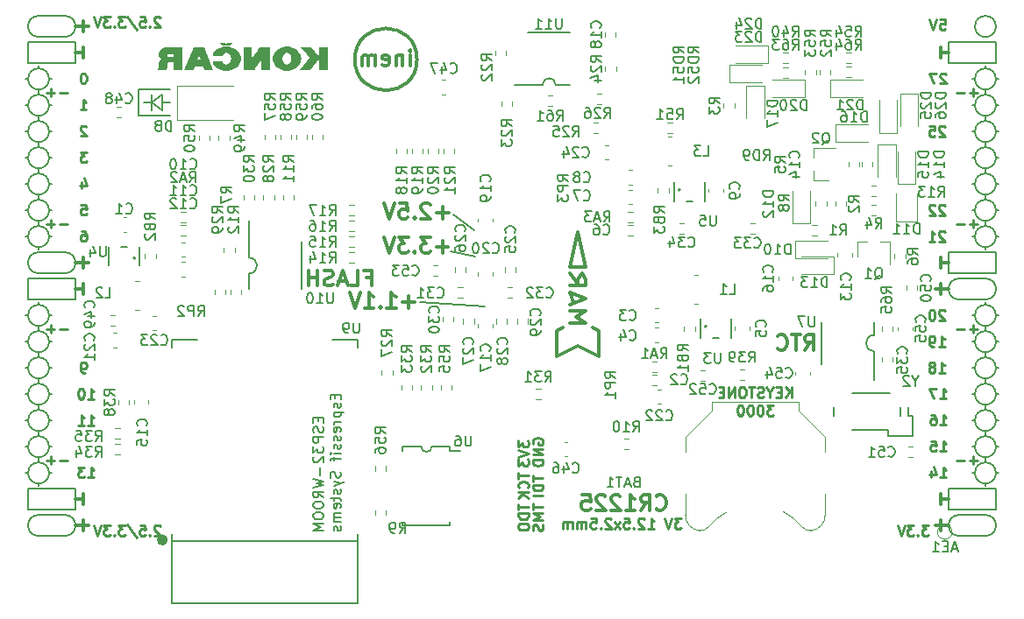
<source format=gbo>
G04 #@! TF.GenerationSoftware,KiCad,Pcbnew,5.0.0-rc2+dfsg1-2*
G04 #@! TF.CreationDate,2018-06-08T19:59:37+02:00*
G04 #@! TF.ProjectId,ulx3s,756C7833732E6B696361645F70636200,rev?*
G04 #@! TF.SameCoordinates,Original*
G04 #@! TF.FileFunction,Legend,Bot*
G04 #@! TF.FilePolarity,Positive*
%FSLAX46Y46*%
G04 Gerber Fmt 4.6, Leading zero omitted, Abs format (unit mm)*
G04 Created by KiCad (PCBNEW 5.0.0-rc2+dfsg1-2) date Fri Jun  8 19:59:37 2018*
%MOMM*%
%LPD*%
G01*
G04 APERTURE LIST*
%ADD10C,0.250000*%
%ADD11C,0.200000*%
%ADD12C,0.300000*%
%ADD13C,0.150000*%
%ADD14C,0.500000*%
%ADD15C,0.120000*%
%ADD16C,0.100000*%
G04 APERTURE END LIST*
D10*
X99893476Y-96180380D02*
X99703000Y-96180380D01*
X99607761Y-96132761D01*
X99560142Y-96085142D01*
X99464904Y-95942285D01*
X99417285Y-95751809D01*
X99417285Y-95370857D01*
X99464904Y-95275619D01*
X99512523Y-95228000D01*
X99607761Y-95180380D01*
X99798238Y-95180380D01*
X99893476Y-95228000D01*
X99941095Y-95275619D01*
X99988714Y-95370857D01*
X99988714Y-95608952D01*
X99941095Y-95704190D01*
X99893476Y-95751809D01*
X99798238Y-95799428D01*
X99607761Y-95799428D01*
X99512523Y-95751809D01*
X99464904Y-95704190D01*
X99417285Y-95608952D01*
X100147476Y-101260380D02*
X100718904Y-101260380D01*
X100433190Y-101260380D02*
X100433190Y-100260380D01*
X100528428Y-100403238D01*
X100623666Y-100498476D01*
X100718904Y-100546095D01*
X99195095Y-101260380D02*
X99766523Y-101260380D01*
X99480809Y-101260380D02*
X99480809Y-100260380D01*
X99576047Y-100403238D01*
X99671285Y-100498476D01*
X99766523Y-100546095D01*
D11*
X105037000Y-68804000D02*
X108085000Y-68804000D01*
X105037000Y-71344000D02*
X105037000Y-68804000D01*
X108085000Y-71344000D02*
X105037000Y-71344000D01*
X107323000Y-70074000D02*
X108085000Y-70074000D01*
X106307000Y-70074000D02*
X105545000Y-70074000D01*
X106307000Y-70836000D02*
X106307000Y-70074000D01*
X106307000Y-69312000D02*
X106307000Y-70836000D01*
X107323000Y-69312000D02*
X107323000Y-70836000D01*
X106307000Y-70074000D02*
X107323000Y-69312000D01*
X107323000Y-70836000D02*
X106307000Y-70074000D01*
D10*
X182887904Y-72415619D02*
X182840285Y-72368000D01*
X182745047Y-72320380D01*
X182506952Y-72320380D01*
X182411714Y-72368000D01*
X182364095Y-72415619D01*
X182316476Y-72510857D01*
X182316476Y-72606095D01*
X182364095Y-72748952D01*
X182935523Y-73320380D01*
X182316476Y-73320380D01*
X181411714Y-72320380D02*
X181887904Y-72320380D01*
X181935523Y-72796571D01*
X181887904Y-72748952D01*
X181792666Y-72701333D01*
X181554571Y-72701333D01*
X181459333Y-72748952D01*
X181411714Y-72796571D01*
X181364095Y-72891809D01*
X181364095Y-73129904D01*
X181411714Y-73225142D01*
X181459333Y-73272761D01*
X181554571Y-73320380D01*
X181792666Y-73320380D01*
X181887904Y-73272761D01*
X181935523Y-73225142D01*
X182887904Y-80035619D02*
X182840285Y-79988000D01*
X182745047Y-79940380D01*
X182506952Y-79940380D01*
X182411714Y-79988000D01*
X182364095Y-80035619D01*
X182316476Y-80130857D01*
X182316476Y-80226095D01*
X182364095Y-80368952D01*
X182935523Y-80940380D01*
X182316476Y-80940380D01*
X181935523Y-80035619D02*
X181887904Y-79988000D01*
X181792666Y-79940380D01*
X181554571Y-79940380D01*
X181459333Y-79988000D01*
X181411714Y-80035619D01*
X181364095Y-80130857D01*
X181364095Y-80226095D01*
X181411714Y-80368952D01*
X181983142Y-80940380D01*
X181364095Y-80940380D01*
X182887904Y-82575619D02*
X182840285Y-82528000D01*
X182745047Y-82480380D01*
X182506952Y-82480380D01*
X182411714Y-82528000D01*
X182364095Y-82575619D01*
X182316476Y-82670857D01*
X182316476Y-82766095D01*
X182364095Y-82908952D01*
X182935523Y-83480380D01*
X182316476Y-83480380D01*
X181364095Y-83480380D02*
X181935523Y-83480380D01*
X181649809Y-83480380D02*
X181649809Y-82480380D01*
X181745047Y-82623238D01*
X181840285Y-82718476D01*
X181935523Y-82766095D01*
X182887904Y-90195619D02*
X182840285Y-90148000D01*
X182745047Y-90100380D01*
X182506952Y-90100380D01*
X182411714Y-90148000D01*
X182364095Y-90195619D01*
X182316476Y-90290857D01*
X182316476Y-90386095D01*
X182364095Y-90528952D01*
X182935523Y-91100380D01*
X182316476Y-91100380D01*
X181697428Y-90100380D02*
X181602190Y-90100380D01*
X181506952Y-90148000D01*
X181459333Y-90195619D01*
X181411714Y-90290857D01*
X181364095Y-90481333D01*
X181364095Y-90719428D01*
X181411714Y-90909904D01*
X181459333Y-91005142D01*
X181506952Y-91052761D01*
X181602190Y-91100380D01*
X181697428Y-91100380D01*
X181792666Y-91052761D01*
X181840285Y-91005142D01*
X181887904Y-90909904D01*
X181935523Y-90719428D01*
X181935523Y-90481333D01*
X181887904Y-90290857D01*
X181840285Y-90195619D01*
X181792666Y-90148000D01*
X181697428Y-90100380D01*
X182316476Y-93640380D02*
X182887904Y-93640380D01*
X182602190Y-93640380D02*
X182602190Y-92640380D01*
X182697428Y-92783238D01*
X182792666Y-92878476D01*
X182887904Y-92926095D01*
X181840285Y-93640380D02*
X181649809Y-93640380D01*
X181554571Y-93592761D01*
X181506952Y-93545142D01*
X181411714Y-93402285D01*
X181364095Y-93211809D01*
X181364095Y-92830857D01*
X181411714Y-92735619D01*
X181459333Y-92688000D01*
X181554571Y-92640380D01*
X181745047Y-92640380D01*
X181840285Y-92688000D01*
X181887904Y-92735619D01*
X181935523Y-92830857D01*
X181935523Y-93068952D01*
X181887904Y-93164190D01*
X181840285Y-93211809D01*
X181745047Y-93259428D01*
X181554571Y-93259428D01*
X181459333Y-93211809D01*
X181411714Y-93164190D01*
X181364095Y-93068952D01*
X182316476Y-96180380D02*
X182887904Y-96180380D01*
X182602190Y-96180380D02*
X182602190Y-95180380D01*
X182697428Y-95323238D01*
X182792666Y-95418476D01*
X182887904Y-95466095D01*
X181745047Y-95608952D02*
X181840285Y-95561333D01*
X181887904Y-95513714D01*
X181935523Y-95418476D01*
X181935523Y-95370857D01*
X181887904Y-95275619D01*
X181840285Y-95228000D01*
X181745047Y-95180380D01*
X181554571Y-95180380D01*
X181459333Y-95228000D01*
X181411714Y-95275619D01*
X181364095Y-95370857D01*
X181364095Y-95418476D01*
X181411714Y-95513714D01*
X181459333Y-95561333D01*
X181554571Y-95608952D01*
X181745047Y-95608952D01*
X181840285Y-95656571D01*
X181887904Y-95704190D01*
X181935523Y-95799428D01*
X181935523Y-95989904D01*
X181887904Y-96085142D01*
X181840285Y-96132761D01*
X181745047Y-96180380D01*
X181554571Y-96180380D01*
X181459333Y-96132761D01*
X181411714Y-96085142D01*
X181364095Y-95989904D01*
X181364095Y-95799428D01*
X181411714Y-95704190D01*
X181459333Y-95656571D01*
X181554571Y-95608952D01*
D12*
X127003714Y-86984857D02*
X127503714Y-86984857D01*
X127503714Y-87770571D02*
X127503714Y-86270571D01*
X126789428Y-86270571D01*
X125503714Y-87770571D02*
X126218000Y-87770571D01*
X126218000Y-86270571D01*
X125075142Y-87342000D02*
X124360857Y-87342000D01*
X125218000Y-87770571D02*
X124718000Y-86270571D01*
X124218000Y-87770571D01*
X123789428Y-87699142D02*
X123575142Y-87770571D01*
X123218000Y-87770571D01*
X123075142Y-87699142D01*
X123003714Y-87627714D01*
X122932285Y-87484857D01*
X122932285Y-87342000D01*
X123003714Y-87199142D01*
X123075142Y-87127714D01*
X123218000Y-87056285D01*
X123503714Y-86984857D01*
X123646571Y-86913428D01*
X123718000Y-86842000D01*
X123789428Y-86699142D01*
X123789428Y-86556285D01*
X123718000Y-86413428D01*
X123646571Y-86342000D01*
X123503714Y-86270571D01*
X123146571Y-86270571D01*
X122932285Y-86342000D01*
X122289428Y-87770571D02*
X122289428Y-86270571D01*
X122289428Y-86984857D02*
X121432285Y-86984857D01*
X121432285Y-87770571D02*
X121432285Y-86270571D01*
D10*
X157418095Y-110252380D02*
X156799047Y-110252380D01*
X157132380Y-110633333D01*
X156989523Y-110633333D01*
X156894285Y-110680952D01*
X156846666Y-110728571D01*
X156799047Y-110823809D01*
X156799047Y-111061904D01*
X156846666Y-111157142D01*
X156894285Y-111204761D01*
X156989523Y-111252380D01*
X157275238Y-111252380D01*
X157370476Y-111204761D01*
X157418095Y-111157142D01*
X156513333Y-110252380D02*
X156180000Y-111252380D01*
X155846666Y-110252380D01*
X154227619Y-111252380D02*
X154799047Y-111252380D01*
X154513333Y-111252380D02*
X154513333Y-110252380D01*
X154608571Y-110395238D01*
X154703809Y-110490476D01*
X154799047Y-110538095D01*
X153846666Y-110347619D02*
X153799047Y-110300000D01*
X153703809Y-110252380D01*
X153465714Y-110252380D01*
X153370476Y-110300000D01*
X153322857Y-110347619D01*
X153275238Y-110442857D01*
X153275238Y-110538095D01*
X153322857Y-110680952D01*
X153894285Y-111252380D01*
X153275238Y-111252380D01*
X152846666Y-111157142D02*
X152799047Y-111204761D01*
X152846666Y-111252380D01*
X152894285Y-111204761D01*
X152846666Y-111157142D01*
X152846666Y-111252380D01*
X151894285Y-110252380D02*
X152370476Y-110252380D01*
X152418095Y-110728571D01*
X152370476Y-110680952D01*
X152275238Y-110633333D01*
X152037142Y-110633333D01*
X151941904Y-110680952D01*
X151894285Y-110728571D01*
X151846666Y-110823809D01*
X151846666Y-111061904D01*
X151894285Y-111157142D01*
X151941904Y-111204761D01*
X152037142Y-111252380D01*
X152275238Y-111252380D01*
X152370476Y-111204761D01*
X152418095Y-111157142D01*
X151513333Y-111252380D02*
X150989523Y-110585714D01*
X151513333Y-110585714D02*
X150989523Y-111252380D01*
X150656190Y-110347619D02*
X150608571Y-110300000D01*
X150513333Y-110252380D01*
X150275238Y-110252380D01*
X150180000Y-110300000D01*
X150132380Y-110347619D01*
X150084761Y-110442857D01*
X150084761Y-110538095D01*
X150132380Y-110680952D01*
X150703809Y-111252380D01*
X150084761Y-111252380D01*
X149656190Y-111157142D02*
X149608571Y-111204761D01*
X149656190Y-111252380D01*
X149703809Y-111204761D01*
X149656190Y-111157142D01*
X149656190Y-111252380D01*
X148703809Y-110252380D02*
X149180000Y-110252380D01*
X149227619Y-110728571D01*
X149180000Y-110680952D01*
X149084761Y-110633333D01*
X148846666Y-110633333D01*
X148751428Y-110680952D01*
X148703809Y-110728571D01*
X148656190Y-110823809D01*
X148656190Y-111061904D01*
X148703809Y-111157142D01*
X148751428Y-111204761D01*
X148846666Y-111252380D01*
X149084761Y-111252380D01*
X149180000Y-111204761D01*
X149227619Y-111157142D01*
X148227619Y-111252380D02*
X148227619Y-110585714D01*
X148227619Y-110680952D02*
X148180000Y-110633333D01*
X148084761Y-110585714D01*
X147941904Y-110585714D01*
X147846666Y-110633333D01*
X147799047Y-110728571D01*
X147799047Y-111252380D01*
X147799047Y-110728571D02*
X147751428Y-110633333D01*
X147656190Y-110585714D01*
X147513333Y-110585714D01*
X147418095Y-110633333D01*
X147370476Y-110728571D01*
X147370476Y-111252380D01*
X146894285Y-111252380D02*
X146894285Y-110585714D01*
X146894285Y-110680952D02*
X146846666Y-110633333D01*
X146751428Y-110585714D01*
X146608571Y-110585714D01*
X146513333Y-110633333D01*
X146465714Y-110728571D01*
X146465714Y-111252380D01*
X146465714Y-110728571D02*
X146418095Y-110633333D01*
X146322857Y-110585714D01*
X146180000Y-110585714D01*
X146084761Y-110633333D01*
X146037142Y-110728571D01*
X146037142Y-111252380D01*
D11*
X135390000Y-80869000D02*
X137422000Y-82393000D01*
X135136000Y-84425000D02*
X137549000Y-84933000D01*
X132215000Y-89378000D02*
X138438000Y-89759000D01*
D10*
X168085000Y-98577380D02*
X168085000Y-97577380D01*
X167513571Y-98577380D02*
X167942142Y-98005952D01*
X167513571Y-97577380D02*
X168085000Y-98148809D01*
X167085000Y-98053571D02*
X166751666Y-98053571D01*
X166608809Y-98577380D02*
X167085000Y-98577380D01*
X167085000Y-97577380D01*
X166608809Y-97577380D01*
X165989761Y-98101190D02*
X165989761Y-98577380D01*
X166323095Y-97577380D02*
X165989761Y-98101190D01*
X165656428Y-97577380D01*
X165370714Y-98529761D02*
X165227857Y-98577380D01*
X164989761Y-98577380D01*
X164894523Y-98529761D01*
X164846904Y-98482142D01*
X164799285Y-98386904D01*
X164799285Y-98291666D01*
X164846904Y-98196428D01*
X164894523Y-98148809D01*
X164989761Y-98101190D01*
X165180238Y-98053571D01*
X165275476Y-98005952D01*
X165323095Y-97958333D01*
X165370714Y-97863095D01*
X165370714Y-97767857D01*
X165323095Y-97672619D01*
X165275476Y-97625000D01*
X165180238Y-97577380D01*
X164942142Y-97577380D01*
X164799285Y-97625000D01*
X164513571Y-97577380D02*
X163942142Y-97577380D01*
X164227857Y-98577380D02*
X164227857Y-97577380D01*
X163418333Y-97577380D02*
X163227857Y-97577380D01*
X163132619Y-97625000D01*
X163037380Y-97720238D01*
X162989761Y-97910714D01*
X162989761Y-98244047D01*
X163037380Y-98434523D01*
X163132619Y-98529761D01*
X163227857Y-98577380D01*
X163418333Y-98577380D01*
X163513571Y-98529761D01*
X163608809Y-98434523D01*
X163656428Y-98244047D01*
X163656428Y-97910714D01*
X163608809Y-97720238D01*
X163513571Y-97625000D01*
X163418333Y-97577380D01*
X162561190Y-98577380D02*
X162561190Y-97577380D01*
X161989761Y-98577380D01*
X161989761Y-97577380D01*
X161513571Y-98053571D02*
X161180238Y-98053571D01*
X161037380Y-98577380D02*
X161513571Y-98577380D01*
X161513571Y-97577380D01*
X161037380Y-97577380D01*
X166346904Y-99327380D02*
X165727857Y-99327380D01*
X166061190Y-99708333D01*
X165918333Y-99708333D01*
X165823095Y-99755952D01*
X165775476Y-99803571D01*
X165727857Y-99898809D01*
X165727857Y-100136904D01*
X165775476Y-100232142D01*
X165823095Y-100279761D01*
X165918333Y-100327380D01*
X166204047Y-100327380D01*
X166299285Y-100279761D01*
X166346904Y-100232142D01*
X165108809Y-99327380D02*
X165013571Y-99327380D01*
X164918333Y-99375000D01*
X164870714Y-99422619D01*
X164823095Y-99517857D01*
X164775476Y-99708333D01*
X164775476Y-99946428D01*
X164823095Y-100136904D01*
X164870714Y-100232142D01*
X164918333Y-100279761D01*
X165013571Y-100327380D01*
X165108809Y-100327380D01*
X165204047Y-100279761D01*
X165251666Y-100232142D01*
X165299285Y-100136904D01*
X165346904Y-99946428D01*
X165346904Y-99708333D01*
X165299285Y-99517857D01*
X165251666Y-99422619D01*
X165204047Y-99375000D01*
X165108809Y-99327380D01*
X164156428Y-99327380D02*
X164061190Y-99327380D01*
X163965952Y-99375000D01*
X163918333Y-99422619D01*
X163870714Y-99517857D01*
X163823095Y-99708333D01*
X163823095Y-99946428D01*
X163870714Y-100136904D01*
X163918333Y-100232142D01*
X163965952Y-100279761D01*
X164061190Y-100327380D01*
X164156428Y-100327380D01*
X164251666Y-100279761D01*
X164299285Y-100232142D01*
X164346904Y-100136904D01*
X164394523Y-99946428D01*
X164394523Y-99708333D01*
X164346904Y-99517857D01*
X164299285Y-99422619D01*
X164251666Y-99375000D01*
X164156428Y-99327380D01*
X163204047Y-99327380D02*
X163108809Y-99327380D01*
X163013571Y-99375000D01*
X162965952Y-99422619D01*
X162918333Y-99517857D01*
X162870714Y-99708333D01*
X162870714Y-99946428D01*
X162918333Y-100136904D01*
X162965952Y-100232142D01*
X163013571Y-100279761D01*
X163108809Y-100327380D01*
X163204047Y-100327380D01*
X163299285Y-100279761D01*
X163346904Y-100232142D01*
X163394523Y-100136904D01*
X163442142Y-99946428D01*
X163442142Y-99708333D01*
X163394523Y-99517857D01*
X163346904Y-99422619D01*
X163299285Y-99375000D01*
X163204047Y-99327380D01*
D12*
X182492000Y-87582000D02*
X182492000Y-88598000D01*
X183254000Y-88090000D02*
X181984000Y-88090000D01*
X182492000Y-110442000D02*
X182492000Y-111458000D01*
X183254000Y-110950000D02*
X181984000Y-110950000D01*
X99688000Y-62182000D02*
X99688000Y-63198000D01*
X98926000Y-62690000D02*
X100196000Y-62690000D01*
X99688000Y-110442000D02*
X99688000Y-111458000D01*
X98926000Y-110950000D02*
X100196000Y-110950000D01*
X99688000Y-85042000D02*
X99688000Y-86058000D01*
X98926000Y-85550000D02*
X100196000Y-85550000D01*
D11*
X187826000Y-62690000D02*
G75*
G03X187826000Y-62690000I-1016000J0D01*
G01*
X184270000Y-87074000D02*
X186810000Y-87074000D01*
X184270000Y-89106000D02*
X186810000Y-89106000D01*
X184270000Y-87074000D02*
G75*
G03X184270000Y-89106000I0J-1016000D01*
G01*
X186810000Y-89106000D02*
G75*
G03X186810000Y-87074000I0J1016000D01*
G01*
X184270000Y-111966000D02*
X186810000Y-111966000D01*
X184270000Y-109934000D02*
X186810000Y-109934000D01*
X184270000Y-109934000D02*
G75*
G03X184270000Y-111966000I0J-1016000D01*
G01*
X186810000Y-111966000D02*
G75*
G03X186810000Y-109934000I0J1016000D01*
G01*
X97910000Y-63706000D02*
G75*
G03X97910000Y-61674000I0J1016000D01*
G01*
X95370000Y-61674000D02*
X97910000Y-61674000D01*
X95370000Y-63706000D02*
X97910000Y-63706000D01*
X95370000Y-61674000D02*
G75*
G03X95370000Y-63706000I0J-1016000D01*
G01*
X95370000Y-86566000D02*
X97910000Y-86566000D01*
X95370000Y-84534000D02*
X97910000Y-84534000D01*
X95370000Y-84534000D02*
G75*
G03X95370000Y-86566000I0J-1016000D01*
G01*
X97910000Y-86566000D02*
G75*
G03X97910000Y-84534000I0J1016000D01*
G01*
X95370000Y-111966000D02*
X97910000Y-111966000D01*
X95370000Y-109934000D02*
X97910000Y-109934000D01*
X95370000Y-109934000D02*
G75*
G03X95370000Y-111966000I0J-1016000D01*
G01*
X97910000Y-111966000D02*
G75*
G03X97910000Y-109934000I0J1016000D01*
G01*
X98926000Y-107394000D02*
X94354000Y-107394000D01*
X98926000Y-109426000D02*
X98926000Y-107394000D01*
X94354000Y-109426000D02*
X98926000Y-109426000D01*
X94354000Y-107394000D02*
X94354000Y-109426000D01*
X187826000Y-107394000D02*
X183254000Y-107394000D01*
X187826000Y-109426000D02*
X187826000Y-107394000D01*
X183254000Y-109426000D02*
X187826000Y-109426000D01*
X183254000Y-107394000D02*
X183254000Y-109426000D01*
X187826000Y-84534000D02*
X183254000Y-84534000D01*
X187826000Y-86566000D02*
X187826000Y-84534000D01*
X183254000Y-86566000D02*
X187826000Y-86566000D01*
X183254000Y-84534000D02*
X183254000Y-86566000D01*
X187826000Y-64214000D02*
X183254000Y-64214000D01*
X187826000Y-66246000D02*
X187826000Y-64214000D01*
X183254000Y-66246000D02*
X187826000Y-66246000D01*
X183254000Y-64214000D02*
X183254000Y-66246000D01*
X98926000Y-64214000D02*
X94354000Y-64214000D01*
X98926000Y-66246000D02*
X98926000Y-64214000D01*
X94354000Y-66246000D02*
X98926000Y-66246000D01*
X94354000Y-64214000D02*
X94354000Y-66246000D01*
X98926000Y-87074000D02*
X94354000Y-87074000D01*
X98926000Y-89106000D02*
X98926000Y-87074000D01*
X94354000Y-89106000D02*
X98926000Y-89106000D01*
X94354000Y-87074000D02*
X94354000Y-89106000D01*
D10*
X186032000Y-91971428D02*
X185270095Y-91971428D01*
X185651047Y-92352380D02*
X185651047Y-91590476D01*
X184793904Y-91971428D02*
X184032000Y-91971428D01*
X186032000Y-69111428D02*
X185270095Y-69111428D01*
X185651047Y-69492380D02*
X185651047Y-68730476D01*
X184793904Y-69111428D02*
X184032000Y-69111428D01*
X186032000Y-81811428D02*
X185270095Y-81811428D01*
X185651047Y-82192380D02*
X185651047Y-81430476D01*
X184793904Y-81811428D02*
X184032000Y-81811428D01*
X186032000Y-104671428D02*
X185270095Y-104671428D01*
X185651047Y-105052380D02*
X185651047Y-104290476D01*
X184793904Y-104671428D02*
X184032000Y-104671428D01*
X98148000Y-104671428D02*
X97386095Y-104671428D01*
X96909904Y-104671428D02*
X96148000Y-104671428D01*
X96528952Y-105052380D02*
X96528952Y-104290476D01*
X98148000Y-91971428D02*
X97386095Y-91971428D01*
X96909904Y-91971428D02*
X96148000Y-91971428D01*
X96528952Y-92352380D02*
X96528952Y-91590476D01*
X98148000Y-81811428D02*
X97386095Y-81811428D01*
X96909904Y-81811428D02*
X96148000Y-81811428D01*
X96528952Y-82192380D02*
X96528952Y-81430476D01*
X98148000Y-69111428D02*
X97386095Y-69111428D01*
X96909904Y-69111428D02*
X96148000Y-69111428D01*
X96528952Y-69492380D02*
X96528952Y-68730476D01*
D12*
X182492000Y-107902000D02*
X182492000Y-108918000D01*
X183254000Y-108410000D02*
X182492000Y-108410000D01*
D11*
X95370000Y-96726000D02*
X95370000Y-97234000D01*
X96386000Y-95710000D02*
X96640000Y-95710000D01*
X94354000Y-95710000D02*
X94100000Y-95710000D01*
X187826000Y-98250000D02*
X188080000Y-98250000D01*
X187826000Y-83010000D02*
X188080000Y-83010000D01*
X95370000Y-107140000D02*
X95370000Y-106886000D01*
X96386000Y-105870000D02*
X96640000Y-105870000D01*
X94354000Y-105870000D02*
X94100000Y-105870000D01*
X94354000Y-103330000D02*
X94100000Y-103330000D01*
X95370000Y-104346000D02*
X95370000Y-104854000D01*
X96386000Y-103330000D02*
X96640000Y-103330000D01*
X94354000Y-100790000D02*
X94100000Y-100790000D01*
X95370000Y-102314000D02*
X95370000Y-101806000D01*
X96386000Y-100790000D02*
X96640000Y-100790000D01*
X95370000Y-99266000D02*
X95370000Y-99774000D01*
X94354000Y-98250000D02*
X94100000Y-98250000D01*
X96386000Y-98250000D02*
X96640000Y-98250000D01*
X95370000Y-94186000D02*
X95370000Y-94694000D01*
X96386000Y-93170000D02*
X96640000Y-93170000D01*
X94354000Y-93170000D02*
X94100000Y-93170000D01*
X94354000Y-90630000D02*
X94100000Y-90630000D01*
X95370000Y-91646000D02*
X95370000Y-92154000D01*
X96640000Y-90630000D02*
X96386000Y-90630000D01*
X95370000Y-89360000D02*
X95370000Y-89614000D01*
X94354000Y-83010000D02*
X94100000Y-83010000D01*
X95370000Y-84280000D02*
X95370000Y-84026000D01*
X96386000Y-83010000D02*
X96640000Y-83010000D01*
X95370000Y-81486000D02*
X95370000Y-81994000D01*
X94354000Y-80470000D02*
X94100000Y-80470000D01*
X96640000Y-80470000D02*
X96386000Y-80470000D01*
X95370000Y-78946000D02*
X95370000Y-79454000D01*
X96386000Y-77930000D02*
X96640000Y-77930000D01*
X94354000Y-77930000D02*
X94100000Y-77930000D01*
X95370000Y-76406000D02*
X95370000Y-76914000D01*
X94354000Y-75390000D02*
X94100000Y-75390000D01*
X96386000Y-75390000D02*
X96640000Y-75390000D01*
X95370000Y-73866000D02*
X95370000Y-74374000D01*
X96386000Y-72850000D02*
X96640000Y-72850000D01*
X94100000Y-72850000D02*
X94354000Y-72850000D01*
X94354000Y-70310000D02*
X94100000Y-70310000D01*
X96640000Y-70310000D02*
X96386000Y-70310000D01*
X95370000Y-71326000D02*
X95370000Y-71834000D01*
X95370000Y-68786000D02*
X95370000Y-69294000D01*
X96386000Y-67770000D02*
X96640000Y-67770000D01*
X94354000Y-67770000D02*
X94100000Y-67770000D01*
X95370000Y-66500000D02*
X95370000Y-66754000D01*
X187826000Y-105870000D02*
X188080000Y-105870000D01*
X186810000Y-107140000D02*
X186810000Y-106886000D01*
X185540000Y-105870000D02*
X185794000Y-105870000D01*
X186810000Y-104346000D02*
X186810000Y-104854000D01*
X187826000Y-103330000D02*
X188080000Y-103330000D01*
X185540000Y-103330000D02*
X185794000Y-103330000D01*
X186810000Y-101806000D02*
X186810000Y-102314000D01*
X187826000Y-100790000D02*
X188080000Y-100790000D01*
X185540000Y-100790000D02*
X185794000Y-100790000D01*
X186810000Y-99266000D02*
X186810000Y-99774000D01*
X185540000Y-98250000D02*
X185794000Y-98250000D01*
X186810000Y-97234000D02*
X186810000Y-96726000D01*
X187826000Y-95710000D02*
X188080000Y-95710000D01*
X185540000Y-95710000D02*
X185794000Y-95710000D01*
X186810000Y-94694000D02*
X186810000Y-94186000D01*
X187826000Y-93170000D02*
X188080000Y-93170000D01*
X185540000Y-93170000D02*
X185794000Y-93170000D01*
X186810000Y-92154000D02*
X186810000Y-91646000D01*
X187826000Y-90630000D02*
X188080000Y-90630000D01*
X185540000Y-90630000D02*
X185794000Y-90630000D01*
X186810000Y-89360000D02*
X186810000Y-89614000D01*
X186810000Y-84280000D02*
X186810000Y-84026000D01*
X185540000Y-83010000D02*
X185794000Y-83010000D01*
X186810000Y-81994000D02*
X186810000Y-81486000D01*
X185794000Y-80470000D02*
X185540000Y-80470000D01*
X187826000Y-80470000D02*
X188080000Y-80470000D01*
X186810000Y-78946000D02*
X186810000Y-79454000D01*
X185794000Y-77930000D02*
X185540000Y-77930000D01*
X187826000Y-77930000D02*
X188080000Y-77930000D01*
X186810000Y-76406000D02*
X186810000Y-76914000D01*
X186810000Y-73866000D02*
X186810000Y-74374000D01*
X185794000Y-75390000D02*
X185540000Y-75390000D01*
X187826000Y-75390000D02*
X188080000Y-75390000D01*
X187826000Y-72850000D02*
X188080000Y-72850000D01*
X185540000Y-72850000D02*
X185794000Y-72850000D01*
X186810000Y-71834000D02*
X186810000Y-71326000D01*
X187826000Y-70310000D02*
X188080000Y-70310000D01*
X185540000Y-70310000D02*
X185794000Y-70310000D01*
X187826000Y-67770000D02*
X188080000Y-67770000D01*
X186810000Y-68786000D02*
X186810000Y-69294000D01*
X185540000Y-67770000D02*
X185794000Y-67770000D01*
X186810000Y-66500000D02*
X186810000Y-66754000D01*
X187826000Y-67770000D02*
G75*
G03X187826000Y-67770000I-1016000J0D01*
G01*
X187826000Y-70310000D02*
G75*
G03X187826000Y-70310000I-1016000J0D01*
G01*
X187826000Y-72850000D02*
G75*
G03X187826000Y-72850000I-1016000J0D01*
G01*
X187826000Y-75390000D02*
G75*
G03X187826000Y-75390000I-1016000J0D01*
G01*
X187826000Y-77930000D02*
G75*
G03X187826000Y-77930000I-1016000J0D01*
G01*
X187826000Y-80470000D02*
G75*
G03X187826000Y-80470000I-1016000J0D01*
G01*
X187826000Y-83010000D02*
G75*
G03X187826000Y-83010000I-1016000J0D01*
G01*
X187826000Y-90630000D02*
G75*
G03X187826000Y-90630000I-1016000J0D01*
G01*
X187826000Y-93170000D02*
G75*
G03X187826000Y-93170000I-1016000J0D01*
G01*
X187826000Y-95710000D02*
G75*
G03X187826000Y-95710000I-1016000J0D01*
G01*
X187826000Y-98250000D02*
G75*
G03X187826000Y-98250000I-1016000J0D01*
G01*
X187826000Y-100790000D02*
G75*
G03X187826000Y-100790000I-1016000J0D01*
G01*
X187826000Y-103330000D02*
G75*
G03X187826000Y-103330000I-1016000J0D01*
G01*
X187826000Y-105870000D02*
G75*
G03X187826000Y-105870000I-1016000J0D01*
G01*
X96386000Y-105870000D02*
G75*
G03X96386000Y-105870000I-1016000J0D01*
G01*
X96386000Y-103330000D02*
G75*
G03X96386000Y-103330000I-1016000J0D01*
G01*
X96386000Y-100790000D02*
G75*
G03X96386000Y-100790000I-1016000J0D01*
G01*
X96386000Y-98250000D02*
G75*
G03X96386000Y-98250000I-1016000J0D01*
G01*
X96386000Y-95710000D02*
G75*
G03X96386000Y-95710000I-1016000J0D01*
G01*
X96386000Y-93170000D02*
G75*
G03X96386000Y-93170000I-1016000J0D01*
G01*
X96386000Y-90630000D02*
G75*
G03X96386000Y-90630000I-1016000J0D01*
G01*
X96386000Y-83010000D02*
G75*
G03X96386000Y-83010000I-1016000J0D01*
G01*
X96386000Y-80470000D02*
G75*
G03X96386000Y-80470000I-1016000J0D01*
G01*
X96386000Y-77930000D02*
G75*
G03X96386000Y-77930000I-1016000J0D01*
G01*
X96386000Y-75390000D02*
G75*
G03X96386000Y-75390000I-1016000J0D01*
G01*
X96386000Y-72850000D02*
G75*
G03X96386000Y-72850000I-1016000J0D01*
G01*
X96386000Y-70310000D02*
G75*
G03X96386000Y-70310000I-1016000J0D01*
G01*
X96386000Y-67770000D02*
G75*
G03X96386000Y-67770000I-1016000J0D01*
G01*
D10*
X182428476Y-62015380D02*
X182904666Y-62015380D01*
X182952285Y-62491571D01*
X182904666Y-62443952D01*
X182809428Y-62396333D01*
X182571333Y-62396333D01*
X182476095Y-62443952D01*
X182428476Y-62491571D01*
X182380857Y-62586809D01*
X182380857Y-62824904D01*
X182428476Y-62920142D01*
X182476095Y-62967761D01*
X182571333Y-63015380D01*
X182809428Y-63015380D01*
X182904666Y-62967761D01*
X182952285Y-62920142D01*
X182095142Y-62015380D02*
X181761809Y-63015380D01*
X181428476Y-62015380D01*
D12*
X182492000Y-64722000D02*
X182492000Y-65738000D01*
X183254000Y-65230000D02*
X182492000Y-65230000D01*
D10*
X182999904Y-67317619D02*
X182952285Y-67270000D01*
X182857047Y-67222380D01*
X182618952Y-67222380D01*
X182523714Y-67270000D01*
X182476095Y-67317619D01*
X182428476Y-67412857D01*
X182428476Y-67508095D01*
X182476095Y-67650952D01*
X183047523Y-68222380D01*
X182428476Y-68222380D01*
X182095142Y-67222380D02*
X181428476Y-67222380D01*
X181857047Y-68222380D01*
D12*
X182492000Y-85042000D02*
X182492000Y-86058000D01*
X183254000Y-85550000D02*
X182492000Y-85550000D01*
D10*
X182428476Y-98702380D02*
X182999904Y-98702380D01*
X182714190Y-98702380D02*
X182714190Y-97702380D01*
X182809428Y-97845238D01*
X182904666Y-97940476D01*
X182999904Y-97988095D01*
X182095142Y-97702380D02*
X181428476Y-97702380D01*
X181857047Y-98702380D01*
X182428476Y-101242380D02*
X182999904Y-101242380D01*
X182714190Y-101242380D02*
X182714190Y-100242380D01*
X182809428Y-100385238D01*
X182904666Y-100480476D01*
X182999904Y-100528095D01*
X181571333Y-100242380D02*
X181761809Y-100242380D01*
X181857047Y-100290000D01*
X181904666Y-100337619D01*
X181999904Y-100480476D01*
X182047523Y-100670952D01*
X182047523Y-101051904D01*
X181999904Y-101147142D01*
X181952285Y-101194761D01*
X181857047Y-101242380D01*
X181666571Y-101242380D01*
X181571333Y-101194761D01*
X181523714Y-101147142D01*
X181476095Y-101051904D01*
X181476095Y-100813809D01*
X181523714Y-100718571D01*
X181571333Y-100670952D01*
X181666571Y-100623333D01*
X181857047Y-100623333D01*
X181952285Y-100670952D01*
X181999904Y-100718571D01*
X182047523Y-100813809D01*
X182428476Y-103782380D02*
X182999904Y-103782380D01*
X182714190Y-103782380D02*
X182714190Y-102782380D01*
X182809428Y-102925238D01*
X182904666Y-103020476D01*
X182999904Y-103068095D01*
X181523714Y-102782380D02*
X181999904Y-102782380D01*
X182047523Y-103258571D01*
X181999904Y-103210952D01*
X181904666Y-103163333D01*
X181666571Y-103163333D01*
X181571333Y-103210952D01*
X181523714Y-103258571D01*
X181476095Y-103353809D01*
X181476095Y-103591904D01*
X181523714Y-103687142D01*
X181571333Y-103734761D01*
X181666571Y-103782380D01*
X181904666Y-103782380D01*
X181999904Y-103734761D01*
X182047523Y-103687142D01*
X182428476Y-106322380D02*
X182999904Y-106322380D01*
X182714190Y-106322380D02*
X182714190Y-105322380D01*
X182809428Y-105465238D01*
X182904666Y-105560476D01*
X182999904Y-105608095D01*
X181571333Y-105655714D02*
X181571333Y-106322380D01*
X181809428Y-105274761D02*
X182047523Y-105989047D01*
X181428476Y-105989047D01*
X181312642Y-110928380D02*
X180693595Y-110928380D01*
X181026928Y-111309333D01*
X180884071Y-111309333D01*
X180788833Y-111356952D01*
X180741214Y-111404571D01*
X180693595Y-111499809D01*
X180693595Y-111737904D01*
X180741214Y-111833142D01*
X180788833Y-111880761D01*
X180884071Y-111928380D01*
X181169785Y-111928380D01*
X181265023Y-111880761D01*
X181312642Y-111833142D01*
X180265023Y-111833142D02*
X180217404Y-111880761D01*
X180265023Y-111928380D01*
X180312642Y-111880761D01*
X180265023Y-111833142D01*
X180265023Y-111928380D01*
X179884071Y-110928380D02*
X179265023Y-110928380D01*
X179598357Y-111309333D01*
X179455500Y-111309333D01*
X179360261Y-111356952D01*
X179312642Y-111404571D01*
X179265023Y-111499809D01*
X179265023Y-111737904D01*
X179312642Y-111833142D01*
X179360261Y-111880761D01*
X179455500Y-111928380D01*
X179741214Y-111928380D01*
X179836452Y-111880761D01*
X179884071Y-111833142D01*
X178979309Y-110928380D02*
X178645976Y-111928380D01*
X178312642Y-110928380D01*
D12*
X99688000Y-108918000D02*
X99688000Y-107902000D01*
X98926000Y-108410000D02*
X99688000Y-108410000D01*
X99688000Y-88598000D02*
X99688000Y-87582000D01*
X98926000Y-88090000D02*
X99688000Y-88090000D01*
X99688000Y-64722000D02*
X99688000Y-65738000D01*
X98926000Y-65230000D02*
X99688000Y-65230000D01*
D10*
X107103690Y-111023619D02*
X107056071Y-110976000D01*
X106960833Y-110928380D01*
X106722738Y-110928380D01*
X106627500Y-110976000D01*
X106579880Y-111023619D01*
X106532261Y-111118857D01*
X106532261Y-111214095D01*
X106579880Y-111356952D01*
X107151309Y-111928380D01*
X106532261Y-111928380D01*
X106103690Y-111833142D02*
X106056071Y-111880761D01*
X106103690Y-111928380D01*
X106151309Y-111880761D01*
X106103690Y-111833142D01*
X106103690Y-111928380D01*
X105151309Y-110928380D02*
X105627500Y-110928380D01*
X105675119Y-111404571D01*
X105627500Y-111356952D01*
X105532261Y-111309333D01*
X105294166Y-111309333D01*
X105198928Y-111356952D01*
X105151309Y-111404571D01*
X105103690Y-111499809D01*
X105103690Y-111737904D01*
X105151309Y-111833142D01*
X105198928Y-111880761D01*
X105294166Y-111928380D01*
X105532261Y-111928380D01*
X105627500Y-111880761D01*
X105675119Y-111833142D01*
X103960833Y-110880761D02*
X104817976Y-112166476D01*
X103722738Y-110928380D02*
X103103690Y-110928380D01*
X103437023Y-111309333D01*
X103294166Y-111309333D01*
X103198928Y-111356952D01*
X103151309Y-111404571D01*
X103103690Y-111499809D01*
X103103690Y-111737904D01*
X103151309Y-111833142D01*
X103198928Y-111880761D01*
X103294166Y-111928380D01*
X103579880Y-111928380D01*
X103675119Y-111880761D01*
X103722738Y-111833142D01*
X102675119Y-111833142D02*
X102627500Y-111880761D01*
X102675119Y-111928380D01*
X102722738Y-111880761D01*
X102675119Y-111833142D01*
X102675119Y-111928380D01*
X102294166Y-110928380D02*
X101675119Y-110928380D01*
X102008452Y-111309333D01*
X101865595Y-111309333D01*
X101770357Y-111356952D01*
X101722738Y-111404571D01*
X101675119Y-111499809D01*
X101675119Y-111737904D01*
X101722738Y-111833142D01*
X101770357Y-111880761D01*
X101865595Y-111928380D01*
X102151309Y-111928380D01*
X102246547Y-111880761D01*
X102294166Y-111833142D01*
X101389404Y-110928380D02*
X101056071Y-111928380D01*
X100722738Y-110928380D01*
X100132476Y-106322380D02*
X100703904Y-106322380D01*
X100418190Y-106322380D02*
X100418190Y-105322380D01*
X100513428Y-105465238D01*
X100608666Y-105560476D01*
X100703904Y-105608095D01*
X99799142Y-105322380D02*
X99180095Y-105322380D01*
X99513428Y-105703333D01*
X99370571Y-105703333D01*
X99275333Y-105750952D01*
X99227714Y-105798571D01*
X99180095Y-105893809D01*
X99180095Y-106131904D01*
X99227714Y-106227142D01*
X99275333Y-106274761D01*
X99370571Y-106322380D01*
X99656285Y-106322380D01*
X99751523Y-106274761D01*
X99799142Y-106227142D01*
X100147476Y-98720380D02*
X100718904Y-98720380D01*
X100433190Y-98720380D02*
X100433190Y-97720380D01*
X100528428Y-97863238D01*
X100623666Y-97958476D01*
X100718904Y-98006095D01*
X99528428Y-97720380D02*
X99433190Y-97720380D01*
X99337952Y-97768000D01*
X99290333Y-97815619D01*
X99242714Y-97910857D01*
X99195095Y-98101333D01*
X99195095Y-98339428D01*
X99242714Y-98529904D01*
X99290333Y-98625142D01*
X99337952Y-98672761D01*
X99433190Y-98720380D01*
X99528428Y-98720380D01*
X99623666Y-98672761D01*
X99671285Y-98625142D01*
X99718904Y-98529904D01*
X99766523Y-98339428D01*
X99766523Y-98101333D01*
X99718904Y-97910857D01*
X99671285Y-97815619D01*
X99623666Y-97768000D01*
X99528428Y-97720380D01*
X99512523Y-82462380D02*
X99703000Y-82462380D01*
X99798238Y-82510000D01*
X99845857Y-82557619D01*
X99941095Y-82700476D01*
X99988714Y-82890952D01*
X99988714Y-83271904D01*
X99941095Y-83367142D01*
X99893476Y-83414761D01*
X99798238Y-83462380D01*
X99607761Y-83462380D01*
X99512523Y-83414761D01*
X99464904Y-83367142D01*
X99417285Y-83271904D01*
X99417285Y-83033809D01*
X99464904Y-82938571D01*
X99512523Y-82890952D01*
X99607761Y-82843333D01*
X99798238Y-82843333D01*
X99893476Y-82890952D01*
X99941095Y-82938571D01*
X99988714Y-83033809D01*
X99464904Y-79922380D02*
X99941095Y-79922380D01*
X99988714Y-80398571D01*
X99941095Y-80350952D01*
X99845857Y-80303333D01*
X99607761Y-80303333D01*
X99512523Y-80350952D01*
X99464904Y-80398571D01*
X99417285Y-80493809D01*
X99417285Y-80731904D01*
X99464904Y-80827142D01*
X99512523Y-80874761D01*
X99607761Y-80922380D01*
X99845857Y-80922380D01*
X99941095Y-80874761D01*
X99988714Y-80827142D01*
X99512523Y-77715714D02*
X99512523Y-78382380D01*
X99750619Y-77334761D02*
X99988714Y-78049047D01*
X99369666Y-78049047D01*
X100021333Y-74842380D02*
X99402285Y-74842380D01*
X99735619Y-75223333D01*
X99592761Y-75223333D01*
X99497523Y-75270952D01*
X99449904Y-75318571D01*
X99402285Y-75413809D01*
X99402285Y-75651904D01*
X99449904Y-75747142D01*
X99497523Y-75794761D01*
X99592761Y-75842380D01*
X99878476Y-75842380D01*
X99973714Y-75794761D01*
X100021333Y-75747142D01*
X99973714Y-72397619D02*
X99926095Y-72350000D01*
X99830857Y-72302380D01*
X99592761Y-72302380D01*
X99497523Y-72350000D01*
X99449904Y-72397619D01*
X99402285Y-72492857D01*
X99402285Y-72588095D01*
X99449904Y-72730952D01*
X100021333Y-73302380D01*
X99402285Y-73302380D01*
X99402285Y-70762380D02*
X99973714Y-70762380D01*
X99688000Y-70762380D02*
X99688000Y-69762380D01*
X99783238Y-69905238D01*
X99878476Y-70000476D01*
X99973714Y-70048095D01*
X99750619Y-67222380D02*
X99655380Y-67222380D01*
X99560142Y-67270000D01*
X99512523Y-67317619D01*
X99464904Y-67412857D01*
X99417285Y-67603333D01*
X99417285Y-67841428D01*
X99464904Y-68031904D01*
X99512523Y-68127142D01*
X99560142Y-68174761D01*
X99655380Y-68222380D01*
X99750619Y-68222380D01*
X99845857Y-68174761D01*
X99893476Y-68127142D01*
X99941095Y-68031904D01*
X99988714Y-67841428D01*
X99988714Y-67603333D01*
X99941095Y-67412857D01*
X99893476Y-67317619D01*
X99845857Y-67270000D01*
X99750619Y-67222380D01*
X107103690Y-61874619D02*
X107056071Y-61827000D01*
X106960833Y-61779380D01*
X106722738Y-61779380D01*
X106627500Y-61827000D01*
X106579880Y-61874619D01*
X106532261Y-61969857D01*
X106532261Y-62065095D01*
X106579880Y-62207952D01*
X107151309Y-62779380D01*
X106532261Y-62779380D01*
X106103690Y-62684142D02*
X106056071Y-62731761D01*
X106103690Y-62779380D01*
X106151309Y-62731761D01*
X106103690Y-62684142D01*
X106103690Y-62779380D01*
X105151309Y-61779380D02*
X105627500Y-61779380D01*
X105675119Y-62255571D01*
X105627500Y-62207952D01*
X105532261Y-62160333D01*
X105294166Y-62160333D01*
X105198928Y-62207952D01*
X105151309Y-62255571D01*
X105103690Y-62350809D01*
X105103690Y-62588904D01*
X105151309Y-62684142D01*
X105198928Y-62731761D01*
X105294166Y-62779380D01*
X105532261Y-62779380D01*
X105627500Y-62731761D01*
X105675119Y-62684142D01*
X103960833Y-61731761D02*
X104817976Y-63017476D01*
X103722738Y-61779380D02*
X103103690Y-61779380D01*
X103437023Y-62160333D01*
X103294166Y-62160333D01*
X103198928Y-62207952D01*
X103151309Y-62255571D01*
X103103690Y-62350809D01*
X103103690Y-62588904D01*
X103151309Y-62684142D01*
X103198928Y-62731761D01*
X103294166Y-62779380D01*
X103579880Y-62779380D01*
X103675119Y-62731761D01*
X103722738Y-62684142D01*
X102675119Y-62684142D02*
X102627500Y-62731761D01*
X102675119Y-62779380D01*
X102722738Y-62731761D01*
X102675119Y-62684142D01*
X102675119Y-62779380D01*
X102294166Y-61779380D02*
X101675119Y-61779380D01*
X102008452Y-62160333D01*
X101865595Y-62160333D01*
X101770357Y-62207952D01*
X101722738Y-62255571D01*
X101675119Y-62350809D01*
X101675119Y-62588904D01*
X101722738Y-62684142D01*
X101770357Y-62731761D01*
X101865595Y-62779380D01*
X102151309Y-62779380D01*
X102246547Y-62731761D01*
X102294166Y-62684142D01*
X101389404Y-61779380D02*
X101056071Y-62779380D01*
X100722738Y-61779380D01*
D12*
X155027857Y-109335714D02*
X155099285Y-109407142D01*
X155313571Y-109478571D01*
X155456428Y-109478571D01*
X155670714Y-109407142D01*
X155813571Y-109264285D01*
X155885000Y-109121428D01*
X155956428Y-108835714D01*
X155956428Y-108621428D01*
X155885000Y-108335714D01*
X155813571Y-108192857D01*
X155670714Y-108050000D01*
X155456428Y-107978571D01*
X155313571Y-107978571D01*
X155099285Y-108050000D01*
X155027857Y-108121428D01*
X153527857Y-109478571D02*
X154027857Y-108764285D01*
X154385000Y-109478571D02*
X154385000Y-107978571D01*
X153813571Y-107978571D01*
X153670714Y-108050000D01*
X153599285Y-108121428D01*
X153527857Y-108264285D01*
X153527857Y-108478571D01*
X153599285Y-108621428D01*
X153670714Y-108692857D01*
X153813571Y-108764285D01*
X154385000Y-108764285D01*
X152099285Y-109478571D02*
X152956428Y-109478571D01*
X152527857Y-109478571D02*
X152527857Y-107978571D01*
X152670714Y-108192857D01*
X152813571Y-108335714D01*
X152956428Y-108407142D01*
X151527857Y-108121428D02*
X151456428Y-108050000D01*
X151313571Y-107978571D01*
X150956428Y-107978571D01*
X150813571Y-108050000D01*
X150742142Y-108121428D01*
X150670714Y-108264285D01*
X150670714Y-108407142D01*
X150742142Y-108621428D01*
X151599285Y-109478571D01*
X150670714Y-109478571D01*
X150099285Y-108121428D02*
X150027857Y-108050000D01*
X149885000Y-107978571D01*
X149527857Y-107978571D01*
X149385000Y-108050000D01*
X149313571Y-108121428D01*
X149242142Y-108264285D01*
X149242142Y-108407142D01*
X149313571Y-108621428D01*
X150170714Y-109478571D01*
X149242142Y-109478571D01*
X147885000Y-107978571D02*
X148599285Y-107978571D01*
X148670714Y-108692857D01*
X148599285Y-108621428D01*
X148456428Y-108550000D01*
X148099285Y-108550000D01*
X147956428Y-108621428D01*
X147885000Y-108692857D01*
X147813571Y-108835714D01*
X147813571Y-109192857D01*
X147885000Y-109335714D01*
X147956428Y-109407142D01*
X148099285Y-109478571D01*
X148456428Y-109478571D01*
X148599285Y-109407142D01*
X148670714Y-109335714D01*
X134961000Y-80722142D02*
X133818142Y-80722142D01*
X134389571Y-81293571D02*
X134389571Y-80150714D01*
X133175285Y-79936428D02*
X133103857Y-79865000D01*
X132961000Y-79793571D01*
X132603857Y-79793571D01*
X132461000Y-79865000D01*
X132389571Y-79936428D01*
X132318142Y-80079285D01*
X132318142Y-80222142D01*
X132389571Y-80436428D01*
X133246714Y-81293571D01*
X132318142Y-81293571D01*
X131675285Y-81150714D02*
X131603857Y-81222142D01*
X131675285Y-81293571D01*
X131746714Y-81222142D01*
X131675285Y-81150714D01*
X131675285Y-81293571D01*
X130246714Y-79793571D02*
X130961000Y-79793571D01*
X131032428Y-80507857D01*
X130961000Y-80436428D01*
X130818142Y-80365000D01*
X130461000Y-80365000D01*
X130318142Y-80436428D01*
X130246714Y-80507857D01*
X130175285Y-80650714D01*
X130175285Y-81007857D01*
X130246714Y-81150714D01*
X130318142Y-81222142D01*
X130461000Y-81293571D01*
X130818142Y-81293571D01*
X130961000Y-81222142D01*
X131032428Y-81150714D01*
X129746714Y-79793571D02*
X129246714Y-81293571D01*
X128746714Y-79793571D01*
X134946000Y-84024142D02*
X133803142Y-84024142D01*
X134374571Y-84595571D02*
X134374571Y-83452714D01*
X133231714Y-83095571D02*
X132303142Y-83095571D01*
X132803142Y-83667000D01*
X132588857Y-83667000D01*
X132446000Y-83738428D01*
X132374571Y-83809857D01*
X132303142Y-83952714D01*
X132303142Y-84309857D01*
X132374571Y-84452714D01*
X132446000Y-84524142D01*
X132588857Y-84595571D01*
X133017428Y-84595571D01*
X133160285Y-84524142D01*
X133231714Y-84452714D01*
X131660285Y-84452714D02*
X131588857Y-84524142D01*
X131660285Y-84595571D01*
X131731714Y-84524142D01*
X131660285Y-84452714D01*
X131660285Y-84595571D01*
X131088857Y-83095571D02*
X130160285Y-83095571D01*
X130660285Y-83667000D01*
X130446000Y-83667000D01*
X130303142Y-83738428D01*
X130231714Y-83809857D01*
X130160285Y-83952714D01*
X130160285Y-84309857D01*
X130231714Y-84452714D01*
X130303142Y-84524142D01*
X130446000Y-84595571D01*
X130874571Y-84595571D01*
X131017428Y-84524142D01*
X131088857Y-84452714D01*
X129731714Y-83095571D02*
X129231714Y-84595571D01*
X128731714Y-83095571D01*
X131659000Y-89358142D02*
X130516142Y-89358142D01*
X131087571Y-89929571D02*
X131087571Y-88786714D01*
X129016142Y-89929571D02*
X129873285Y-89929571D01*
X129444714Y-89929571D02*
X129444714Y-88429571D01*
X129587571Y-88643857D01*
X129730428Y-88786714D01*
X129873285Y-88858142D01*
X128373285Y-89786714D02*
X128301857Y-89858142D01*
X128373285Y-89929571D01*
X128444714Y-89858142D01*
X128373285Y-89786714D01*
X128373285Y-89929571D01*
X126873285Y-89929571D02*
X127730428Y-89929571D01*
X127301857Y-89929571D02*
X127301857Y-88429571D01*
X127444714Y-88643857D01*
X127587571Y-88786714D01*
X127730428Y-88858142D01*
X126444714Y-88429571D02*
X125944714Y-89929571D01*
X125444714Y-88429571D01*
D10*
X141685380Y-105854285D02*
X141685380Y-106425714D01*
X142685380Y-106140000D02*
X141685380Y-106140000D01*
X142590142Y-107330476D02*
X142637761Y-107282857D01*
X142685380Y-107140000D01*
X142685380Y-107044761D01*
X142637761Y-106901904D01*
X142542523Y-106806666D01*
X142447285Y-106759047D01*
X142256809Y-106711428D01*
X142113952Y-106711428D01*
X141923476Y-106759047D01*
X141828238Y-106806666D01*
X141733000Y-106901904D01*
X141685380Y-107044761D01*
X141685380Y-107140000D01*
X141733000Y-107282857D01*
X141780619Y-107330476D01*
X142685380Y-107759047D02*
X141685380Y-107759047D01*
X142685380Y-108330476D02*
X142113952Y-107901904D01*
X141685380Y-108330476D02*
X142256809Y-107759047D01*
X141685380Y-102726904D02*
X141685380Y-103345952D01*
X142066333Y-103012619D01*
X142066333Y-103155476D01*
X142113952Y-103250714D01*
X142161571Y-103298333D01*
X142256809Y-103345952D01*
X142494904Y-103345952D01*
X142590142Y-103298333D01*
X142637761Y-103250714D01*
X142685380Y-103155476D01*
X142685380Y-102869761D01*
X142637761Y-102774523D01*
X142590142Y-102726904D01*
X141685380Y-103631666D02*
X142685380Y-103965000D01*
X141685380Y-104298333D01*
X141685380Y-104536428D02*
X141685380Y-105155476D01*
X142066333Y-104822142D01*
X142066333Y-104965000D01*
X142113952Y-105060238D01*
X142161571Y-105107857D01*
X142256809Y-105155476D01*
X142494904Y-105155476D01*
X142590142Y-105107857D01*
X142637761Y-105060238D01*
X142685380Y-104965000D01*
X142685380Y-104679285D01*
X142637761Y-104584047D01*
X142590142Y-104536428D01*
X141685380Y-108878476D02*
X141685380Y-109449904D01*
X142685380Y-109164190D02*
X141685380Y-109164190D01*
X142685380Y-109783238D02*
X141685380Y-109783238D01*
X141685380Y-110021333D01*
X141733000Y-110164190D01*
X141828238Y-110259428D01*
X141923476Y-110307047D01*
X142113952Y-110354666D01*
X142256809Y-110354666D01*
X142447285Y-110307047D01*
X142542523Y-110259428D01*
X142637761Y-110164190D01*
X142685380Y-110021333D01*
X142685380Y-109783238D01*
X141685380Y-110973714D02*
X141685380Y-111164190D01*
X141733000Y-111259428D01*
X141828238Y-111354666D01*
X142018714Y-111402285D01*
X142352047Y-111402285D01*
X142542523Y-111354666D01*
X142637761Y-111259428D01*
X142685380Y-111164190D01*
X142685380Y-110973714D01*
X142637761Y-110878476D01*
X142542523Y-110783238D01*
X142352047Y-110735619D01*
X142018714Y-110735619D01*
X141828238Y-110783238D01*
X141733000Y-110878476D01*
X141685380Y-110973714D01*
X143130000Y-103076095D02*
X143082380Y-102980857D01*
X143082380Y-102838000D01*
X143130000Y-102695142D01*
X143225238Y-102599904D01*
X143320476Y-102552285D01*
X143510952Y-102504666D01*
X143653809Y-102504666D01*
X143844285Y-102552285D01*
X143939523Y-102599904D01*
X144034761Y-102695142D01*
X144082380Y-102838000D01*
X144082380Y-102933238D01*
X144034761Y-103076095D01*
X143987142Y-103123714D01*
X143653809Y-103123714D01*
X143653809Y-102933238D01*
X144082380Y-103552285D02*
X143082380Y-103552285D01*
X144082380Y-104123714D01*
X143082380Y-104123714D01*
X144082380Y-104599904D02*
X143082380Y-104599904D01*
X143082380Y-104838000D01*
X143130000Y-104980857D01*
X143225238Y-105076095D01*
X143320476Y-105123714D01*
X143510952Y-105171333D01*
X143653809Y-105171333D01*
X143844285Y-105123714D01*
X143939523Y-105076095D01*
X144034761Y-104980857D01*
X144082380Y-104838000D01*
X144082380Y-104599904D01*
X143082380Y-106116190D02*
X143082380Y-106687619D01*
X144082380Y-106401904D02*
X143082380Y-106401904D01*
X144082380Y-107020952D02*
X143082380Y-107020952D01*
X143082380Y-107259047D01*
X143130000Y-107401904D01*
X143225238Y-107497142D01*
X143320476Y-107544761D01*
X143510952Y-107592380D01*
X143653809Y-107592380D01*
X143844285Y-107544761D01*
X143939523Y-107497142D01*
X144034761Y-107401904D01*
X144082380Y-107259047D01*
X144082380Y-107020952D01*
X144082380Y-108020952D02*
X143082380Y-108020952D01*
X143082380Y-108854666D02*
X143082380Y-109426095D01*
X144082380Y-109140380D02*
X143082380Y-109140380D01*
X144082380Y-109759428D02*
X143082380Y-109759428D01*
X143796666Y-110092761D01*
X143082380Y-110426095D01*
X144082380Y-110426095D01*
X144034761Y-110854666D02*
X144082380Y-110997523D01*
X144082380Y-111235619D01*
X144034761Y-111330857D01*
X143987142Y-111378476D01*
X143891904Y-111426095D01*
X143796666Y-111426095D01*
X143701428Y-111378476D01*
X143653809Y-111330857D01*
X143606190Y-111235619D01*
X143558571Y-111045142D01*
X143510952Y-110949904D01*
X143463333Y-110902285D01*
X143368095Y-110854666D01*
X143272857Y-110854666D01*
X143177619Y-110902285D01*
X143130000Y-110949904D01*
X143082380Y-111045142D01*
X143082380Y-111283238D01*
X143130000Y-111426095D01*
D12*
X169394142Y-93993571D02*
X169894142Y-93279285D01*
X170251285Y-93993571D02*
X170251285Y-92493571D01*
X169679857Y-92493571D01*
X169537000Y-92565000D01*
X169465571Y-92636428D01*
X169394142Y-92779285D01*
X169394142Y-92993571D01*
X169465571Y-93136428D01*
X169537000Y-93207857D01*
X169679857Y-93279285D01*
X170251285Y-93279285D01*
X168965571Y-92493571D02*
X168108428Y-92493571D01*
X168537000Y-93993571D02*
X168537000Y-92493571D01*
X166751285Y-93850714D02*
X166822714Y-93922142D01*
X167037000Y-93993571D01*
X167179857Y-93993571D01*
X167394142Y-93922142D01*
X167537000Y-93779285D01*
X167608428Y-93636428D01*
X167679857Y-93350714D01*
X167679857Y-93136428D01*
X167608428Y-92850714D01*
X167537000Y-92707857D01*
X167394142Y-92565000D01*
X167179857Y-92493571D01*
X167037000Y-92493571D01*
X166822714Y-92565000D01*
X166751285Y-92636428D01*
D13*
G04 #@! TO.C,U11*
X144045000Y-68341500D02*
X141378000Y-68341500D01*
X145315000Y-68341500D02*
X146712000Y-68341500D01*
X146712000Y-63261500D02*
X142648000Y-63261500D01*
X145315000Y-68341500D02*
G75*
G03X144045000Y-68341500I-635000J0D01*
G01*
G04 #@! TO.C,U6*
X130549000Y-110950000D02*
X130549000Y-110569000D01*
X135121000Y-110950000D02*
X130549000Y-110950000D01*
X135121000Y-110569000D02*
X135121000Y-110950000D01*
X135121000Y-103711000D02*
X136137000Y-103711000D01*
X135121000Y-103330000D02*
X135121000Y-103711000D01*
X133343000Y-103330000D02*
X135121000Y-103330000D01*
X130549000Y-103330000D02*
X130549000Y-103711000D01*
X132327000Y-103330000D02*
X130549000Y-103330000D01*
X132327000Y-103330000D02*
G75*
G03X133343000Y-103330000I508000J0D01*
G01*
G04 #@! TO.C,U10*
X115705000Y-86584000D02*
G75*
G03X115705000Y-85060000I0J762000D01*
G01*
X115705000Y-86584000D02*
X115705000Y-88108000D01*
X115705000Y-85060000D02*
X115705000Y-81504000D01*
X120785000Y-88108000D02*
X120785000Y-83536000D01*
G04 #@! TO.C,U7*
X176030000Y-92553000D02*
X176030000Y-91283000D01*
X170950000Y-95347000D02*
X170950000Y-91283000D01*
X176030000Y-92553000D02*
G75*
G03X176030000Y-94077000I0J-762000D01*
G01*
X176030000Y-94077000D02*
X176030000Y-96871000D01*
G04 #@! TO.C,U5*
X157346803Y-78492000D02*
G75*
G03X157346803Y-78492000I-111803J0D01*
G01*
X157935000Y-79592000D02*
X158535000Y-79592000D01*
X159735000Y-79592000D02*
X159735000Y-77792000D01*
X156735000Y-77792000D02*
X156735000Y-79592000D01*
G04 #@! TO.C,U3*
X159886803Y-91700000D02*
G75*
G03X159886803Y-91700000I-111803J0D01*
G01*
X160475000Y-92800000D02*
X161075000Y-92800000D01*
X162275000Y-92800000D02*
X162275000Y-91000000D01*
X159275000Y-91000000D02*
X159275000Y-92800000D01*
G04 #@! TO.C,U4*
X104736803Y-85115000D02*
G75*
G03X104736803Y-85115000I-111803J0D01*
G01*
X103925000Y-84015000D02*
X103325000Y-84015000D01*
X102125000Y-84015000D02*
X102125000Y-85815000D01*
X105125000Y-85815000D02*
X105125000Y-84015000D01*
D14*
G04 #@! TO.C,U9*
X107607981Y-112354000D02*
G75*
G03X107607981Y-112354000I-283981J0D01*
G01*
D13*
X126230000Y-112500000D02*
X108230000Y-112500000D01*
X108230000Y-118500000D02*
X108230000Y-111750000D01*
X126230000Y-118500000D02*
X126230000Y-111750000D01*
X126230000Y-118500000D02*
X108230000Y-118500000D01*
X126230000Y-93750000D02*
X126230000Y-93000000D01*
X126230000Y-93000000D02*
X123730000Y-93000000D01*
X110730000Y-93000000D02*
X108230000Y-93000000D01*
X108230000Y-93000000D02*
X108230000Y-93750000D01*
D12*
G04 #@! TO.C,REF\002A\002A*
X131913000Y-65883000D02*
G75*
G03X131913000Y-65883000I-3000000J0D01*
G01*
D15*
G04 #@! TO.C,BAT1*
X160091264Y-111074552D02*
G75*
G02X161785000Y-109670000I4493736J-3695448D01*
G01*
X167317553Y-109624793D02*
G75*
G02X169085000Y-111070000I-2732553J-5145207D01*
G01*
X159170385Y-111454160D02*
G75*
G03X160085000Y-111070000I124615J984160D01*
G01*
X169999615Y-111454160D02*
G75*
G02X169085000Y-111070000I-124615J984160D01*
G01*
X157835000Y-109920000D02*
G75*
G03X159285000Y-111470000I1500000J-50000D01*
G01*
X171335000Y-109920000D02*
G75*
G02X169885000Y-111470000I-1500000J-50000D01*
G01*
X157835000Y-107870000D02*
X157835000Y-109970000D01*
X171335000Y-107870000D02*
X171335000Y-109970000D01*
X171335000Y-103870000D02*
X171335000Y-102420000D01*
X171335000Y-102420000D02*
X168735000Y-99820000D01*
X168735000Y-99820000D02*
X168735000Y-99020000D01*
X168735000Y-99020000D02*
X160435000Y-99020000D01*
X160435000Y-99020000D02*
X160435000Y-99820000D01*
X160435000Y-99820000D02*
X157835000Y-102420000D01*
X157835000Y-102420000D02*
X157835000Y-103870000D01*
D13*
G04 #@! TO.C,Y2*
X179776000Y-100322000D02*
X179376000Y-100322000D01*
X179776000Y-102322000D02*
X179776000Y-100322000D01*
X177376000Y-102322000D02*
X179776000Y-102322000D01*
X177376000Y-101722000D02*
X177376000Y-102322000D01*
X172176000Y-99522000D02*
X172176000Y-100322000D01*
X177576000Y-98122000D02*
X173976000Y-98122000D01*
X177376000Y-101722000D02*
X173976000Y-101722000D01*
X178576000Y-99522000D02*
X178576000Y-100322000D01*
X179376000Y-99522000D02*
X179376000Y-100322000D01*
D12*
G04 #@! TO.C,REF\002A\002A*
X148240000Y-90179000D02*
X146640000Y-90179000D01*
X147240000Y-90779000D02*
X148240000Y-90179000D01*
X148240000Y-91379000D02*
X147240000Y-90779000D01*
X146640000Y-91379000D02*
X148240000Y-91379000D01*
X145440000Y-92179000D02*
X146040000Y-91779000D01*
X149440000Y-92179000D02*
X148840000Y-91779000D01*
X149440000Y-94579000D02*
X149440000Y-92179000D01*
X147440000Y-82579000D02*
X148240000Y-85979000D01*
X146640000Y-85979000D02*
X147440000Y-82579000D01*
X148240000Y-85979000D02*
X146640000Y-85979000D01*
X147440000Y-87579000D02*
X146640000Y-86579000D01*
X147440000Y-87179000D02*
X147440000Y-87779000D01*
X147840000Y-86579000D02*
X147440000Y-87179000D01*
X148240000Y-87179000D02*
X147840000Y-86579000D01*
X148240000Y-87779000D02*
X148240000Y-87179000D01*
X148240000Y-87779000D02*
X146640000Y-87779000D01*
X146640000Y-88379000D02*
X147040000Y-89379000D01*
X148240000Y-88979000D02*
X146640000Y-88379000D01*
X146640000Y-89579000D02*
X148240000Y-88979000D01*
X145440000Y-94579000D02*
X145440000Y-92179000D01*
X147440000Y-93579000D02*
X145440000Y-94579000D01*
X149440000Y-94579000D02*
X147440000Y-93579000D01*
D15*
G04 #@! TO.C,C47*
X134351000Y-69260000D02*
X134651000Y-69260000D01*
X134351000Y-67840000D02*
X134651000Y-67840000D01*
G04 #@! TO.C,C1*
X103553500Y-82595000D02*
X103853500Y-82595000D01*
X103553500Y-81175000D02*
X103853500Y-81175000D01*
G04 #@! TO.C,C2*
X154640000Y-97420000D02*
X155080000Y-97420000D01*
X154640000Y-96400000D02*
X155080000Y-96400000D01*
G04 #@! TO.C,C3*
X154910000Y-89920000D02*
X155210000Y-89920000D01*
X154910000Y-91340000D02*
X155210000Y-91340000D01*
G04 #@! TO.C,C4*
X154910000Y-93245000D02*
X155210000Y-93245000D01*
X154910000Y-91825000D02*
X155210000Y-91825000D01*
G04 #@! TO.C,C5*
X162605000Y-92050000D02*
X162605000Y-91750000D01*
X164025000Y-92050000D02*
X164025000Y-91750000D01*
G04 #@! TO.C,C6*
X152300000Y-82885000D02*
X152740000Y-82885000D01*
X152300000Y-81865000D02*
X152740000Y-81865000D01*
G04 #@! TO.C,C7*
X152370000Y-78490000D02*
X152670000Y-78490000D01*
X152370000Y-79910000D02*
X152670000Y-79910000D01*
G04 #@! TO.C,C8*
X152370000Y-76585000D02*
X152670000Y-76585000D01*
X152370000Y-78005000D02*
X152670000Y-78005000D01*
G04 #@! TO.C,C9*
X161485000Y-78715000D02*
X161485000Y-78415000D01*
X160065000Y-78715000D02*
X160065000Y-78415000D01*
G04 #@! TO.C,C10*
X109560000Y-81615000D02*
X109120000Y-81615000D01*
X109560000Y-80595000D02*
X109120000Y-80595000D01*
G04 #@! TO.C,C11*
X109490000Y-84990000D02*
X109190000Y-84990000D01*
X109490000Y-83570000D02*
X109190000Y-83570000D01*
G04 #@! TO.C,C12*
X109490000Y-85475000D02*
X109190000Y-85475000D01*
X109490000Y-86895000D02*
X109190000Y-86895000D01*
G04 #@! TO.C,C13*
X172511000Y-84938000D02*
X172511000Y-84638000D01*
X173931000Y-84938000D02*
X173931000Y-84638000D01*
G04 #@! TO.C,C14*
X175890000Y-75805000D02*
X175890000Y-76245000D01*
X174870000Y-75805000D02*
X174870000Y-76245000D01*
G04 #@! TO.C,C15*
X105986000Y-99162000D02*
X105986000Y-98862000D01*
X104566000Y-99162000D02*
X104566000Y-98862000D01*
G04 #@! TO.C,C16*
X168216000Y-87224000D02*
X168216000Y-86924000D01*
X166796000Y-87224000D02*
X166796000Y-86924000D01*
G04 #@! TO.C,C17*
X137790000Y-91470000D02*
X137790000Y-91770000D01*
X139210000Y-91470000D02*
X139210000Y-91770000D01*
G04 #@! TO.C,C18*
X151099600Y-63704000D02*
X151099600Y-63264000D01*
X150079600Y-63704000D02*
X150079600Y-63264000D01*
G04 #@! TO.C,C19*
X139210000Y-81570000D02*
X139210000Y-81270000D01*
X137790000Y-81570000D02*
X137790000Y-81270000D01*
G04 #@! TO.C,C20*
X139210000Y-86470000D02*
X139210000Y-86770000D01*
X137790000Y-86470000D02*
X137790000Y-86770000D01*
G04 #@! TO.C,C21*
X102601000Y-92351000D02*
X102901000Y-92351000D01*
X102601000Y-93771000D02*
X102901000Y-93771000D01*
G04 #@! TO.C,C22*
X155164000Y-99214000D02*
X155464000Y-99214000D01*
X155164000Y-97794000D02*
X155464000Y-97794000D01*
G04 #@! TO.C,C23*
X106696000Y-92102000D02*
X106396000Y-92102000D01*
X106696000Y-90682000D02*
X106396000Y-90682000D01*
G04 #@! TO.C,C24*
X150384000Y-74172000D02*
X150084000Y-74172000D01*
X150384000Y-75592000D02*
X150084000Y-75592000D01*
G04 #@! TO.C,C25*
X141410000Y-86000000D02*
X141410000Y-86440000D01*
X140390000Y-86000000D02*
X140390000Y-86440000D01*
G04 #@! TO.C,C26*
X136610000Y-86000000D02*
X136610000Y-86440000D01*
X135590000Y-86000000D02*
X135590000Y-86440000D01*
G04 #@! TO.C,C27*
X137410000Y-91000000D02*
X137410000Y-91440000D01*
X136390000Y-91000000D02*
X136390000Y-91440000D01*
G04 #@! TO.C,C28*
X139590000Y-91000000D02*
X139590000Y-91440000D01*
X140610000Y-91000000D02*
X140610000Y-91440000D01*
G04 #@! TO.C,C29*
X142610000Y-91000000D02*
X142610000Y-91440000D01*
X141590000Y-91000000D02*
X141590000Y-91440000D01*
G04 #@! TO.C,C30*
X134390000Y-90800000D02*
X134390000Y-91240000D01*
X135410000Y-90800000D02*
X135410000Y-91240000D01*
G04 #@! TO.C,C31*
X135880000Y-88930000D02*
X136320000Y-88930000D01*
X135880000Y-87910000D02*
X136320000Y-87910000D01*
G04 #@! TO.C,C32*
X141120000Y-88930000D02*
X140680000Y-88930000D01*
X141120000Y-87910000D02*
X140680000Y-87910000D01*
G04 #@! TO.C,C33*
X164080000Y-82730000D02*
X164520000Y-82730000D01*
X164080000Y-81710000D02*
X164520000Y-81710000D01*
G04 #@! TO.C,C34*
X157720000Y-81710000D02*
X157280000Y-81710000D01*
X157720000Y-82730000D02*
X157280000Y-82730000D01*
G04 #@! TO.C,C35*
X176790000Y-94680000D02*
X176790000Y-95120000D01*
X177810000Y-94680000D02*
X177810000Y-95120000D01*
G04 #@! TO.C,C46*
X146147000Y-104294000D02*
X146447000Y-104294000D01*
X146147000Y-102874000D02*
X146447000Y-102874000D01*
G04 #@! TO.C,C48*
X102900000Y-70453000D02*
X103340000Y-70453000D01*
X102900000Y-71473000D02*
X103340000Y-71473000D01*
G04 #@! TO.C,C49*
X102277000Y-90646000D02*
X102717000Y-90646000D01*
X102277000Y-91666000D02*
X102717000Y-91666000D01*
G04 #@! TO.C,C50*
X180223000Y-88201000D02*
X180223000Y-87761000D01*
X179203000Y-88201000D02*
X179203000Y-87761000D01*
G04 #@! TO.C,C51*
X179818000Y-103346000D02*
X179378000Y-103346000D01*
X179818000Y-104366000D02*
X179378000Y-104366000D01*
G04 #@! TO.C,C52*
X159740000Y-97000000D02*
X159300000Y-97000000D01*
X159740000Y-95980000D02*
X159300000Y-95980000D01*
G04 #@! TO.C,C53*
X133922200Y-86840000D02*
X133482200Y-86840000D01*
X133922200Y-85820000D02*
X133482200Y-85820000D01*
G04 #@! TO.C,C54*
X168462000Y-96386000D02*
X168462000Y-96086000D01*
X169882000Y-96386000D02*
X169882000Y-96086000D01*
G04 #@! TO.C,D11*
X180200000Y-78835000D02*
X180200000Y-81535000D01*
X180200000Y-81535000D02*
X178180000Y-81535000D01*
X178180000Y-81535000D02*
X178180000Y-78835000D01*
G04 #@! TO.C,D10*
X168400000Y-85130000D02*
X168400000Y-83430000D01*
X168400000Y-83430000D02*
X171550000Y-83430000D01*
X168400000Y-85130000D02*
X171550000Y-85130000D01*
G04 #@! TO.C,D12*
X169880000Y-81735000D02*
X169880000Y-78585000D01*
X168180000Y-81735000D02*
X168180000Y-78585000D01*
X169880000Y-81735000D02*
X168180000Y-81735000D01*
G04 #@! TO.C,D13*
X172200000Y-84954000D02*
X172200000Y-86654000D01*
X172200000Y-86654000D02*
X169050000Y-86654000D01*
X172200000Y-84954000D02*
X169050000Y-84954000D01*
G04 #@! TO.C,D14*
X180040000Y-77925000D02*
X180040000Y-74775000D01*
X178340000Y-77925000D02*
X178340000Y-74775000D01*
X180040000Y-77925000D02*
X178340000Y-77925000D01*
G04 #@! TO.C,D15*
X176435000Y-74125000D02*
X176435000Y-77275000D01*
X178135000Y-74125000D02*
X178135000Y-77275000D01*
X176435000Y-74125000D02*
X178135000Y-74125000D01*
G04 #@! TO.C,D16*
X172337000Y-73827000D02*
X172337000Y-72127000D01*
X172337000Y-72127000D02*
X175487000Y-72127000D01*
X172337000Y-73827000D02*
X175487000Y-73827000D01*
G04 #@! TO.C,D17*
X163735000Y-68410000D02*
X165435000Y-68410000D01*
X165435000Y-68410000D02*
X165435000Y-71560000D01*
X163735000Y-68410000D02*
X163735000Y-71560000D01*
G04 #@! TO.C,D20*
X169406000Y-67809000D02*
X169406000Y-69509000D01*
X169406000Y-69509000D02*
X166256000Y-69509000D01*
X169406000Y-67809000D02*
X166256000Y-67809000D01*
G04 #@! TO.C,D21*
X171829000Y-69509000D02*
X174979000Y-69509000D01*
X171829000Y-67809000D02*
X174979000Y-67809000D01*
X171829000Y-69509000D02*
X171829000Y-67809000D01*
G04 #@! TO.C,D23*
X162050000Y-68112000D02*
X165200000Y-68112000D01*
X162050000Y-66412000D02*
X165200000Y-66412000D01*
X162050000Y-68112000D02*
X162050000Y-66412000D01*
G04 #@! TO.C,D24*
X165850000Y-64507000D02*
X162700000Y-64507000D01*
X165850000Y-66207000D02*
X162700000Y-66207000D01*
X165850000Y-64507000D02*
X165850000Y-66207000D01*
G04 #@! TO.C,D25*
X178262000Y-72972000D02*
X176562000Y-72972000D01*
X176562000Y-72972000D02*
X176562000Y-69822000D01*
X178262000Y-72972000D02*
X178262000Y-69822000D01*
G04 #@! TO.C,D26*
X178594000Y-69172000D02*
X180294000Y-69172000D01*
X180294000Y-69172000D02*
X180294000Y-72322000D01*
X178594000Y-69172000D02*
X178594000Y-72322000D01*
G04 #@! TO.C,AE1*
X183588000Y-111603000D02*
G75*
G03X183588000Y-111603000I-700000J0D01*
G01*
G04 #@! TO.C,R49*
X113787000Y-73705000D02*
X113787000Y-73265000D01*
X112767000Y-73705000D02*
X112767000Y-73265000D01*
G04 #@! TO.C,R50*
X110862000Y-73705000D02*
X110862000Y-73265000D01*
X111882000Y-73705000D02*
X111882000Y-73265000D01*
G04 #@! TO.C,R51*
X156550000Y-72997000D02*
X156110000Y-72997000D01*
X156550000Y-71977000D02*
X156110000Y-71977000D01*
G04 #@! TO.C,R52*
X170821000Y-67373000D02*
X170821000Y-66933000D01*
X171841000Y-67373000D02*
X171841000Y-66933000D01*
G04 #@! TO.C,R53*
X170429000Y-67373000D02*
X170429000Y-66933000D01*
X169409000Y-67373000D02*
X169409000Y-66933000D01*
G04 #@! TO.C,R54*
X173382000Y-65228000D02*
X173822000Y-65228000D01*
X173382000Y-66248000D02*
X173822000Y-66248000D01*
G04 #@! TO.C,R56*
X128900000Y-105666000D02*
X128900000Y-105226000D01*
X127880000Y-105666000D02*
X127880000Y-105226000D01*
G04 #@! TO.C,R57*
X117212000Y-73578000D02*
X117212000Y-73138000D01*
X118232000Y-73578000D02*
X118232000Y-73138000D01*
G04 #@! TO.C,R58*
X119756000Y-73578000D02*
X119756000Y-73138000D01*
X118736000Y-73578000D02*
X118736000Y-73138000D01*
G04 #@! TO.C,R59*
X120260000Y-73578000D02*
X120260000Y-73138000D01*
X121280000Y-73578000D02*
X121280000Y-73138000D01*
G04 #@! TO.C,R60*
X122804000Y-73578000D02*
X122804000Y-73138000D01*
X121784000Y-73578000D02*
X121784000Y-73138000D01*
G04 #@! TO.C,R61*
X145000000Y-69390000D02*
X144560000Y-69390000D01*
X145000000Y-70410000D02*
X144560000Y-70410000D01*
G04 #@! TO.C,R40*
X167286000Y-66248000D02*
X167726000Y-66248000D01*
X167286000Y-65228000D02*
X167726000Y-65228000D01*
G04 #@! TO.C,R55*
X134230000Y-97395000D02*
X134230000Y-97835000D01*
X135250000Y-97395000D02*
X135250000Y-97835000D01*
G04 #@! TO.C,C55*
X178368000Y-91768000D02*
X178368000Y-92068000D01*
X179788000Y-91768000D02*
X179788000Y-92068000D01*
G04 #@! TO.C,R65*
X177810000Y-92138000D02*
X177810000Y-91698000D01*
X176790000Y-92138000D02*
X176790000Y-91698000D01*
G04 #@! TO.C,L1*
X159070000Y-86690000D02*
X158670000Y-86690000D01*
X159070000Y-89490000D02*
X158670000Y-89490000D01*
G04 #@! TO.C,L2*
X104695000Y-90125000D02*
X105095000Y-90125000D01*
X104695000Y-87325000D02*
X105095000Y-87325000D01*
G04 #@! TO.C,L3*
X156530000Y-76155000D02*
X156130000Y-76155000D01*
X156530000Y-73355000D02*
X156130000Y-73355000D01*
G04 #@! TO.C,R1*
X170080000Y-81865000D02*
X170520000Y-81865000D01*
X170080000Y-82885000D02*
X170520000Y-82885000D01*
G04 #@! TO.C,R2*
X172330000Y-80055000D02*
X172330000Y-79615000D01*
X173350000Y-80055000D02*
X173350000Y-79615000D01*
G04 #@! TO.C,R3*
X162555000Y-70530000D02*
X162555000Y-70090000D01*
X161535000Y-70530000D02*
X161535000Y-70090000D01*
G04 #@! TO.C,R4*
X176235000Y-79960000D02*
X175795000Y-79960000D01*
X176235000Y-80980000D02*
X175795000Y-80980000D01*
G04 #@! TO.C,R5*
X173600000Y-75805000D02*
X173600000Y-76245000D01*
X174620000Y-75805000D02*
X174620000Y-76245000D01*
G04 #@! TO.C,R6*
X179065000Y-84695000D02*
X179065000Y-85135000D01*
X178045000Y-84695000D02*
X178045000Y-85135000D01*
G04 #@! TO.C,R7*
X114295000Y-84060000D02*
X114295000Y-84500000D01*
X113275000Y-84060000D02*
X113275000Y-84500000D01*
G04 #@! TO.C,R8*
X171445000Y-80055000D02*
X171445000Y-79615000D01*
X170425000Y-80055000D02*
X170425000Y-79615000D01*
G04 #@! TO.C,R9*
X128900000Y-109460000D02*
X128900000Y-109900000D01*
X127880000Y-109460000D02*
X127880000Y-109900000D01*
G04 #@! TO.C,R10*
X152359000Y-103586000D02*
X151919000Y-103586000D01*
X152359000Y-102566000D02*
X151919000Y-102566000D01*
G04 #@! TO.C,R11*
X120025000Y-78998000D02*
X120025000Y-79438000D01*
X119005000Y-78998000D02*
X119005000Y-79438000D01*
G04 #@! TO.C,R12*
X114930000Y-88564000D02*
X114930000Y-88124000D01*
X113910000Y-88564000D02*
X113910000Y-88124000D01*
G04 #@! TO.C,R13*
X176235000Y-79075000D02*
X175795000Y-79075000D01*
X176235000Y-78055000D02*
X175795000Y-78055000D01*
G04 #@! TO.C,R14*
X125816000Y-85570000D02*
X125376000Y-85570000D01*
X125816000Y-84550000D02*
X125376000Y-84550000D01*
G04 #@! TO.C,R15*
X125816000Y-83026000D02*
X125376000Y-83026000D01*
X125816000Y-84046000D02*
X125376000Y-84046000D01*
G04 #@! TO.C,R16*
X125816000Y-82522000D02*
X125376000Y-82522000D01*
X125816000Y-81502000D02*
X125376000Y-81502000D01*
G04 #@! TO.C,R17*
X125816000Y-79960000D02*
X125376000Y-79960000D01*
X125816000Y-80980000D02*
X125376000Y-80980000D01*
G04 #@! TO.C,R18*
X129912000Y-74993000D02*
X129912000Y-74553000D01*
X130932000Y-74993000D02*
X130932000Y-74553000D01*
G04 #@! TO.C,R19*
X131451000Y-74993000D02*
X131451000Y-74553000D01*
X132471000Y-74993000D02*
X132471000Y-74553000D01*
G04 #@! TO.C,R20*
X132975000Y-74993000D02*
X132975000Y-74553000D01*
X133995000Y-74993000D02*
X133995000Y-74553000D01*
G04 #@! TO.C,R21*
X135519000Y-74993000D02*
X135519000Y-74553000D01*
X134499000Y-74993000D02*
X134499000Y-74553000D01*
G04 #@! TO.C,R22*
X140535500Y-65450000D02*
X140535500Y-65010000D01*
X139515500Y-65450000D02*
X139515500Y-65010000D01*
G04 #@! TO.C,R23*
X141107000Y-69981000D02*
X141107000Y-70421000D01*
X140087000Y-69981000D02*
X140087000Y-70421000D01*
G04 #@! TO.C,R24*
X151125000Y-66992000D02*
X151125000Y-66552000D01*
X150105000Y-66992000D02*
X150105000Y-66552000D01*
G04 #@! TO.C,R25*
X149395000Y-72997000D02*
X148955000Y-72997000D01*
X149395000Y-71977000D02*
X148955000Y-71977000D01*
G04 #@! TO.C,R26*
X149707000Y-69183000D02*
X149267000Y-69183000D01*
X149707000Y-70203000D02*
X149267000Y-70203000D01*
G04 #@! TO.C,R27*
X128515000Y-96395000D02*
X128515000Y-95955000D01*
X129535000Y-96395000D02*
X129535000Y-95955000D01*
G04 #@! TO.C,R28*
X117085000Y-78998000D02*
X117085000Y-79438000D01*
X118105000Y-78998000D02*
X118105000Y-79438000D01*
G04 #@! TO.C,R29*
X113406000Y-88564000D02*
X113406000Y-88124000D01*
X112386000Y-88564000D02*
X112386000Y-88124000D01*
G04 #@! TO.C,R30*
X115180000Y-78998000D02*
X115180000Y-79438000D01*
X116200000Y-78998000D02*
X116200000Y-79438000D01*
G04 #@! TO.C,R31*
X143850000Y-98760000D02*
X143410000Y-98760000D01*
X143850000Y-97740000D02*
X143410000Y-97740000D01*
G04 #@! TO.C,R32*
X133345000Y-97835000D02*
X133345000Y-97395000D01*
X132325000Y-97835000D02*
X132325000Y-97395000D01*
G04 #@! TO.C,R33*
X130420000Y-97835000D02*
X130420000Y-97395000D01*
X131440000Y-97835000D02*
X131440000Y-97395000D01*
G04 #@! TO.C,R34*
X102770000Y-104110000D02*
X103210000Y-104110000D01*
X102770000Y-103090000D02*
X103210000Y-103090000D01*
G04 #@! TO.C,R35*
X103210000Y-102570000D02*
X102770000Y-102570000D01*
X103210000Y-101550000D02*
X102770000Y-101550000D01*
G04 #@! TO.C,R38*
X104086500Y-99250000D02*
X104086500Y-98810000D01*
X103066500Y-99250000D02*
X103066500Y-98810000D01*
G04 #@! TO.C,R39*
X163535000Y-95835000D02*
X163095000Y-95835000D01*
X163535000Y-96855000D02*
X163095000Y-96855000D01*
G04 #@! TO.C,R63*
X167286000Y-66625000D02*
X167726000Y-66625000D01*
X167286000Y-67645000D02*
X167726000Y-67645000D01*
G04 #@! TO.C,R64*
X173820000Y-66610000D02*
X173380000Y-66610000D01*
X173820000Y-67630000D02*
X173380000Y-67630000D01*
G04 #@! TO.C,RA1*
X154640000Y-96150000D02*
X155080000Y-96150000D01*
X154640000Y-95130000D02*
X155080000Y-95130000D01*
G04 #@! TO.C,RA2*
X109560000Y-81865000D02*
X109120000Y-81865000D01*
X109560000Y-82885000D02*
X109120000Y-82885000D01*
G04 #@! TO.C,RA3*
X152300000Y-81615000D02*
X152740000Y-81615000D01*
X152300000Y-80595000D02*
X152740000Y-80595000D01*
G04 #@! TO.C,RB1*
X158745000Y-91680000D02*
X158745000Y-92120000D01*
X157725000Y-91680000D02*
X157725000Y-92120000D01*
G04 #@! TO.C,RB2*
X106675000Y-85135000D02*
X106675000Y-84695000D01*
X105655000Y-85135000D02*
X105655000Y-84695000D01*
G04 #@! TO.C,RB3*
X156205000Y-78345000D02*
X156205000Y-78785000D01*
X155185000Y-78345000D02*
X155185000Y-78785000D01*
G04 #@! TO.C,D8*
X108749000Y-71724000D02*
X108749000Y-68424000D01*
X108749000Y-68424000D02*
X114149000Y-68424000D01*
X108749000Y-71724000D02*
X114149000Y-71724000D01*
G04 #@! TO.C,Q1*
X174435000Y-83520000D02*
X174435000Y-84980000D01*
X177595000Y-83520000D02*
X177595000Y-85680000D01*
X177595000Y-83520000D02*
X176665000Y-83520000D01*
X174435000Y-83520000D02*
X175365000Y-83520000D01*
G04 #@! TO.C,Q2*
X170175000Y-77605000D02*
X170175000Y-76675000D01*
X170175000Y-74445000D02*
X170175000Y-75375000D01*
X170175000Y-74445000D02*
X172335000Y-74445000D01*
X170175000Y-77605000D02*
X171635000Y-77605000D01*
D16*
G04 #@! TO.C,svg2mod*
G36*
X113355225Y-64269303D02*
X112917348Y-64269303D01*
X113131250Y-64544530D01*
X113861438Y-64544530D01*
X114155782Y-64269303D01*
X113671925Y-64269303D01*
X113510924Y-64342793D01*
X113355225Y-64269303D01*
X113355225Y-64269303D01*
G37*
G36*
X113988996Y-65822663D02*
X113950212Y-66045256D01*
X113845602Y-66223766D01*
X113692777Y-66342431D01*
X113509351Y-66385489D01*
X113347398Y-66356788D01*
X113221812Y-66270204D01*
X113145553Y-66125019D01*
X113134184Y-66082751D01*
X112206588Y-66084695D01*
X112211802Y-66146344D01*
X112255953Y-66340579D01*
X112348470Y-66510184D01*
X112482035Y-66654768D01*
X112649329Y-66773941D01*
X112843035Y-66867310D01*
X113055834Y-66934487D01*
X113280408Y-66975079D01*
X113509440Y-66988697D01*
X113733801Y-66973587D01*
X113947537Y-66929758D01*
X114147589Y-66859461D01*
X114330896Y-66764946D01*
X114494399Y-66648466D01*
X114635036Y-66512271D01*
X114749747Y-66358611D01*
X114835473Y-66189739D01*
X114889152Y-66007904D01*
X114907725Y-65815359D01*
X114889152Y-65622784D01*
X114835473Y-65440933D01*
X114749747Y-65272054D01*
X114635036Y-65118395D01*
X114494399Y-64982207D01*
X114330896Y-64865737D01*
X114147589Y-64771234D01*
X113947537Y-64700948D01*
X113733801Y-64657127D01*
X113509440Y-64642020D01*
X113273520Y-64656603D01*
X113045592Y-64699928D01*
X112831932Y-64771364D01*
X112638817Y-64870278D01*
X112472524Y-64996036D01*
X112339329Y-65148007D01*
X112245508Y-65325558D01*
X112197339Y-65528055D01*
X112190535Y-65591295D01*
X113122078Y-65589881D01*
X113133094Y-65547112D01*
X113210573Y-65393715D01*
X113341366Y-65294875D01*
X113509351Y-65259868D01*
X113692777Y-65302925D01*
X113845602Y-65421586D01*
X113950212Y-65600087D01*
X113988996Y-65822663D01*
X113988996Y-65822663D01*
G37*
G36*
X111011886Y-65925267D02*
X109435840Y-66911271D01*
X110335276Y-66911271D01*
X110468059Y-66558931D01*
X111255214Y-66558931D01*
X111393976Y-66911271D01*
X112259274Y-66911271D01*
X111368910Y-64722739D01*
X110356543Y-64722739D01*
X109435840Y-66911271D01*
X111011886Y-65925267D01*
X110720606Y-65925267D01*
X110863875Y-65543737D01*
X111011886Y-65925267D01*
X111011886Y-65925267D01*
G37*
G36*
X107946789Y-65649071D02*
X109215149Y-66911274D01*
X109215149Y-64722742D01*
X107749205Y-64722742D01*
X107530090Y-64743566D01*
X107333084Y-64812465D01*
X107144760Y-64961887D01*
X107019139Y-65169631D01*
X106985777Y-65358931D01*
X107009945Y-65546037D01*
X107097102Y-65734313D01*
X107149767Y-65785830D01*
X107197573Y-65827008D01*
X107161785Y-65857612D01*
X107100990Y-65924327D01*
X107035511Y-66031573D01*
X106992448Y-66203221D01*
X106980490Y-66443795D01*
X106967478Y-66572303D01*
X106935954Y-66696371D01*
X106888031Y-66832129D01*
X106854688Y-66911274D01*
X107566584Y-66911274D01*
X107667144Y-66896606D01*
X107754831Y-66788005D01*
X107783432Y-66681879D01*
X107806701Y-66539582D01*
X107826532Y-66395032D01*
X107843137Y-66283619D01*
X107910618Y-66184444D01*
X107982871Y-66169275D01*
X108086170Y-66166211D01*
X108314298Y-66165652D01*
X108367936Y-66165475D01*
X108367936Y-66911274D01*
X109215149Y-66911274D01*
X107946789Y-65649071D01*
X107844779Y-65611059D01*
X107811119Y-65510308D01*
X107852154Y-65405265D01*
X107964874Y-65359823D01*
X108367936Y-65359823D01*
X108367936Y-65648982D01*
X107946789Y-65649071D01*
X107946789Y-65649071D01*
G37*
G36*
X118920182Y-65822663D02*
X117957948Y-65815359D01*
X117976395Y-66007847D01*
X118029714Y-66189648D01*
X118114867Y-66358507D01*
X118228819Y-66512169D01*
X118368535Y-66648378D01*
X118530979Y-66764879D01*
X118713113Y-66859416D01*
X118911904Y-66929735D01*
X119124314Y-66973580D01*
X119347309Y-66988697D01*
X119570333Y-66973580D01*
X119782762Y-66929735D01*
X119981562Y-66859416D01*
X120163700Y-66764879D01*
X120326141Y-66648378D01*
X120465851Y-66512169D01*
X120579796Y-66358507D01*
X120664941Y-66189648D01*
X120718254Y-66007847D01*
X120736699Y-65815359D01*
X120718254Y-65622870D01*
X120664941Y-65441069D01*
X120579796Y-65272210D01*
X120465851Y-65118548D01*
X120326141Y-64982339D01*
X120163700Y-64865838D01*
X119981562Y-64771301D01*
X119782762Y-64700982D01*
X119570333Y-64657137D01*
X119347309Y-64642020D01*
X119124314Y-64657137D01*
X118911904Y-64700982D01*
X118713113Y-64771301D01*
X118530979Y-64865838D01*
X118368535Y-64982339D01*
X118228819Y-65118548D01*
X118114867Y-65272210D01*
X118029714Y-65441069D01*
X117976395Y-65622870D01*
X117957948Y-65815359D01*
X118920182Y-65822663D01*
X118955187Y-65597192D01*
X119048654Y-65419013D01*
X119183260Y-65301960D01*
X119341683Y-65259868D01*
X119500075Y-65301960D01*
X119634642Y-65419013D01*
X119728075Y-65597192D01*
X119763065Y-65822663D01*
X119728075Y-66048152D01*
X119634642Y-66226340D01*
X119500075Y-66343396D01*
X119341683Y-66385489D01*
X119183260Y-66343396D01*
X119048654Y-66226340D01*
X118955187Y-66048152D01*
X118920182Y-65822663D01*
X118920182Y-65822663D01*
G37*
G36*
X115973538Y-64722736D02*
X115144234Y-64722736D01*
X115144234Y-66911268D01*
X116169561Y-66911268D01*
X116245659Y-66798414D01*
X116372965Y-66610468D01*
X116529415Y-66381056D01*
X116692944Y-66143802D01*
X116841487Y-65932333D01*
X116914801Y-65829653D01*
X116914801Y-66911268D01*
X117744105Y-66911268D01*
X117744105Y-64722736D01*
X116705288Y-64722736D01*
X116628900Y-64837901D01*
X116501795Y-65029516D01*
X116347164Y-65262509D01*
X116188198Y-65501806D01*
X116048089Y-65712334D01*
X115973892Y-65823468D01*
X115974068Y-65689830D01*
X115974132Y-65492212D01*
X115974047Y-65267123D01*
X115973877Y-65044134D01*
X115973687Y-64852815D01*
X115973538Y-64722736D01*
X115973538Y-64722736D01*
G37*
G36*
X123285312Y-64722736D02*
X122439779Y-64722736D01*
X122439779Y-65637430D01*
X121663405Y-64722736D01*
X120655810Y-64722736D01*
X120766190Y-64840789D01*
X120911311Y-64996570D01*
X121074015Y-65172097D01*
X121237144Y-65349389D01*
X121383539Y-65510464D01*
X121496042Y-65637342D01*
X121533803Y-65699020D01*
X121540872Y-65717783D01*
X121544937Y-65733424D01*
X121537161Y-65747444D01*
X121500372Y-65797812D01*
X121395488Y-65924764D01*
X121258146Y-66087555D01*
X121101635Y-66271104D01*
X120939244Y-66460331D01*
X120784262Y-66640154D01*
X120649979Y-66795494D01*
X120549684Y-66911268D01*
X121579075Y-66911268D01*
X122439779Y-65800286D01*
X122439779Y-66911268D01*
X123285312Y-66911268D01*
X123285312Y-64722736D01*
X123285312Y-64722736D01*
G37*
G04 #@! TO.C,U11*
D13*
X145899095Y-61906380D02*
X145899095Y-62715904D01*
X145851476Y-62811142D01*
X145803857Y-62858761D01*
X145708619Y-62906380D01*
X145518142Y-62906380D01*
X145422904Y-62858761D01*
X145375285Y-62811142D01*
X145327666Y-62715904D01*
X145327666Y-61906380D01*
X144327666Y-62906380D02*
X144899095Y-62906380D01*
X144613380Y-62906380D02*
X144613380Y-61906380D01*
X144708619Y-62049238D01*
X144803857Y-62144476D01*
X144899095Y-62192095D01*
X143375285Y-62906380D02*
X143946714Y-62906380D01*
X143661000Y-62906380D02*
X143661000Y-61906380D01*
X143756238Y-62049238D01*
X143851476Y-62144476D01*
X143946714Y-62192095D01*
G04 #@! TO.C,U6*
X137152904Y-102274380D02*
X137152904Y-103083904D01*
X137105285Y-103179142D01*
X137057666Y-103226761D01*
X136962428Y-103274380D01*
X136771952Y-103274380D01*
X136676714Y-103226761D01*
X136629095Y-103179142D01*
X136581476Y-103083904D01*
X136581476Y-102274380D01*
X135676714Y-102274380D02*
X135867190Y-102274380D01*
X135962428Y-102322000D01*
X136010047Y-102369619D01*
X136105285Y-102512476D01*
X136152904Y-102702952D01*
X136152904Y-103083904D01*
X136105285Y-103179142D01*
X136057666Y-103226761D01*
X135962428Y-103274380D01*
X135771952Y-103274380D01*
X135676714Y-103226761D01*
X135629095Y-103179142D01*
X135581476Y-103083904D01*
X135581476Y-102845809D01*
X135629095Y-102750571D01*
X135676714Y-102702952D01*
X135771952Y-102655333D01*
X135962428Y-102655333D01*
X136057666Y-102702952D01*
X136105285Y-102750571D01*
X136152904Y-102845809D01*
G04 #@! TO.C,U10*
X123801095Y-88449380D02*
X123801095Y-89258904D01*
X123753476Y-89354142D01*
X123705857Y-89401761D01*
X123610619Y-89449380D01*
X123420142Y-89449380D01*
X123324904Y-89401761D01*
X123277285Y-89354142D01*
X123229666Y-89258904D01*
X123229666Y-88449380D01*
X122229666Y-89449380D02*
X122801095Y-89449380D01*
X122515380Y-89449380D02*
X122515380Y-88449380D01*
X122610619Y-88592238D01*
X122705857Y-88687476D01*
X122801095Y-88735095D01*
X121610619Y-88449380D02*
X121515380Y-88449380D01*
X121420142Y-88497000D01*
X121372523Y-88544619D01*
X121324904Y-88639857D01*
X121277285Y-88830333D01*
X121277285Y-89068428D01*
X121324904Y-89258904D01*
X121372523Y-89354142D01*
X121420142Y-89401761D01*
X121515380Y-89449380D01*
X121610619Y-89449380D01*
X121705857Y-89401761D01*
X121753476Y-89354142D01*
X121801095Y-89258904D01*
X121848714Y-89068428D01*
X121848714Y-88830333D01*
X121801095Y-88639857D01*
X121753476Y-88544619D01*
X121705857Y-88497000D01*
X121610619Y-88449380D01*
G04 #@! TO.C,U7*
X170314904Y-90735380D02*
X170314904Y-91544904D01*
X170267285Y-91640142D01*
X170219666Y-91687761D01*
X170124428Y-91735380D01*
X169933952Y-91735380D01*
X169838714Y-91687761D01*
X169791095Y-91640142D01*
X169743476Y-91544904D01*
X169743476Y-90735380D01*
X169362523Y-90735380D02*
X168695857Y-90735380D01*
X169124428Y-91735380D01*
G04 #@! TO.C,U5*
D11*
X160789904Y-80956380D02*
X160789904Y-81765904D01*
X160742285Y-81861142D01*
X160694666Y-81908761D01*
X160599428Y-81956380D01*
X160408952Y-81956380D01*
X160313714Y-81908761D01*
X160266095Y-81861142D01*
X160218476Y-81765904D01*
X160218476Y-80956380D01*
X159266095Y-80956380D02*
X159742285Y-80956380D01*
X159789904Y-81432571D01*
X159742285Y-81384952D01*
X159647047Y-81337333D01*
X159408952Y-81337333D01*
X159313714Y-81384952D01*
X159266095Y-81432571D01*
X159218476Y-81527809D01*
X159218476Y-81765904D01*
X159266095Y-81861142D01*
X159313714Y-81908761D01*
X159408952Y-81956380D01*
X159647047Y-81956380D01*
X159742285Y-81908761D01*
X159789904Y-81861142D01*
G04 #@! TO.C,U3*
X161241904Y-94252380D02*
X161241904Y-95061904D01*
X161194285Y-95157142D01*
X161146666Y-95204761D01*
X161051428Y-95252380D01*
X160860952Y-95252380D01*
X160765714Y-95204761D01*
X160718095Y-95157142D01*
X160670476Y-95061904D01*
X160670476Y-94252380D01*
X160289523Y-94252380D02*
X159670476Y-94252380D01*
X160003809Y-94633333D01*
X159860952Y-94633333D01*
X159765714Y-94680952D01*
X159718095Y-94728571D01*
X159670476Y-94823809D01*
X159670476Y-95061904D01*
X159718095Y-95157142D01*
X159765714Y-95204761D01*
X159860952Y-95252380D01*
X160146666Y-95252380D01*
X160241904Y-95204761D01*
X160289523Y-95157142D01*
G04 #@! TO.C,U4*
X101861904Y-83940880D02*
X101861904Y-84750404D01*
X101814285Y-84845642D01*
X101766666Y-84893261D01*
X101671428Y-84940880D01*
X101480952Y-84940880D01*
X101385714Y-84893261D01*
X101338095Y-84845642D01*
X101290476Y-84750404D01*
X101290476Y-83940880D01*
X100385714Y-84274214D02*
X100385714Y-84940880D01*
X100623809Y-83893261D02*
X100861904Y-84607547D01*
X100242857Y-84607547D01*
G04 #@! TO.C,U9*
D13*
X126357904Y-91352380D02*
X126357904Y-92161904D01*
X126310285Y-92257142D01*
X126262666Y-92304761D01*
X126167428Y-92352380D01*
X125976952Y-92352380D01*
X125881714Y-92304761D01*
X125834095Y-92257142D01*
X125786476Y-92161904D01*
X125786476Y-91352380D01*
X125262666Y-92352380D02*
X125072190Y-92352380D01*
X124976952Y-92304761D01*
X124929333Y-92257142D01*
X124834095Y-92114285D01*
X124786476Y-91923809D01*
X124786476Y-91542857D01*
X124834095Y-91447619D01*
X124881714Y-91400000D01*
X124976952Y-91352380D01*
X125167428Y-91352380D01*
X125262666Y-91400000D01*
X125310285Y-91447619D01*
X125357904Y-91542857D01*
X125357904Y-91780952D01*
X125310285Y-91876190D01*
X125262666Y-91923809D01*
X125167428Y-91971428D01*
X124976952Y-91971428D01*
X124881714Y-91923809D01*
X124834095Y-91876190D01*
X124786476Y-91780952D01*
X124016571Y-98289571D02*
X124016571Y-98622904D01*
X124540380Y-98765761D02*
X124540380Y-98289571D01*
X123540380Y-98289571D01*
X123540380Y-98765761D01*
X124492761Y-99146714D02*
X124540380Y-99241952D01*
X124540380Y-99432428D01*
X124492761Y-99527666D01*
X124397523Y-99575285D01*
X124349904Y-99575285D01*
X124254666Y-99527666D01*
X124207047Y-99432428D01*
X124207047Y-99289571D01*
X124159428Y-99194333D01*
X124064190Y-99146714D01*
X124016571Y-99146714D01*
X123921333Y-99194333D01*
X123873714Y-99289571D01*
X123873714Y-99432428D01*
X123921333Y-99527666D01*
X123873714Y-100003857D02*
X124873714Y-100003857D01*
X123921333Y-100003857D02*
X123873714Y-100099095D01*
X123873714Y-100289571D01*
X123921333Y-100384809D01*
X123968952Y-100432428D01*
X124064190Y-100480047D01*
X124349904Y-100480047D01*
X124445142Y-100432428D01*
X124492761Y-100384809D01*
X124540380Y-100289571D01*
X124540380Y-100099095D01*
X124492761Y-100003857D01*
X124540380Y-100908619D02*
X123873714Y-100908619D01*
X124064190Y-100908619D02*
X123968952Y-100956238D01*
X123921333Y-101003857D01*
X123873714Y-101099095D01*
X123873714Y-101194333D01*
X124492761Y-101908619D02*
X124540380Y-101813380D01*
X124540380Y-101622904D01*
X124492761Y-101527666D01*
X124397523Y-101480047D01*
X124016571Y-101480047D01*
X123921333Y-101527666D01*
X123873714Y-101622904D01*
X123873714Y-101813380D01*
X123921333Y-101908619D01*
X124016571Y-101956238D01*
X124111809Y-101956238D01*
X124207047Y-101480047D01*
X124492761Y-102337190D02*
X124540380Y-102432428D01*
X124540380Y-102622904D01*
X124492761Y-102718142D01*
X124397523Y-102765761D01*
X124349904Y-102765761D01*
X124254666Y-102718142D01*
X124207047Y-102622904D01*
X124207047Y-102480047D01*
X124159428Y-102384809D01*
X124064190Y-102337190D01*
X124016571Y-102337190D01*
X123921333Y-102384809D01*
X123873714Y-102480047D01*
X123873714Y-102622904D01*
X123921333Y-102718142D01*
X124492761Y-103146714D02*
X124540380Y-103241952D01*
X124540380Y-103432428D01*
X124492761Y-103527666D01*
X124397523Y-103575285D01*
X124349904Y-103575285D01*
X124254666Y-103527666D01*
X124207047Y-103432428D01*
X124207047Y-103289571D01*
X124159428Y-103194333D01*
X124064190Y-103146714D01*
X124016571Y-103146714D01*
X123921333Y-103194333D01*
X123873714Y-103289571D01*
X123873714Y-103432428D01*
X123921333Y-103527666D01*
X124540380Y-104003857D02*
X123873714Y-104003857D01*
X123540380Y-104003857D02*
X123588000Y-103956238D01*
X123635619Y-104003857D01*
X123588000Y-104051476D01*
X123540380Y-104003857D01*
X123635619Y-104003857D01*
X123873714Y-104337190D02*
X123873714Y-104718142D01*
X124540380Y-104480047D02*
X123683238Y-104480047D01*
X123588000Y-104527666D01*
X123540380Y-104622904D01*
X123540380Y-104718142D01*
X124492761Y-105765761D02*
X124540380Y-105908619D01*
X124540380Y-106146714D01*
X124492761Y-106241952D01*
X124445142Y-106289571D01*
X124349904Y-106337190D01*
X124254666Y-106337190D01*
X124159428Y-106289571D01*
X124111809Y-106241952D01*
X124064190Y-106146714D01*
X124016571Y-105956238D01*
X123968952Y-105861000D01*
X123921333Y-105813380D01*
X123826095Y-105765761D01*
X123730857Y-105765761D01*
X123635619Y-105813380D01*
X123588000Y-105861000D01*
X123540380Y-105956238D01*
X123540380Y-106194333D01*
X123588000Y-106337190D01*
X123873714Y-106670523D02*
X124540380Y-106908619D01*
X123873714Y-107146714D02*
X124540380Y-106908619D01*
X124778476Y-106813380D01*
X124826095Y-106765761D01*
X124873714Y-106670523D01*
X124492761Y-107480047D02*
X124540380Y-107575285D01*
X124540380Y-107765761D01*
X124492761Y-107861000D01*
X124397523Y-107908619D01*
X124349904Y-107908619D01*
X124254666Y-107861000D01*
X124207047Y-107765761D01*
X124207047Y-107622904D01*
X124159428Y-107527666D01*
X124064190Y-107480047D01*
X124016571Y-107480047D01*
X123921333Y-107527666D01*
X123873714Y-107622904D01*
X123873714Y-107765761D01*
X123921333Y-107861000D01*
X123873714Y-108194333D02*
X123873714Y-108575285D01*
X123540380Y-108337190D02*
X124397523Y-108337190D01*
X124492761Y-108384809D01*
X124540380Y-108480047D01*
X124540380Y-108575285D01*
X124492761Y-109289571D02*
X124540380Y-109194333D01*
X124540380Y-109003857D01*
X124492761Y-108908619D01*
X124397523Y-108861000D01*
X124016571Y-108861000D01*
X123921333Y-108908619D01*
X123873714Y-109003857D01*
X123873714Y-109194333D01*
X123921333Y-109289571D01*
X124016571Y-109337190D01*
X124111809Y-109337190D01*
X124207047Y-108861000D01*
X124540380Y-109765761D02*
X123873714Y-109765761D01*
X123968952Y-109765761D02*
X123921333Y-109813380D01*
X123873714Y-109908619D01*
X123873714Y-110051476D01*
X123921333Y-110146714D01*
X124016571Y-110194333D01*
X124540380Y-110194333D01*
X124016571Y-110194333D02*
X123921333Y-110241952D01*
X123873714Y-110337190D01*
X123873714Y-110480047D01*
X123921333Y-110575285D01*
X124016571Y-110622904D01*
X124540380Y-110622904D01*
X124492761Y-111051476D02*
X124540380Y-111146714D01*
X124540380Y-111337190D01*
X124492761Y-111432428D01*
X124397523Y-111480047D01*
X124349904Y-111480047D01*
X124254666Y-111432428D01*
X124207047Y-111337190D01*
X124207047Y-111194333D01*
X124159428Y-111099095D01*
X124064190Y-111051476D01*
X124016571Y-111051476D01*
X123921333Y-111099095D01*
X123873714Y-111194333D01*
X123873714Y-111337190D01*
X123921333Y-111432428D01*
X122365571Y-100551619D02*
X122365571Y-100884952D01*
X122889380Y-101027809D02*
X122889380Y-100551619D01*
X121889380Y-100551619D01*
X121889380Y-101027809D01*
X122841761Y-101408761D02*
X122889380Y-101551619D01*
X122889380Y-101789714D01*
X122841761Y-101884952D01*
X122794142Y-101932571D01*
X122698904Y-101980190D01*
X122603666Y-101980190D01*
X122508428Y-101932571D01*
X122460809Y-101884952D01*
X122413190Y-101789714D01*
X122365571Y-101599238D01*
X122317952Y-101504000D01*
X122270333Y-101456380D01*
X122175095Y-101408761D01*
X122079857Y-101408761D01*
X121984619Y-101456380D01*
X121937000Y-101504000D01*
X121889380Y-101599238D01*
X121889380Y-101837333D01*
X121937000Y-101980190D01*
X122889380Y-102408761D02*
X121889380Y-102408761D01*
X121889380Y-102789714D01*
X121937000Y-102884952D01*
X121984619Y-102932571D01*
X122079857Y-102980190D01*
X122222714Y-102980190D01*
X122317952Y-102932571D01*
X122365571Y-102884952D01*
X122413190Y-102789714D01*
X122413190Y-102408761D01*
X121889380Y-103313523D02*
X121889380Y-103932571D01*
X122270333Y-103599238D01*
X122270333Y-103742095D01*
X122317952Y-103837333D01*
X122365571Y-103884952D01*
X122460809Y-103932571D01*
X122698904Y-103932571D01*
X122794142Y-103884952D01*
X122841761Y-103837333D01*
X122889380Y-103742095D01*
X122889380Y-103456380D01*
X122841761Y-103361142D01*
X122794142Y-103313523D01*
X121984619Y-104313523D02*
X121937000Y-104361142D01*
X121889380Y-104456380D01*
X121889380Y-104694476D01*
X121937000Y-104789714D01*
X121984619Y-104837333D01*
X122079857Y-104884952D01*
X122175095Y-104884952D01*
X122317952Y-104837333D01*
X122889380Y-104265904D01*
X122889380Y-104884952D01*
X122508428Y-105313523D02*
X122508428Y-106075428D01*
X121889380Y-106456380D02*
X122889380Y-106694476D01*
X122175095Y-106884952D01*
X122889380Y-107075428D01*
X121889380Y-107313523D01*
X122889380Y-108265904D02*
X122413190Y-107932571D01*
X122889380Y-107694476D02*
X121889380Y-107694476D01*
X121889380Y-108075428D01*
X121937000Y-108170666D01*
X121984619Y-108218285D01*
X122079857Y-108265904D01*
X122222714Y-108265904D01*
X122317952Y-108218285D01*
X122365571Y-108170666D01*
X122413190Y-108075428D01*
X122413190Y-107694476D01*
X121889380Y-108884952D02*
X121889380Y-109075428D01*
X121937000Y-109170666D01*
X122032238Y-109265904D01*
X122222714Y-109313523D01*
X122556047Y-109313523D01*
X122746523Y-109265904D01*
X122841761Y-109170666D01*
X122889380Y-109075428D01*
X122889380Y-108884952D01*
X122841761Y-108789714D01*
X122746523Y-108694476D01*
X122556047Y-108646857D01*
X122222714Y-108646857D01*
X122032238Y-108694476D01*
X121937000Y-108789714D01*
X121889380Y-108884952D01*
X121889380Y-109932571D02*
X121889380Y-110123047D01*
X121937000Y-110218285D01*
X122032238Y-110313523D01*
X122222714Y-110361142D01*
X122556047Y-110361142D01*
X122746523Y-110313523D01*
X122841761Y-110218285D01*
X122889380Y-110123047D01*
X122889380Y-109932571D01*
X122841761Y-109837333D01*
X122746523Y-109742095D01*
X122556047Y-109694476D01*
X122222714Y-109694476D01*
X122032238Y-109742095D01*
X121937000Y-109837333D01*
X121889380Y-109932571D01*
X122889380Y-110789714D02*
X121889380Y-110789714D01*
X122603666Y-111123047D01*
X121889380Y-111456380D01*
X122889380Y-111456380D01*
G04 #@! TO.C,REF\002A\002A*
D12*
X131234428Y-66461571D02*
X131234428Y-65461571D01*
X131234428Y-64961571D02*
X131305857Y-65033000D01*
X131234428Y-65104428D01*
X131163000Y-65033000D01*
X131234428Y-64961571D01*
X131234428Y-65104428D01*
X130520142Y-65461571D02*
X130520142Y-66461571D01*
X130520142Y-65604428D02*
X130448714Y-65533000D01*
X130305857Y-65461571D01*
X130091571Y-65461571D01*
X129948714Y-65533000D01*
X129877285Y-65675857D01*
X129877285Y-66461571D01*
X128591571Y-66390142D02*
X128734428Y-66461571D01*
X129020142Y-66461571D01*
X129163000Y-66390142D01*
X129234428Y-66247285D01*
X129234428Y-65675857D01*
X129163000Y-65533000D01*
X129020142Y-65461571D01*
X128734428Y-65461571D01*
X128591571Y-65533000D01*
X128520142Y-65675857D01*
X128520142Y-65818714D01*
X129234428Y-65961571D01*
X127877285Y-66461571D02*
X127877285Y-65461571D01*
X127877285Y-65604428D02*
X127805857Y-65533000D01*
X127663000Y-65461571D01*
X127448714Y-65461571D01*
X127305857Y-65533000D01*
X127234428Y-65675857D01*
X127234428Y-66461571D01*
X127234428Y-65675857D02*
X127163000Y-65533000D01*
X127020142Y-65461571D01*
X126805857Y-65461571D01*
X126663000Y-65533000D01*
X126591571Y-65675857D01*
X126591571Y-66461571D01*
G04 #@! TO.C,BAT1*
D13*
X153094285Y-106728571D02*
X152951428Y-106776190D01*
X152903809Y-106823809D01*
X152856190Y-106919047D01*
X152856190Y-107061904D01*
X152903809Y-107157142D01*
X152951428Y-107204761D01*
X153046666Y-107252380D01*
X153427619Y-107252380D01*
X153427619Y-106252380D01*
X153094285Y-106252380D01*
X152999047Y-106300000D01*
X152951428Y-106347619D01*
X152903809Y-106442857D01*
X152903809Y-106538095D01*
X152951428Y-106633333D01*
X152999047Y-106680952D01*
X153094285Y-106728571D01*
X153427619Y-106728571D01*
X152475238Y-106966666D02*
X151999047Y-106966666D01*
X152570476Y-107252380D02*
X152237142Y-106252380D01*
X151903809Y-107252380D01*
X151713333Y-106252380D02*
X151141904Y-106252380D01*
X151427619Y-107252380D02*
X151427619Y-106252380D01*
X150284761Y-107252380D02*
X150856190Y-107252380D01*
X150570476Y-107252380D02*
X150570476Y-106252380D01*
X150665714Y-106395238D01*
X150760952Y-106490476D01*
X150856190Y-106538095D01*
G04 #@! TO.C,Y2*
X180062190Y-96974190D02*
X180062190Y-97450380D01*
X180395523Y-96450380D02*
X180062190Y-96974190D01*
X179728857Y-96450380D01*
X179443142Y-96545619D02*
X179395523Y-96498000D01*
X179300285Y-96450380D01*
X179062190Y-96450380D01*
X178966952Y-96498000D01*
X178919333Y-96545619D01*
X178871714Y-96640857D01*
X178871714Y-96736095D01*
X178919333Y-96878952D01*
X179490761Y-97450380D01*
X178871714Y-97450380D01*
G04 #@! TO.C,C47*
X135143857Y-67129142D02*
X135191476Y-67176761D01*
X135334333Y-67224380D01*
X135429571Y-67224380D01*
X135572428Y-67176761D01*
X135667666Y-67081523D01*
X135715285Y-66986285D01*
X135762904Y-66795809D01*
X135762904Y-66652952D01*
X135715285Y-66462476D01*
X135667666Y-66367238D01*
X135572428Y-66272000D01*
X135429571Y-66224380D01*
X135334333Y-66224380D01*
X135191476Y-66272000D01*
X135143857Y-66319619D01*
X134286714Y-66557714D02*
X134286714Y-67224380D01*
X134524809Y-66176761D02*
X134762904Y-66891047D01*
X134143857Y-66891047D01*
X133858142Y-66224380D02*
X133191476Y-66224380D01*
X133620047Y-67224380D01*
G04 #@! TO.C,C1*
X103806666Y-80718142D02*
X103854285Y-80765761D01*
X103997142Y-80813380D01*
X104092380Y-80813380D01*
X104235238Y-80765761D01*
X104330476Y-80670523D01*
X104378095Y-80575285D01*
X104425714Y-80384809D01*
X104425714Y-80241952D01*
X104378095Y-80051476D01*
X104330476Y-79956238D01*
X104235238Y-79861000D01*
X104092380Y-79813380D01*
X103997142Y-79813380D01*
X103854285Y-79861000D01*
X103806666Y-79908619D01*
X102854285Y-80813380D02*
X103425714Y-80813380D01*
X103140000Y-80813380D02*
X103140000Y-79813380D01*
X103235238Y-79956238D01*
X103330476Y-80051476D01*
X103425714Y-80099095D01*
G04 #@! TO.C,C2*
X157400666Y-97228142D02*
X157448285Y-97275761D01*
X157591142Y-97323380D01*
X157686380Y-97323380D01*
X157829238Y-97275761D01*
X157924476Y-97180523D01*
X157972095Y-97085285D01*
X158019714Y-96894809D01*
X158019714Y-96751952D01*
X157972095Y-96561476D01*
X157924476Y-96466238D01*
X157829238Y-96371000D01*
X157686380Y-96323380D01*
X157591142Y-96323380D01*
X157448285Y-96371000D01*
X157400666Y-96418619D01*
X157019714Y-96418619D02*
X156972095Y-96371000D01*
X156876857Y-96323380D01*
X156638761Y-96323380D01*
X156543523Y-96371000D01*
X156495904Y-96418619D01*
X156448285Y-96513857D01*
X156448285Y-96609095D01*
X156495904Y-96751952D01*
X157067333Y-97323380D01*
X156448285Y-97323380D01*
G04 #@! TO.C,C3*
X152446666Y-91005142D02*
X152494285Y-91052761D01*
X152637142Y-91100380D01*
X152732380Y-91100380D01*
X152875238Y-91052761D01*
X152970476Y-90957523D01*
X153018095Y-90862285D01*
X153065714Y-90671809D01*
X153065714Y-90528952D01*
X153018095Y-90338476D01*
X152970476Y-90243238D01*
X152875238Y-90148000D01*
X152732380Y-90100380D01*
X152637142Y-90100380D01*
X152494285Y-90148000D01*
X152446666Y-90195619D01*
X152113333Y-90100380D02*
X151494285Y-90100380D01*
X151827619Y-90481333D01*
X151684761Y-90481333D01*
X151589523Y-90528952D01*
X151541904Y-90576571D01*
X151494285Y-90671809D01*
X151494285Y-90909904D01*
X151541904Y-91005142D01*
X151589523Y-91052761D01*
X151684761Y-91100380D01*
X151970476Y-91100380D01*
X152065714Y-91052761D01*
X152113333Y-91005142D01*
G04 #@! TO.C,C4*
X152446666Y-92957142D02*
X152494285Y-93004761D01*
X152637142Y-93052380D01*
X152732380Y-93052380D01*
X152875238Y-93004761D01*
X152970476Y-92909523D01*
X153018095Y-92814285D01*
X153065714Y-92623809D01*
X153065714Y-92480952D01*
X153018095Y-92290476D01*
X152970476Y-92195238D01*
X152875238Y-92100000D01*
X152732380Y-92052380D01*
X152637142Y-92052380D01*
X152494285Y-92100000D01*
X152446666Y-92147619D01*
X151589523Y-92385714D02*
X151589523Y-93052380D01*
X151827619Y-92004761D02*
X152065714Y-92719047D01*
X151446666Y-92719047D01*
G04 #@! TO.C,C5*
X165522142Y-91733333D02*
X165569761Y-91685714D01*
X165617380Y-91542857D01*
X165617380Y-91447619D01*
X165569761Y-91304761D01*
X165474523Y-91209523D01*
X165379285Y-91161904D01*
X165188809Y-91114285D01*
X165045952Y-91114285D01*
X164855476Y-91161904D01*
X164760238Y-91209523D01*
X164665000Y-91304761D01*
X164617380Y-91447619D01*
X164617380Y-91542857D01*
X164665000Y-91685714D01*
X164712619Y-91733333D01*
X164617380Y-92638095D02*
X164617380Y-92161904D01*
X165093571Y-92114285D01*
X165045952Y-92161904D01*
X164998333Y-92257142D01*
X164998333Y-92495238D01*
X165045952Y-92590476D01*
X165093571Y-92638095D01*
X165188809Y-92685714D01*
X165426904Y-92685714D01*
X165522142Y-92638095D01*
X165569761Y-92590476D01*
X165617380Y-92495238D01*
X165617380Y-92257142D01*
X165569761Y-92161904D01*
X165522142Y-92114285D01*
G04 #@! TO.C,C6*
X149907666Y-82750142D02*
X149955285Y-82797761D01*
X150098142Y-82845380D01*
X150193380Y-82845380D01*
X150336238Y-82797761D01*
X150431476Y-82702523D01*
X150479095Y-82607285D01*
X150526714Y-82416809D01*
X150526714Y-82273952D01*
X150479095Y-82083476D01*
X150431476Y-81988238D01*
X150336238Y-81893000D01*
X150193380Y-81845380D01*
X150098142Y-81845380D01*
X149955285Y-81893000D01*
X149907666Y-81940619D01*
X149050523Y-81845380D02*
X149241000Y-81845380D01*
X149336238Y-81893000D01*
X149383857Y-81940619D01*
X149479095Y-82083476D01*
X149526714Y-82273952D01*
X149526714Y-82654904D01*
X149479095Y-82750142D01*
X149431476Y-82797761D01*
X149336238Y-82845380D01*
X149145761Y-82845380D01*
X149050523Y-82797761D01*
X149002904Y-82750142D01*
X148955285Y-82654904D01*
X148955285Y-82416809D01*
X149002904Y-82321571D01*
X149050523Y-82273952D01*
X149145761Y-82226333D01*
X149336238Y-82226333D01*
X149431476Y-82273952D01*
X149479095Y-82321571D01*
X149526714Y-82416809D01*
G04 #@! TO.C,C7*
X148002666Y-79448142D02*
X148050285Y-79495761D01*
X148193142Y-79543380D01*
X148288380Y-79543380D01*
X148431238Y-79495761D01*
X148526476Y-79400523D01*
X148574095Y-79305285D01*
X148621714Y-79114809D01*
X148621714Y-78971952D01*
X148574095Y-78781476D01*
X148526476Y-78686238D01*
X148431238Y-78591000D01*
X148288380Y-78543380D01*
X148193142Y-78543380D01*
X148050285Y-78591000D01*
X148002666Y-78638619D01*
X147669333Y-78543380D02*
X147002666Y-78543380D01*
X147431238Y-79543380D01*
G04 #@! TO.C,C8*
X148002666Y-77670142D02*
X148050285Y-77717761D01*
X148193142Y-77765380D01*
X148288380Y-77765380D01*
X148431238Y-77717761D01*
X148526476Y-77622523D01*
X148574095Y-77527285D01*
X148621714Y-77336809D01*
X148621714Y-77193952D01*
X148574095Y-77003476D01*
X148526476Y-76908238D01*
X148431238Y-76813000D01*
X148288380Y-76765380D01*
X148193142Y-76765380D01*
X148050285Y-76813000D01*
X148002666Y-76860619D01*
X147431238Y-77193952D02*
X147526476Y-77146333D01*
X147574095Y-77098714D01*
X147621714Y-77003476D01*
X147621714Y-76955857D01*
X147574095Y-76860619D01*
X147526476Y-76813000D01*
X147431238Y-76765380D01*
X147240761Y-76765380D01*
X147145523Y-76813000D01*
X147097904Y-76860619D01*
X147050285Y-76955857D01*
X147050285Y-77003476D01*
X147097904Y-77098714D01*
X147145523Y-77146333D01*
X147240761Y-77193952D01*
X147431238Y-77193952D01*
X147526476Y-77241571D01*
X147574095Y-77289190D01*
X147621714Y-77384428D01*
X147621714Y-77574904D01*
X147574095Y-77670142D01*
X147526476Y-77717761D01*
X147431238Y-77765380D01*
X147240761Y-77765380D01*
X147145523Y-77717761D01*
X147097904Y-77670142D01*
X147050285Y-77574904D01*
X147050285Y-77384428D01*
X147097904Y-77289190D01*
X147145523Y-77241571D01*
X147240761Y-77193952D01*
G04 #@! TO.C,C9*
X162982142Y-78398333D02*
X163029761Y-78350714D01*
X163077380Y-78207857D01*
X163077380Y-78112619D01*
X163029761Y-77969761D01*
X162934523Y-77874523D01*
X162839285Y-77826904D01*
X162648809Y-77779285D01*
X162505952Y-77779285D01*
X162315476Y-77826904D01*
X162220238Y-77874523D01*
X162125000Y-77969761D01*
X162077380Y-78112619D01*
X162077380Y-78207857D01*
X162125000Y-78350714D01*
X162172619Y-78398333D01*
X163077380Y-78874523D02*
X163077380Y-79065000D01*
X163029761Y-79160238D01*
X162982142Y-79207857D01*
X162839285Y-79303095D01*
X162648809Y-79350714D01*
X162267857Y-79350714D01*
X162172619Y-79303095D01*
X162125000Y-79255476D01*
X162077380Y-79160238D01*
X162077380Y-78969761D01*
X162125000Y-78874523D01*
X162172619Y-78826904D01*
X162267857Y-78779285D01*
X162505952Y-78779285D01*
X162601190Y-78826904D01*
X162648809Y-78874523D01*
X162696428Y-78969761D01*
X162696428Y-79160238D01*
X162648809Y-79255476D01*
X162601190Y-79303095D01*
X162505952Y-79350714D01*
G04 #@! TO.C,C10*
X109997857Y-76400142D02*
X110045476Y-76447761D01*
X110188333Y-76495380D01*
X110283571Y-76495380D01*
X110426428Y-76447761D01*
X110521666Y-76352523D01*
X110569285Y-76257285D01*
X110616904Y-76066809D01*
X110616904Y-75923952D01*
X110569285Y-75733476D01*
X110521666Y-75638238D01*
X110426428Y-75543000D01*
X110283571Y-75495380D01*
X110188333Y-75495380D01*
X110045476Y-75543000D01*
X109997857Y-75590619D01*
X109045476Y-76495380D02*
X109616904Y-76495380D01*
X109331190Y-76495380D02*
X109331190Y-75495380D01*
X109426428Y-75638238D01*
X109521666Y-75733476D01*
X109616904Y-75781095D01*
X108426428Y-75495380D02*
X108331190Y-75495380D01*
X108235952Y-75543000D01*
X108188333Y-75590619D01*
X108140714Y-75685857D01*
X108093095Y-75876333D01*
X108093095Y-76114428D01*
X108140714Y-76304904D01*
X108188333Y-76400142D01*
X108235952Y-76447761D01*
X108331190Y-76495380D01*
X108426428Y-76495380D01*
X108521666Y-76447761D01*
X108569285Y-76400142D01*
X108616904Y-76304904D01*
X108664523Y-76114428D01*
X108664523Y-75876333D01*
X108616904Y-75685857D01*
X108569285Y-75590619D01*
X108521666Y-75543000D01*
X108426428Y-75495380D01*
G04 #@! TO.C,C11*
X109997857Y-78940142D02*
X110045476Y-78987761D01*
X110188333Y-79035380D01*
X110283571Y-79035380D01*
X110426428Y-78987761D01*
X110521666Y-78892523D01*
X110569285Y-78797285D01*
X110616904Y-78606809D01*
X110616904Y-78463952D01*
X110569285Y-78273476D01*
X110521666Y-78178238D01*
X110426428Y-78083000D01*
X110283571Y-78035380D01*
X110188333Y-78035380D01*
X110045476Y-78083000D01*
X109997857Y-78130619D01*
X109045476Y-79035380D02*
X109616904Y-79035380D01*
X109331190Y-79035380D02*
X109331190Y-78035380D01*
X109426428Y-78178238D01*
X109521666Y-78273476D01*
X109616904Y-78321095D01*
X108093095Y-79035380D02*
X108664523Y-79035380D01*
X108378809Y-79035380D02*
X108378809Y-78035380D01*
X108474047Y-78178238D01*
X108569285Y-78273476D01*
X108664523Y-78321095D01*
G04 #@! TO.C,C12*
X109997857Y-80210142D02*
X110045476Y-80257761D01*
X110188333Y-80305380D01*
X110283571Y-80305380D01*
X110426428Y-80257761D01*
X110521666Y-80162523D01*
X110569285Y-80067285D01*
X110616904Y-79876809D01*
X110616904Y-79733952D01*
X110569285Y-79543476D01*
X110521666Y-79448238D01*
X110426428Y-79353000D01*
X110283571Y-79305380D01*
X110188333Y-79305380D01*
X110045476Y-79353000D01*
X109997857Y-79400619D01*
X109045476Y-80305380D02*
X109616904Y-80305380D01*
X109331190Y-80305380D02*
X109331190Y-79305380D01*
X109426428Y-79448238D01*
X109521666Y-79543476D01*
X109616904Y-79591095D01*
X108664523Y-79400619D02*
X108616904Y-79353000D01*
X108521666Y-79305380D01*
X108283571Y-79305380D01*
X108188333Y-79353000D01*
X108140714Y-79400619D01*
X108093095Y-79495857D01*
X108093095Y-79591095D01*
X108140714Y-79733952D01*
X108712142Y-80305380D01*
X108093095Y-80305380D01*
G04 #@! TO.C,C13*
X173720142Y-87211142D02*
X173767761Y-87163523D01*
X173815380Y-87020666D01*
X173815380Y-86925428D01*
X173767761Y-86782571D01*
X173672523Y-86687333D01*
X173577285Y-86639714D01*
X173386809Y-86592095D01*
X173243952Y-86592095D01*
X173053476Y-86639714D01*
X172958238Y-86687333D01*
X172863000Y-86782571D01*
X172815380Y-86925428D01*
X172815380Y-87020666D01*
X172863000Y-87163523D01*
X172910619Y-87211142D01*
X173815380Y-88163523D02*
X173815380Y-87592095D01*
X173815380Y-87877809D02*
X172815380Y-87877809D01*
X172958238Y-87782571D01*
X173053476Y-87687333D01*
X173101095Y-87592095D01*
X172815380Y-88496857D02*
X172815380Y-89115904D01*
X173196333Y-88782571D01*
X173196333Y-88925428D01*
X173243952Y-89020666D01*
X173291571Y-89068285D01*
X173386809Y-89115904D01*
X173624904Y-89115904D01*
X173720142Y-89068285D01*
X173767761Y-89020666D01*
X173815380Y-88925428D01*
X173815380Y-88639714D01*
X173767761Y-88544476D01*
X173720142Y-88496857D01*
G04 #@! TO.C,C14*
X168767142Y-75400142D02*
X168814761Y-75352523D01*
X168862380Y-75209666D01*
X168862380Y-75114428D01*
X168814761Y-74971571D01*
X168719523Y-74876333D01*
X168624285Y-74828714D01*
X168433809Y-74781095D01*
X168290952Y-74781095D01*
X168100476Y-74828714D01*
X168005238Y-74876333D01*
X167910000Y-74971571D01*
X167862380Y-75114428D01*
X167862380Y-75209666D01*
X167910000Y-75352523D01*
X167957619Y-75400142D01*
X168862380Y-76352523D02*
X168862380Y-75781095D01*
X168862380Y-76066809D02*
X167862380Y-76066809D01*
X168005238Y-75971571D01*
X168100476Y-75876333D01*
X168148095Y-75781095D01*
X168195714Y-77209666D02*
X168862380Y-77209666D01*
X167814761Y-76971571D02*
X168529047Y-76733476D01*
X168529047Y-77352523D01*
G04 #@! TO.C,C15*
X105775142Y-101308142D02*
X105822761Y-101260523D01*
X105870380Y-101117666D01*
X105870380Y-101022428D01*
X105822761Y-100879571D01*
X105727523Y-100784333D01*
X105632285Y-100736714D01*
X105441809Y-100689095D01*
X105298952Y-100689095D01*
X105108476Y-100736714D01*
X105013238Y-100784333D01*
X104918000Y-100879571D01*
X104870380Y-101022428D01*
X104870380Y-101117666D01*
X104918000Y-101260523D01*
X104965619Y-101308142D01*
X105870380Y-102260523D02*
X105870380Y-101689095D01*
X105870380Y-101974809D02*
X104870380Y-101974809D01*
X105013238Y-101879571D01*
X105108476Y-101784333D01*
X105156095Y-101689095D01*
X104870380Y-103165285D02*
X104870380Y-102689095D01*
X105346571Y-102641476D01*
X105298952Y-102689095D01*
X105251333Y-102784333D01*
X105251333Y-103022428D01*
X105298952Y-103117666D01*
X105346571Y-103165285D01*
X105441809Y-103212904D01*
X105679904Y-103212904D01*
X105775142Y-103165285D01*
X105822761Y-103117666D01*
X105870380Y-103022428D01*
X105870380Y-102784333D01*
X105822761Y-102689095D01*
X105775142Y-102641476D01*
G04 #@! TO.C,C16*
X166227142Y-86431142D02*
X166274761Y-86383523D01*
X166322380Y-86240666D01*
X166322380Y-86145428D01*
X166274761Y-86002571D01*
X166179523Y-85907333D01*
X166084285Y-85859714D01*
X165893809Y-85812095D01*
X165750952Y-85812095D01*
X165560476Y-85859714D01*
X165465238Y-85907333D01*
X165370000Y-86002571D01*
X165322380Y-86145428D01*
X165322380Y-86240666D01*
X165370000Y-86383523D01*
X165417619Y-86431142D01*
X166322380Y-87383523D02*
X166322380Y-86812095D01*
X166322380Y-87097809D02*
X165322380Y-87097809D01*
X165465238Y-87002571D01*
X165560476Y-86907333D01*
X165608095Y-86812095D01*
X165322380Y-88240666D02*
X165322380Y-88050190D01*
X165370000Y-87954952D01*
X165417619Y-87907333D01*
X165560476Y-87812095D01*
X165750952Y-87764476D01*
X166131904Y-87764476D01*
X166227142Y-87812095D01*
X166274761Y-87859714D01*
X166322380Y-87954952D01*
X166322380Y-88145428D01*
X166274761Y-88240666D01*
X166227142Y-88288285D01*
X166131904Y-88335904D01*
X165893809Y-88335904D01*
X165798571Y-88288285D01*
X165750952Y-88240666D01*
X165703333Y-88145428D01*
X165703333Y-87954952D01*
X165750952Y-87859714D01*
X165798571Y-87812095D01*
X165893809Y-87764476D01*
G04 #@! TO.C,C17*
X138922142Y-94069142D02*
X138969761Y-94021523D01*
X139017380Y-93878666D01*
X139017380Y-93783428D01*
X138969761Y-93640571D01*
X138874523Y-93545333D01*
X138779285Y-93497714D01*
X138588809Y-93450095D01*
X138445952Y-93450095D01*
X138255476Y-93497714D01*
X138160238Y-93545333D01*
X138065000Y-93640571D01*
X138017380Y-93783428D01*
X138017380Y-93878666D01*
X138065000Y-94021523D01*
X138112619Y-94069142D01*
X139017380Y-95021523D02*
X139017380Y-94450095D01*
X139017380Y-94735809D02*
X138017380Y-94735809D01*
X138160238Y-94640571D01*
X138255476Y-94545333D01*
X138303095Y-94450095D01*
X138017380Y-95354857D02*
X138017380Y-96021523D01*
X139017380Y-95592952D01*
G04 #@! TO.C,C18*
X149590142Y-62827142D02*
X149637761Y-62779523D01*
X149685380Y-62636666D01*
X149685380Y-62541428D01*
X149637761Y-62398571D01*
X149542523Y-62303333D01*
X149447285Y-62255714D01*
X149256809Y-62208095D01*
X149113952Y-62208095D01*
X148923476Y-62255714D01*
X148828238Y-62303333D01*
X148733000Y-62398571D01*
X148685380Y-62541428D01*
X148685380Y-62636666D01*
X148733000Y-62779523D01*
X148780619Y-62827142D01*
X149685380Y-63779523D02*
X149685380Y-63208095D01*
X149685380Y-63493809D02*
X148685380Y-63493809D01*
X148828238Y-63398571D01*
X148923476Y-63303333D01*
X148971095Y-63208095D01*
X149113952Y-64350952D02*
X149066333Y-64255714D01*
X149018714Y-64208095D01*
X148923476Y-64160476D01*
X148875857Y-64160476D01*
X148780619Y-64208095D01*
X148733000Y-64255714D01*
X148685380Y-64350952D01*
X148685380Y-64541428D01*
X148733000Y-64636666D01*
X148780619Y-64684285D01*
X148875857Y-64731904D01*
X148923476Y-64731904D01*
X149018714Y-64684285D01*
X149066333Y-64636666D01*
X149113952Y-64541428D01*
X149113952Y-64350952D01*
X149161571Y-64255714D01*
X149209190Y-64208095D01*
X149304428Y-64160476D01*
X149494904Y-64160476D01*
X149590142Y-64208095D01*
X149637761Y-64255714D01*
X149685380Y-64350952D01*
X149685380Y-64541428D01*
X149637761Y-64636666D01*
X149590142Y-64684285D01*
X149494904Y-64731904D01*
X149304428Y-64731904D01*
X149209190Y-64684285D01*
X149161571Y-64636666D01*
X149113952Y-64541428D01*
G04 #@! TO.C,C19*
X138922142Y-77686142D02*
X138969761Y-77638523D01*
X139017380Y-77495666D01*
X139017380Y-77400428D01*
X138969761Y-77257571D01*
X138874523Y-77162333D01*
X138779285Y-77114714D01*
X138588809Y-77067095D01*
X138445952Y-77067095D01*
X138255476Y-77114714D01*
X138160238Y-77162333D01*
X138065000Y-77257571D01*
X138017380Y-77400428D01*
X138017380Y-77495666D01*
X138065000Y-77638523D01*
X138112619Y-77686142D01*
X139017380Y-78638523D02*
X139017380Y-78067095D01*
X139017380Y-78352809D02*
X138017380Y-78352809D01*
X138160238Y-78257571D01*
X138255476Y-78162333D01*
X138303095Y-78067095D01*
X139017380Y-79114714D02*
X139017380Y-79305190D01*
X138969761Y-79400428D01*
X138922142Y-79448047D01*
X138779285Y-79543285D01*
X138588809Y-79590904D01*
X138207857Y-79590904D01*
X138112619Y-79543285D01*
X138065000Y-79495666D01*
X138017380Y-79400428D01*
X138017380Y-79209952D01*
X138065000Y-79114714D01*
X138112619Y-79067095D01*
X138207857Y-79019476D01*
X138445952Y-79019476D01*
X138541190Y-79067095D01*
X138588809Y-79114714D01*
X138636428Y-79209952D01*
X138636428Y-79400428D01*
X138588809Y-79495666D01*
X138541190Y-79543285D01*
X138445952Y-79590904D01*
G04 #@! TO.C,C20*
X139207857Y-84528142D02*
X139255476Y-84575761D01*
X139398333Y-84623380D01*
X139493571Y-84623380D01*
X139636428Y-84575761D01*
X139731666Y-84480523D01*
X139779285Y-84385285D01*
X139826904Y-84194809D01*
X139826904Y-84051952D01*
X139779285Y-83861476D01*
X139731666Y-83766238D01*
X139636428Y-83671000D01*
X139493571Y-83623380D01*
X139398333Y-83623380D01*
X139255476Y-83671000D01*
X139207857Y-83718619D01*
X138826904Y-83718619D02*
X138779285Y-83671000D01*
X138684047Y-83623380D01*
X138445952Y-83623380D01*
X138350714Y-83671000D01*
X138303095Y-83718619D01*
X138255476Y-83813857D01*
X138255476Y-83909095D01*
X138303095Y-84051952D01*
X138874523Y-84623380D01*
X138255476Y-84623380D01*
X137636428Y-83623380D02*
X137541190Y-83623380D01*
X137445952Y-83671000D01*
X137398333Y-83718619D01*
X137350714Y-83813857D01*
X137303095Y-84004333D01*
X137303095Y-84242428D01*
X137350714Y-84432904D01*
X137398333Y-84528142D01*
X137445952Y-84575761D01*
X137541190Y-84623380D01*
X137636428Y-84623380D01*
X137731666Y-84575761D01*
X137779285Y-84528142D01*
X137826904Y-84432904D01*
X137874523Y-84242428D01*
X137874523Y-84004333D01*
X137826904Y-83813857D01*
X137779285Y-83718619D01*
X137731666Y-83671000D01*
X137636428Y-83623380D01*
G04 #@! TO.C,C21*
X100695142Y-93053142D02*
X100742761Y-93005523D01*
X100790380Y-92862666D01*
X100790380Y-92767428D01*
X100742761Y-92624571D01*
X100647523Y-92529333D01*
X100552285Y-92481714D01*
X100361809Y-92434095D01*
X100218952Y-92434095D01*
X100028476Y-92481714D01*
X99933238Y-92529333D01*
X99838000Y-92624571D01*
X99790380Y-92767428D01*
X99790380Y-92862666D01*
X99838000Y-93005523D01*
X99885619Y-93053142D01*
X99885619Y-93434095D02*
X99838000Y-93481714D01*
X99790380Y-93576952D01*
X99790380Y-93815047D01*
X99838000Y-93910285D01*
X99885619Y-93957904D01*
X99980857Y-94005523D01*
X100076095Y-94005523D01*
X100218952Y-93957904D01*
X100790380Y-93386476D01*
X100790380Y-94005523D01*
X100790380Y-94957904D02*
X100790380Y-94386476D01*
X100790380Y-94672190D02*
X99790380Y-94672190D01*
X99933238Y-94576952D01*
X100028476Y-94481714D01*
X100076095Y-94386476D01*
G04 #@! TO.C,C22*
X155956857Y-100711142D02*
X156004476Y-100758761D01*
X156147333Y-100806380D01*
X156242571Y-100806380D01*
X156385428Y-100758761D01*
X156480666Y-100663523D01*
X156528285Y-100568285D01*
X156575904Y-100377809D01*
X156575904Y-100234952D01*
X156528285Y-100044476D01*
X156480666Y-99949238D01*
X156385428Y-99854000D01*
X156242571Y-99806380D01*
X156147333Y-99806380D01*
X156004476Y-99854000D01*
X155956857Y-99901619D01*
X155575904Y-99901619D02*
X155528285Y-99854000D01*
X155433047Y-99806380D01*
X155194952Y-99806380D01*
X155099714Y-99854000D01*
X155052095Y-99901619D01*
X155004476Y-99996857D01*
X155004476Y-100092095D01*
X155052095Y-100234952D01*
X155623523Y-100806380D01*
X155004476Y-100806380D01*
X154623523Y-99901619D02*
X154575904Y-99854000D01*
X154480666Y-99806380D01*
X154242571Y-99806380D01*
X154147333Y-99854000D01*
X154099714Y-99901619D01*
X154052095Y-99996857D01*
X154052095Y-100092095D01*
X154099714Y-100234952D01*
X154671142Y-100806380D01*
X154052095Y-100806380D01*
G04 #@! TO.C,C23*
X107188857Y-93418142D02*
X107236476Y-93465761D01*
X107379333Y-93513380D01*
X107474571Y-93513380D01*
X107617428Y-93465761D01*
X107712666Y-93370523D01*
X107760285Y-93275285D01*
X107807904Y-93084809D01*
X107807904Y-92941952D01*
X107760285Y-92751476D01*
X107712666Y-92656238D01*
X107617428Y-92561000D01*
X107474571Y-92513380D01*
X107379333Y-92513380D01*
X107236476Y-92561000D01*
X107188857Y-92608619D01*
X106807904Y-92608619D02*
X106760285Y-92561000D01*
X106665047Y-92513380D01*
X106426952Y-92513380D01*
X106331714Y-92561000D01*
X106284095Y-92608619D01*
X106236476Y-92703857D01*
X106236476Y-92799095D01*
X106284095Y-92941952D01*
X106855523Y-93513380D01*
X106236476Y-93513380D01*
X105903142Y-92513380D02*
X105284095Y-92513380D01*
X105617428Y-92894333D01*
X105474571Y-92894333D01*
X105379333Y-92941952D01*
X105331714Y-92989571D01*
X105284095Y-93084809D01*
X105284095Y-93322904D01*
X105331714Y-93418142D01*
X105379333Y-93465761D01*
X105474571Y-93513380D01*
X105760285Y-93513380D01*
X105855523Y-93465761D01*
X105903142Y-93418142D01*
G04 #@! TO.C,C24*
X147894657Y-75257142D02*
X147942276Y-75304761D01*
X148085133Y-75352380D01*
X148180371Y-75352380D01*
X148323228Y-75304761D01*
X148418466Y-75209523D01*
X148466085Y-75114285D01*
X148513704Y-74923809D01*
X148513704Y-74780952D01*
X148466085Y-74590476D01*
X148418466Y-74495238D01*
X148323228Y-74400000D01*
X148180371Y-74352380D01*
X148085133Y-74352380D01*
X147942276Y-74400000D01*
X147894657Y-74447619D01*
X147513704Y-74447619D02*
X147466085Y-74400000D01*
X147370847Y-74352380D01*
X147132752Y-74352380D01*
X147037514Y-74400000D01*
X146989895Y-74447619D01*
X146942276Y-74542857D01*
X146942276Y-74638095D01*
X146989895Y-74780952D01*
X147561323Y-75352380D01*
X146942276Y-75352380D01*
X146085133Y-74685714D02*
X146085133Y-75352380D01*
X146323228Y-74304761D02*
X146561323Y-75019047D01*
X145942276Y-75019047D01*
G04 #@! TO.C,C25*
X141335142Y-82639142D02*
X141382761Y-82591523D01*
X141430380Y-82448666D01*
X141430380Y-82353428D01*
X141382761Y-82210571D01*
X141287523Y-82115333D01*
X141192285Y-82067714D01*
X141001809Y-82020095D01*
X140858952Y-82020095D01*
X140668476Y-82067714D01*
X140573238Y-82115333D01*
X140478000Y-82210571D01*
X140430380Y-82353428D01*
X140430380Y-82448666D01*
X140478000Y-82591523D01*
X140525619Y-82639142D01*
X140525619Y-83020095D02*
X140478000Y-83067714D01*
X140430380Y-83162952D01*
X140430380Y-83401047D01*
X140478000Y-83496285D01*
X140525619Y-83543904D01*
X140620857Y-83591523D01*
X140716095Y-83591523D01*
X140858952Y-83543904D01*
X141430380Y-82972476D01*
X141430380Y-83591523D01*
X140430380Y-84496285D02*
X140430380Y-84020095D01*
X140906571Y-83972476D01*
X140858952Y-84020095D01*
X140811333Y-84115333D01*
X140811333Y-84353428D01*
X140858952Y-84448666D01*
X140906571Y-84496285D01*
X141001809Y-84543904D01*
X141239904Y-84543904D01*
X141335142Y-84496285D01*
X141382761Y-84448666D01*
X141430380Y-84353428D01*
X141430380Y-84115333D01*
X141382761Y-84020095D01*
X141335142Y-83972476D01*
G04 #@! TO.C,C26*
X136509142Y-82512142D02*
X136556761Y-82464523D01*
X136604380Y-82321666D01*
X136604380Y-82226428D01*
X136556761Y-82083571D01*
X136461523Y-81988333D01*
X136366285Y-81940714D01*
X136175809Y-81893095D01*
X136032952Y-81893095D01*
X135842476Y-81940714D01*
X135747238Y-81988333D01*
X135652000Y-82083571D01*
X135604380Y-82226428D01*
X135604380Y-82321666D01*
X135652000Y-82464523D01*
X135699619Y-82512142D01*
X135699619Y-82893095D02*
X135652000Y-82940714D01*
X135604380Y-83035952D01*
X135604380Y-83274047D01*
X135652000Y-83369285D01*
X135699619Y-83416904D01*
X135794857Y-83464523D01*
X135890095Y-83464523D01*
X136032952Y-83416904D01*
X136604380Y-82845476D01*
X136604380Y-83464523D01*
X135604380Y-84321666D02*
X135604380Y-84131190D01*
X135652000Y-84035952D01*
X135699619Y-83988333D01*
X135842476Y-83893095D01*
X136032952Y-83845476D01*
X136413904Y-83845476D01*
X136509142Y-83893095D01*
X136556761Y-83940714D01*
X136604380Y-84035952D01*
X136604380Y-84226428D01*
X136556761Y-84321666D01*
X136509142Y-84369285D01*
X136413904Y-84416904D01*
X136175809Y-84416904D01*
X136080571Y-84369285D01*
X136032952Y-84321666D01*
X135985333Y-84226428D01*
X135985333Y-84035952D01*
X136032952Y-83940714D01*
X136080571Y-83893095D01*
X136175809Y-83845476D01*
G04 #@! TO.C,C27*
X137271142Y-93434142D02*
X137318761Y-93386523D01*
X137366380Y-93243666D01*
X137366380Y-93148428D01*
X137318761Y-93005571D01*
X137223523Y-92910333D01*
X137128285Y-92862714D01*
X136937809Y-92815095D01*
X136794952Y-92815095D01*
X136604476Y-92862714D01*
X136509238Y-92910333D01*
X136414000Y-93005571D01*
X136366380Y-93148428D01*
X136366380Y-93243666D01*
X136414000Y-93386523D01*
X136461619Y-93434142D01*
X136461619Y-93815095D02*
X136414000Y-93862714D01*
X136366380Y-93957952D01*
X136366380Y-94196047D01*
X136414000Y-94291285D01*
X136461619Y-94338904D01*
X136556857Y-94386523D01*
X136652095Y-94386523D01*
X136794952Y-94338904D01*
X137366380Y-93767476D01*
X137366380Y-94386523D01*
X136366380Y-94719857D02*
X136366380Y-95386523D01*
X137366380Y-94957952D01*
G04 #@! TO.C,C28*
X140573142Y-93434142D02*
X140620761Y-93386523D01*
X140668380Y-93243666D01*
X140668380Y-93148428D01*
X140620761Y-93005571D01*
X140525523Y-92910333D01*
X140430285Y-92862714D01*
X140239809Y-92815095D01*
X140096952Y-92815095D01*
X139906476Y-92862714D01*
X139811238Y-92910333D01*
X139716000Y-93005571D01*
X139668380Y-93148428D01*
X139668380Y-93243666D01*
X139716000Y-93386523D01*
X139763619Y-93434142D01*
X139763619Y-93815095D02*
X139716000Y-93862714D01*
X139668380Y-93957952D01*
X139668380Y-94196047D01*
X139716000Y-94291285D01*
X139763619Y-94338904D01*
X139858857Y-94386523D01*
X139954095Y-94386523D01*
X140096952Y-94338904D01*
X140668380Y-93767476D01*
X140668380Y-94386523D01*
X140096952Y-94957952D02*
X140049333Y-94862714D01*
X140001714Y-94815095D01*
X139906476Y-94767476D01*
X139858857Y-94767476D01*
X139763619Y-94815095D01*
X139716000Y-94862714D01*
X139668380Y-94957952D01*
X139668380Y-95148428D01*
X139716000Y-95243666D01*
X139763619Y-95291285D01*
X139858857Y-95338904D01*
X139906476Y-95338904D01*
X140001714Y-95291285D01*
X140049333Y-95243666D01*
X140096952Y-95148428D01*
X140096952Y-94957952D01*
X140144571Y-94862714D01*
X140192190Y-94815095D01*
X140287428Y-94767476D01*
X140477904Y-94767476D01*
X140573142Y-94815095D01*
X140620761Y-94862714D01*
X140668380Y-94957952D01*
X140668380Y-95148428D01*
X140620761Y-95243666D01*
X140573142Y-95291285D01*
X140477904Y-95338904D01*
X140287428Y-95338904D01*
X140192190Y-95291285D01*
X140144571Y-95243666D01*
X140096952Y-95148428D01*
G04 #@! TO.C,C29*
X143748142Y-90640142D02*
X143795761Y-90592523D01*
X143843380Y-90449666D01*
X143843380Y-90354428D01*
X143795761Y-90211571D01*
X143700523Y-90116333D01*
X143605285Y-90068714D01*
X143414809Y-90021095D01*
X143271952Y-90021095D01*
X143081476Y-90068714D01*
X142986238Y-90116333D01*
X142891000Y-90211571D01*
X142843380Y-90354428D01*
X142843380Y-90449666D01*
X142891000Y-90592523D01*
X142938619Y-90640142D01*
X142938619Y-91021095D02*
X142891000Y-91068714D01*
X142843380Y-91163952D01*
X142843380Y-91402047D01*
X142891000Y-91497285D01*
X142938619Y-91544904D01*
X143033857Y-91592523D01*
X143129095Y-91592523D01*
X143271952Y-91544904D01*
X143843380Y-90973476D01*
X143843380Y-91592523D01*
X143843380Y-92068714D02*
X143843380Y-92259190D01*
X143795761Y-92354428D01*
X143748142Y-92402047D01*
X143605285Y-92497285D01*
X143414809Y-92544904D01*
X143033857Y-92544904D01*
X142938619Y-92497285D01*
X142891000Y-92449666D01*
X142843380Y-92354428D01*
X142843380Y-92163952D01*
X142891000Y-92068714D01*
X142938619Y-92021095D01*
X143033857Y-91973476D01*
X143271952Y-91973476D01*
X143367190Y-92021095D01*
X143414809Y-92068714D01*
X143462428Y-92163952D01*
X143462428Y-92354428D01*
X143414809Y-92449666D01*
X143367190Y-92497285D01*
X143271952Y-92544904D01*
G04 #@! TO.C,C30*
X133969142Y-90386142D02*
X134016761Y-90338523D01*
X134064380Y-90195666D01*
X134064380Y-90100428D01*
X134016761Y-89957571D01*
X133921523Y-89862333D01*
X133826285Y-89814714D01*
X133635809Y-89767095D01*
X133492952Y-89767095D01*
X133302476Y-89814714D01*
X133207238Y-89862333D01*
X133112000Y-89957571D01*
X133064380Y-90100428D01*
X133064380Y-90195666D01*
X133112000Y-90338523D01*
X133159619Y-90386142D01*
X133064380Y-90719476D02*
X133064380Y-91338523D01*
X133445333Y-91005190D01*
X133445333Y-91148047D01*
X133492952Y-91243285D01*
X133540571Y-91290904D01*
X133635809Y-91338523D01*
X133873904Y-91338523D01*
X133969142Y-91290904D01*
X134016761Y-91243285D01*
X134064380Y-91148047D01*
X134064380Y-90862333D01*
X134016761Y-90767095D01*
X133969142Y-90719476D01*
X133064380Y-91957571D02*
X133064380Y-92052809D01*
X133112000Y-92148047D01*
X133159619Y-92195666D01*
X133254857Y-92243285D01*
X133445333Y-92290904D01*
X133683428Y-92290904D01*
X133873904Y-92243285D01*
X133969142Y-92195666D01*
X134016761Y-92148047D01*
X134064380Y-92052809D01*
X134064380Y-91957571D01*
X134016761Y-91862333D01*
X133969142Y-91814714D01*
X133873904Y-91767095D01*
X133683428Y-91719476D01*
X133445333Y-91719476D01*
X133254857Y-91767095D01*
X133159619Y-91814714D01*
X133112000Y-91862333D01*
X133064380Y-91957571D01*
G04 #@! TO.C,C31*
X133873857Y-88846142D02*
X133921476Y-88893761D01*
X134064333Y-88941380D01*
X134159571Y-88941380D01*
X134302428Y-88893761D01*
X134397666Y-88798523D01*
X134445285Y-88703285D01*
X134492904Y-88512809D01*
X134492904Y-88369952D01*
X134445285Y-88179476D01*
X134397666Y-88084238D01*
X134302428Y-87989000D01*
X134159571Y-87941380D01*
X134064333Y-87941380D01*
X133921476Y-87989000D01*
X133873857Y-88036619D01*
X133540523Y-87941380D02*
X132921476Y-87941380D01*
X133254809Y-88322333D01*
X133111952Y-88322333D01*
X133016714Y-88369952D01*
X132969095Y-88417571D01*
X132921476Y-88512809D01*
X132921476Y-88750904D01*
X132969095Y-88846142D01*
X133016714Y-88893761D01*
X133111952Y-88941380D01*
X133397666Y-88941380D01*
X133492904Y-88893761D01*
X133540523Y-88846142D01*
X131969095Y-88941380D02*
X132540523Y-88941380D01*
X132254809Y-88941380D02*
X132254809Y-87941380D01*
X132350047Y-88084238D01*
X132445285Y-88179476D01*
X132540523Y-88227095D01*
G04 #@! TO.C,C32*
X144414857Y-88846142D02*
X144462476Y-88893761D01*
X144605333Y-88941380D01*
X144700571Y-88941380D01*
X144843428Y-88893761D01*
X144938666Y-88798523D01*
X144986285Y-88703285D01*
X145033904Y-88512809D01*
X145033904Y-88369952D01*
X144986285Y-88179476D01*
X144938666Y-88084238D01*
X144843428Y-87989000D01*
X144700571Y-87941380D01*
X144605333Y-87941380D01*
X144462476Y-87989000D01*
X144414857Y-88036619D01*
X144081523Y-87941380D02*
X143462476Y-87941380D01*
X143795809Y-88322333D01*
X143652952Y-88322333D01*
X143557714Y-88369952D01*
X143510095Y-88417571D01*
X143462476Y-88512809D01*
X143462476Y-88750904D01*
X143510095Y-88846142D01*
X143557714Y-88893761D01*
X143652952Y-88941380D01*
X143938666Y-88941380D01*
X144033904Y-88893761D01*
X144081523Y-88846142D01*
X143081523Y-88036619D02*
X143033904Y-87989000D01*
X142938666Y-87941380D01*
X142700571Y-87941380D01*
X142605333Y-87989000D01*
X142557714Y-88036619D01*
X142510095Y-88131857D01*
X142510095Y-88227095D01*
X142557714Y-88369952D01*
X143129142Y-88941380D01*
X142510095Y-88941380D01*
G04 #@! TO.C,C33*
X164480857Y-84020142D02*
X164528476Y-84067761D01*
X164671333Y-84115380D01*
X164766571Y-84115380D01*
X164909428Y-84067761D01*
X165004666Y-83972523D01*
X165052285Y-83877285D01*
X165099904Y-83686809D01*
X165099904Y-83543952D01*
X165052285Y-83353476D01*
X165004666Y-83258238D01*
X164909428Y-83163000D01*
X164766571Y-83115380D01*
X164671333Y-83115380D01*
X164528476Y-83163000D01*
X164480857Y-83210619D01*
X164147523Y-83115380D02*
X163528476Y-83115380D01*
X163861809Y-83496333D01*
X163718952Y-83496333D01*
X163623714Y-83543952D01*
X163576095Y-83591571D01*
X163528476Y-83686809D01*
X163528476Y-83924904D01*
X163576095Y-84020142D01*
X163623714Y-84067761D01*
X163718952Y-84115380D01*
X164004666Y-84115380D01*
X164099904Y-84067761D01*
X164147523Y-84020142D01*
X163195142Y-83115380D02*
X162576095Y-83115380D01*
X162909428Y-83496333D01*
X162766571Y-83496333D01*
X162671333Y-83543952D01*
X162623714Y-83591571D01*
X162576095Y-83686809D01*
X162576095Y-83924904D01*
X162623714Y-84020142D01*
X162671333Y-84067761D01*
X162766571Y-84115380D01*
X163052285Y-84115380D01*
X163147523Y-84067761D01*
X163195142Y-84020142D01*
G04 #@! TO.C,C34*
X158122857Y-83957142D02*
X158170476Y-84004761D01*
X158313333Y-84052380D01*
X158408571Y-84052380D01*
X158551428Y-84004761D01*
X158646666Y-83909523D01*
X158694285Y-83814285D01*
X158741904Y-83623809D01*
X158741904Y-83480952D01*
X158694285Y-83290476D01*
X158646666Y-83195238D01*
X158551428Y-83100000D01*
X158408571Y-83052380D01*
X158313333Y-83052380D01*
X158170476Y-83100000D01*
X158122857Y-83147619D01*
X157789523Y-83052380D02*
X157170476Y-83052380D01*
X157503809Y-83433333D01*
X157360952Y-83433333D01*
X157265714Y-83480952D01*
X157218095Y-83528571D01*
X157170476Y-83623809D01*
X157170476Y-83861904D01*
X157218095Y-83957142D01*
X157265714Y-84004761D01*
X157360952Y-84052380D01*
X157646666Y-84052380D01*
X157741904Y-84004761D01*
X157789523Y-83957142D01*
X156313333Y-83385714D02*
X156313333Y-84052380D01*
X156551428Y-83004761D02*
X156789523Y-83719047D01*
X156170476Y-83719047D01*
G04 #@! TO.C,C35*
X179181142Y-94323142D02*
X179228761Y-94275523D01*
X179276380Y-94132666D01*
X179276380Y-94037428D01*
X179228761Y-93894571D01*
X179133523Y-93799333D01*
X179038285Y-93751714D01*
X178847809Y-93704095D01*
X178704952Y-93704095D01*
X178514476Y-93751714D01*
X178419238Y-93799333D01*
X178324000Y-93894571D01*
X178276380Y-94037428D01*
X178276380Y-94132666D01*
X178324000Y-94275523D01*
X178371619Y-94323142D01*
X178276380Y-94656476D02*
X178276380Y-95275523D01*
X178657333Y-94942190D01*
X178657333Y-95085047D01*
X178704952Y-95180285D01*
X178752571Y-95227904D01*
X178847809Y-95275523D01*
X179085904Y-95275523D01*
X179181142Y-95227904D01*
X179228761Y-95180285D01*
X179276380Y-95085047D01*
X179276380Y-94799333D01*
X179228761Y-94704095D01*
X179181142Y-94656476D01*
X178276380Y-96180285D02*
X178276380Y-95704095D01*
X178752571Y-95656476D01*
X178704952Y-95704095D01*
X178657333Y-95799333D01*
X178657333Y-96037428D01*
X178704952Y-96132666D01*
X178752571Y-96180285D01*
X178847809Y-96227904D01*
X179085904Y-96227904D01*
X179181142Y-96180285D01*
X179228761Y-96132666D01*
X179276380Y-96037428D01*
X179276380Y-95799333D01*
X179228761Y-95704095D01*
X179181142Y-95656476D01*
G04 #@! TO.C,C46*
X146939857Y-105791142D02*
X146987476Y-105838761D01*
X147130333Y-105886380D01*
X147225571Y-105886380D01*
X147368428Y-105838761D01*
X147463666Y-105743523D01*
X147511285Y-105648285D01*
X147558904Y-105457809D01*
X147558904Y-105314952D01*
X147511285Y-105124476D01*
X147463666Y-105029238D01*
X147368428Y-104934000D01*
X147225571Y-104886380D01*
X147130333Y-104886380D01*
X146987476Y-104934000D01*
X146939857Y-104981619D01*
X146082714Y-105219714D02*
X146082714Y-105886380D01*
X146320809Y-104838761D02*
X146558904Y-105553047D01*
X145939857Y-105553047D01*
X145130333Y-104886380D02*
X145320809Y-104886380D01*
X145416047Y-104934000D01*
X145463666Y-104981619D01*
X145558904Y-105124476D01*
X145606523Y-105314952D01*
X145606523Y-105695904D01*
X145558904Y-105791142D01*
X145511285Y-105838761D01*
X145416047Y-105886380D01*
X145225571Y-105886380D01*
X145130333Y-105838761D01*
X145082714Y-105791142D01*
X145035095Y-105695904D01*
X145035095Y-105457809D01*
X145082714Y-105362571D01*
X145130333Y-105314952D01*
X145225571Y-105267333D01*
X145416047Y-105267333D01*
X145511285Y-105314952D01*
X145558904Y-105362571D01*
X145606523Y-105457809D01*
G04 #@! TO.C,C48*
X103774857Y-70050142D02*
X103822476Y-70097761D01*
X103965333Y-70145380D01*
X104060571Y-70145380D01*
X104203428Y-70097761D01*
X104298666Y-70002523D01*
X104346285Y-69907285D01*
X104393904Y-69716809D01*
X104393904Y-69573952D01*
X104346285Y-69383476D01*
X104298666Y-69288238D01*
X104203428Y-69193000D01*
X104060571Y-69145380D01*
X103965333Y-69145380D01*
X103822476Y-69193000D01*
X103774857Y-69240619D01*
X102917714Y-69478714D02*
X102917714Y-70145380D01*
X103155809Y-69097761D02*
X103393904Y-69812047D01*
X102774857Y-69812047D01*
X102251047Y-69573952D02*
X102346285Y-69526333D01*
X102393904Y-69478714D01*
X102441523Y-69383476D01*
X102441523Y-69335857D01*
X102393904Y-69240619D01*
X102346285Y-69193000D01*
X102251047Y-69145380D01*
X102060571Y-69145380D01*
X101965333Y-69193000D01*
X101917714Y-69240619D01*
X101870095Y-69335857D01*
X101870095Y-69383476D01*
X101917714Y-69478714D01*
X101965333Y-69526333D01*
X102060571Y-69573952D01*
X102251047Y-69573952D01*
X102346285Y-69621571D01*
X102393904Y-69669190D01*
X102441523Y-69764428D01*
X102441523Y-69954904D01*
X102393904Y-70050142D01*
X102346285Y-70097761D01*
X102251047Y-70145380D01*
X102060571Y-70145380D01*
X101965333Y-70097761D01*
X101917714Y-70050142D01*
X101870095Y-69954904D01*
X101870095Y-69764428D01*
X101917714Y-69669190D01*
X101965333Y-69621571D01*
X102060571Y-69573952D01*
G04 #@! TO.C,C49*
X100695142Y-89878142D02*
X100742761Y-89830523D01*
X100790380Y-89687666D01*
X100790380Y-89592428D01*
X100742761Y-89449571D01*
X100647523Y-89354333D01*
X100552285Y-89306714D01*
X100361809Y-89259095D01*
X100218952Y-89259095D01*
X100028476Y-89306714D01*
X99933238Y-89354333D01*
X99838000Y-89449571D01*
X99790380Y-89592428D01*
X99790380Y-89687666D01*
X99838000Y-89830523D01*
X99885619Y-89878142D01*
X100123714Y-90735285D02*
X100790380Y-90735285D01*
X99742761Y-90497190D02*
X100457047Y-90259095D01*
X100457047Y-90878142D01*
X100790380Y-91306714D02*
X100790380Y-91497190D01*
X100742761Y-91592428D01*
X100695142Y-91640047D01*
X100552285Y-91735285D01*
X100361809Y-91782904D01*
X99980857Y-91782904D01*
X99885619Y-91735285D01*
X99838000Y-91687666D01*
X99790380Y-91592428D01*
X99790380Y-91401952D01*
X99838000Y-91306714D01*
X99885619Y-91259095D01*
X99980857Y-91211476D01*
X100218952Y-91211476D01*
X100314190Y-91259095D01*
X100361809Y-91306714D01*
X100409428Y-91401952D01*
X100409428Y-91592428D01*
X100361809Y-91687666D01*
X100314190Y-91735285D01*
X100218952Y-91782904D01*
G04 #@! TO.C,C50*
X181467142Y-87338142D02*
X181514761Y-87290523D01*
X181562380Y-87147666D01*
X181562380Y-87052428D01*
X181514761Y-86909571D01*
X181419523Y-86814333D01*
X181324285Y-86766714D01*
X181133809Y-86719095D01*
X180990952Y-86719095D01*
X180800476Y-86766714D01*
X180705238Y-86814333D01*
X180610000Y-86909571D01*
X180562380Y-87052428D01*
X180562380Y-87147666D01*
X180610000Y-87290523D01*
X180657619Y-87338142D01*
X180562380Y-88242904D02*
X180562380Y-87766714D01*
X181038571Y-87719095D01*
X180990952Y-87766714D01*
X180943333Y-87861952D01*
X180943333Y-88100047D01*
X180990952Y-88195285D01*
X181038571Y-88242904D01*
X181133809Y-88290523D01*
X181371904Y-88290523D01*
X181467142Y-88242904D01*
X181514761Y-88195285D01*
X181562380Y-88100047D01*
X181562380Y-87861952D01*
X181514761Y-87766714D01*
X181467142Y-87719095D01*
X180562380Y-88909571D02*
X180562380Y-89004809D01*
X180610000Y-89100047D01*
X180657619Y-89147666D01*
X180752857Y-89195285D01*
X180943333Y-89242904D01*
X181181428Y-89242904D01*
X181371904Y-89195285D01*
X181467142Y-89147666D01*
X181514761Y-89100047D01*
X181562380Y-89004809D01*
X181562380Y-88909571D01*
X181514761Y-88814333D01*
X181467142Y-88766714D01*
X181371904Y-88719095D01*
X181181428Y-88671476D01*
X180943333Y-88671476D01*
X180752857Y-88719095D01*
X180657619Y-88766714D01*
X180610000Y-88814333D01*
X180562380Y-88909571D01*
G04 #@! TO.C,C51*
X177434857Y-104213142D02*
X177482476Y-104260761D01*
X177625333Y-104308380D01*
X177720571Y-104308380D01*
X177863428Y-104260761D01*
X177958666Y-104165523D01*
X178006285Y-104070285D01*
X178053904Y-103879809D01*
X178053904Y-103736952D01*
X178006285Y-103546476D01*
X177958666Y-103451238D01*
X177863428Y-103356000D01*
X177720571Y-103308380D01*
X177625333Y-103308380D01*
X177482476Y-103356000D01*
X177434857Y-103403619D01*
X176530095Y-103308380D02*
X177006285Y-103308380D01*
X177053904Y-103784571D01*
X177006285Y-103736952D01*
X176911047Y-103689333D01*
X176672952Y-103689333D01*
X176577714Y-103736952D01*
X176530095Y-103784571D01*
X176482476Y-103879809D01*
X176482476Y-104117904D01*
X176530095Y-104213142D01*
X176577714Y-104260761D01*
X176672952Y-104308380D01*
X176911047Y-104308380D01*
X177006285Y-104260761D01*
X177053904Y-104213142D01*
X175530095Y-104308380D02*
X176101523Y-104308380D01*
X175815809Y-104308380D02*
X175815809Y-103308380D01*
X175911047Y-103451238D01*
X176006285Y-103546476D01*
X176101523Y-103594095D01*
G04 #@! TO.C,C52*
X160162857Y-98157142D02*
X160210476Y-98204761D01*
X160353333Y-98252380D01*
X160448571Y-98252380D01*
X160591428Y-98204761D01*
X160686666Y-98109523D01*
X160734285Y-98014285D01*
X160781904Y-97823809D01*
X160781904Y-97680952D01*
X160734285Y-97490476D01*
X160686666Y-97395238D01*
X160591428Y-97300000D01*
X160448571Y-97252380D01*
X160353333Y-97252380D01*
X160210476Y-97300000D01*
X160162857Y-97347619D01*
X159258095Y-97252380D02*
X159734285Y-97252380D01*
X159781904Y-97728571D01*
X159734285Y-97680952D01*
X159639047Y-97633333D01*
X159400952Y-97633333D01*
X159305714Y-97680952D01*
X159258095Y-97728571D01*
X159210476Y-97823809D01*
X159210476Y-98061904D01*
X159258095Y-98157142D01*
X159305714Y-98204761D01*
X159400952Y-98252380D01*
X159639047Y-98252380D01*
X159734285Y-98204761D01*
X159781904Y-98157142D01*
X158829523Y-97347619D02*
X158781904Y-97300000D01*
X158686666Y-97252380D01*
X158448571Y-97252380D01*
X158353333Y-97300000D01*
X158305714Y-97347619D01*
X158258095Y-97442857D01*
X158258095Y-97538095D01*
X158305714Y-97680952D01*
X158877142Y-98252380D01*
X158258095Y-98252380D01*
G04 #@! TO.C,C53*
X131460857Y-86687142D02*
X131508476Y-86734761D01*
X131651333Y-86782380D01*
X131746571Y-86782380D01*
X131889428Y-86734761D01*
X131984666Y-86639523D01*
X132032285Y-86544285D01*
X132079904Y-86353809D01*
X132079904Y-86210952D01*
X132032285Y-86020476D01*
X131984666Y-85925238D01*
X131889428Y-85830000D01*
X131746571Y-85782380D01*
X131651333Y-85782380D01*
X131508476Y-85830000D01*
X131460857Y-85877619D01*
X130556095Y-85782380D02*
X131032285Y-85782380D01*
X131079904Y-86258571D01*
X131032285Y-86210952D01*
X130937047Y-86163333D01*
X130698952Y-86163333D01*
X130603714Y-86210952D01*
X130556095Y-86258571D01*
X130508476Y-86353809D01*
X130508476Y-86591904D01*
X130556095Y-86687142D01*
X130603714Y-86734761D01*
X130698952Y-86782380D01*
X130937047Y-86782380D01*
X131032285Y-86734761D01*
X131079904Y-86687142D01*
X130175142Y-85782380D02*
X129556095Y-85782380D01*
X129889428Y-86163333D01*
X129746571Y-86163333D01*
X129651333Y-86210952D01*
X129603714Y-86258571D01*
X129556095Y-86353809D01*
X129556095Y-86591904D01*
X129603714Y-86687142D01*
X129651333Y-86734761D01*
X129746571Y-86782380D01*
X130032285Y-86782380D01*
X130127523Y-86734761D01*
X130175142Y-86687142D01*
G04 #@! TO.C,C54*
X167528857Y-96593142D02*
X167576476Y-96640761D01*
X167719333Y-96688380D01*
X167814571Y-96688380D01*
X167957428Y-96640761D01*
X168052666Y-96545523D01*
X168100285Y-96450285D01*
X168147904Y-96259809D01*
X168147904Y-96116952D01*
X168100285Y-95926476D01*
X168052666Y-95831238D01*
X167957428Y-95736000D01*
X167814571Y-95688380D01*
X167719333Y-95688380D01*
X167576476Y-95736000D01*
X167528857Y-95783619D01*
X166624095Y-95688380D02*
X167100285Y-95688380D01*
X167147904Y-96164571D01*
X167100285Y-96116952D01*
X167005047Y-96069333D01*
X166766952Y-96069333D01*
X166671714Y-96116952D01*
X166624095Y-96164571D01*
X166576476Y-96259809D01*
X166576476Y-96497904D01*
X166624095Y-96593142D01*
X166671714Y-96640761D01*
X166766952Y-96688380D01*
X167005047Y-96688380D01*
X167100285Y-96640761D01*
X167147904Y-96593142D01*
X165719333Y-96021714D02*
X165719333Y-96688380D01*
X165957428Y-95640761D02*
X166195523Y-96355047D01*
X165576476Y-96355047D01*
G04 #@! TO.C,D11*
X180419285Y-82718380D02*
X180419285Y-81718380D01*
X180181190Y-81718380D01*
X180038333Y-81766000D01*
X179943095Y-81861238D01*
X179895476Y-81956476D01*
X179847857Y-82146952D01*
X179847857Y-82289809D01*
X179895476Y-82480285D01*
X179943095Y-82575523D01*
X180038333Y-82670761D01*
X180181190Y-82718380D01*
X180419285Y-82718380D01*
X178895476Y-82718380D02*
X179466904Y-82718380D01*
X179181190Y-82718380D02*
X179181190Y-81718380D01*
X179276428Y-81861238D01*
X179371666Y-81956476D01*
X179466904Y-82004095D01*
X177943095Y-82718380D02*
X178514523Y-82718380D01*
X178228809Y-82718380D02*
X178228809Y-81718380D01*
X178324047Y-81861238D01*
X178419285Y-81956476D01*
X178514523Y-82004095D01*
G04 #@! TO.C,D10*
X167973285Y-84732380D02*
X167973285Y-83732380D01*
X167735190Y-83732380D01*
X167592333Y-83780000D01*
X167497095Y-83875238D01*
X167449476Y-83970476D01*
X167401857Y-84160952D01*
X167401857Y-84303809D01*
X167449476Y-84494285D01*
X167497095Y-84589523D01*
X167592333Y-84684761D01*
X167735190Y-84732380D01*
X167973285Y-84732380D01*
X166449476Y-84732380D02*
X167020904Y-84732380D01*
X166735190Y-84732380D02*
X166735190Y-83732380D01*
X166830428Y-83875238D01*
X166925666Y-83970476D01*
X167020904Y-84018095D01*
X165830428Y-83732380D02*
X165735190Y-83732380D01*
X165639952Y-83780000D01*
X165592333Y-83827619D01*
X165544714Y-83922857D01*
X165497095Y-84113333D01*
X165497095Y-84351428D01*
X165544714Y-84541904D01*
X165592333Y-84637142D01*
X165639952Y-84684761D01*
X165735190Y-84732380D01*
X165830428Y-84732380D01*
X165925666Y-84684761D01*
X165973285Y-84637142D01*
X166020904Y-84541904D01*
X166068523Y-84351428D01*
X166068523Y-84113333D01*
X166020904Y-83922857D01*
X165973285Y-83827619D01*
X165925666Y-83780000D01*
X165830428Y-83732380D01*
G04 #@! TO.C,D12*
X166322380Y-78638714D02*
X165322380Y-78638714D01*
X165322380Y-78876809D01*
X165370000Y-79019666D01*
X165465238Y-79114904D01*
X165560476Y-79162523D01*
X165750952Y-79210142D01*
X165893809Y-79210142D01*
X166084285Y-79162523D01*
X166179523Y-79114904D01*
X166274761Y-79019666D01*
X166322380Y-78876809D01*
X166322380Y-78638714D01*
X166322380Y-80162523D02*
X166322380Y-79591095D01*
X166322380Y-79876809D02*
X165322380Y-79876809D01*
X165465238Y-79781571D01*
X165560476Y-79686333D01*
X165608095Y-79591095D01*
X165417619Y-80543476D02*
X165370000Y-80591095D01*
X165322380Y-80686333D01*
X165322380Y-80924428D01*
X165370000Y-81019666D01*
X165417619Y-81067285D01*
X165512857Y-81114904D01*
X165608095Y-81114904D01*
X165750952Y-81067285D01*
X166322380Y-80495857D01*
X166322380Y-81114904D01*
G04 #@! TO.C,D13*
X171514285Y-87907380D02*
X171514285Y-86907380D01*
X171276190Y-86907380D01*
X171133333Y-86955000D01*
X171038095Y-87050238D01*
X170990476Y-87145476D01*
X170942857Y-87335952D01*
X170942857Y-87478809D01*
X170990476Y-87669285D01*
X171038095Y-87764523D01*
X171133333Y-87859761D01*
X171276190Y-87907380D01*
X171514285Y-87907380D01*
X169990476Y-87907380D02*
X170561904Y-87907380D01*
X170276190Y-87907380D02*
X170276190Y-86907380D01*
X170371428Y-87050238D01*
X170466666Y-87145476D01*
X170561904Y-87193095D01*
X169657142Y-86907380D02*
X169038095Y-86907380D01*
X169371428Y-87288333D01*
X169228571Y-87288333D01*
X169133333Y-87335952D01*
X169085714Y-87383571D01*
X169038095Y-87478809D01*
X169038095Y-87716904D01*
X169085714Y-87812142D01*
X169133333Y-87859761D01*
X169228571Y-87907380D01*
X169514285Y-87907380D01*
X169609523Y-87859761D01*
X169657142Y-87812142D01*
G04 #@! TO.C,D14*
X182832380Y-74828714D02*
X181832380Y-74828714D01*
X181832380Y-75066809D01*
X181880000Y-75209666D01*
X181975238Y-75304904D01*
X182070476Y-75352523D01*
X182260952Y-75400142D01*
X182403809Y-75400142D01*
X182594285Y-75352523D01*
X182689523Y-75304904D01*
X182784761Y-75209666D01*
X182832380Y-75066809D01*
X182832380Y-74828714D01*
X182832380Y-76352523D02*
X182832380Y-75781095D01*
X182832380Y-76066809D02*
X181832380Y-76066809D01*
X181975238Y-75971571D01*
X182070476Y-75876333D01*
X182118095Y-75781095D01*
X182165714Y-77209666D02*
X182832380Y-77209666D01*
X181784761Y-76971571D02*
X182499047Y-76733476D01*
X182499047Y-77352523D01*
G04 #@! TO.C,D15*
X181308380Y-74828714D02*
X180308380Y-74828714D01*
X180308380Y-75066809D01*
X180356000Y-75209666D01*
X180451238Y-75304904D01*
X180546476Y-75352523D01*
X180736952Y-75400142D01*
X180879809Y-75400142D01*
X181070285Y-75352523D01*
X181165523Y-75304904D01*
X181260761Y-75209666D01*
X181308380Y-75066809D01*
X181308380Y-74828714D01*
X181308380Y-76352523D02*
X181308380Y-75781095D01*
X181308380Y-76066809D02*
X180308380Y-76066809D01*
X180451238Y-75971571D01*
X180546476Y-75876333D01*
X180594095Y-75781095D01*
X180308380Y-77257285D02*
X180308380Y-76781095D01*
X180784571Y-76733476D01*
X180736952Y-76781095D01*
X180689333Y-76876333D01*
X180689333Y-77114428D01*
X180736952Y-77209666D01*
X180784571Y-77257285D01*
X180879809Y-77304904D01*
X181117904Y-77304904D01*
X181213142Y-77257285D01*
X181260761Y-77209666D01*
X181308380Y-77114428D01*
X181308380Y-76876333D01*
X181260761Y-76781095D01*
X181213142Y-76733476D01*
G04 #@! TO.C,D16*
X175339285Y-71923380D02*
X175339285Y-70923380D01*
X175101190Y-70923380D01*
X174958333Y-70971000D01*
X174863095Y-71066238D01*
X174815476Y-71161476D01*
X174767857Y-71351952D01*
X174767857Y-71494809D01*
X174815476Y-71685285D01*
X174863095Y-71780523D01*
X174958333Y-71875761D01*
X175101190Y-71923380D01*
X175339285Y-71923380D01*
X173815476Y-71923380D02*
X174386904Y-71923380D01*
X174101190Y-71923380D02*
X174101190Y-70923380D01*
X174196428Y-71066238D01*
X174291666Y-71161476D01*
X174386904Y-71209095D01*
X172958333Y-70923380D02*
X173148809Y-70923380D01*
X173244047Y-70971000D01*
X173291666Y-71018619D01*
X173386904Y-71161476D01*
X173434523Y-71351952D01*
X173434523Y-71732904D01*
X173386904Y-71828142D01*
X173339285Y-71875761D01*
X173244047Y-71923380D01*
X173053571Y-71923380D01*
X172958333Y-71875761D01*
X172910714Y-71828142D01*
X172863095Y-71732904D01*
X172863095Y-71494809D01*
X172910714Y-71399571D01*
X172958333Y-71351952D01*
X173053571Y-71304333D01*
X173244047Y-71304333D01*
X173339285Y-71351952D01*
X173386904Y-71399571D01*
X173434523Y-71494809D01*
G04 #@! TO.C,D17*
X166703380Y-69875714D02*
X165703380Y-69875714D01*
X165703380Y-70113809D01*
X165751000Y-70256666D01*
X165846238Y-70351904D01*
X165941476Y-70399523D01*
X166131952Y-70447142D01*
X166274809Y-70447142D01*
X166465285Y-70399523D01*
X166560523Y-70351904D01*
X166655761Y-70256666D01*
X166703380Y-70113809D01*
X166703380Y-69875714D01*
X166703380Y-71399523D02*
X166703380Y-70828095D01*
X166703380Y-71113809D02*
X165703380Y-71113809D01*
X165846238Y-71018571D01*
X165941476Y-70923333D01*
X165989095Y-70828095D01*
X165703380Y-71732857D02*
X165703380Y-72399523D01*
X166703380Y-71970952D01*
G04 #@! TO.C,D20*
X169497285Y-70780380D02*
X169497285Y-69780380D01*
X169259190Y-69780380D01*
X169116333Y-69828000D01*
X169021095Y-69923238D01*
X168973476Y-70018476D01*
X168925857Y-70208952D01*
X168925857Y-70351809D01*
X168973476Y-70542285D01*
X169021095Y-70637523D01*
X169116333Y-70732761D01*
X169259190Y-70780380D01*
X169497285Y-70780380D01*
X168544904Y-69875619D02*
X168497285Y-69828000D01*
X168402047Y-69780380D01*
X168163952Y-69780380D01*
X168068714Y-69828000D01*
X168021095Y-69875619D01*
X167973476Y-69970857D01*
X167973476Y-70066095D01*
X168021095Y-70208952D01*
X168592523Y-70780380D01*
X167973476Y-70780380D01*
X167354428Y-69780380D02*
X167259190Y-69780380D01*
X167163952Y-69828000D01*
X167116333Y-69875619D01*
X167068714Y-69970857D01*
X167021095Y-70161333D01*
X167021095Y-70399428D01*
X167068714Y-70589904D01*
X167116333Y-70685142D01*
X167163952Y-70732761D01*
X167259190Y-70780380D01*
X167354428Y-70780380D01*
X167449666Y-70732761D01*
X167497285Y-70685142D01*
X167544904Y-70589904D01*
X167592523Y-70399428D01*
X167592523Y-70161333D01*
X167544904Y-69970857D01*
X167497285Y-69875619D01*
X167449666Y-69828000D01*
X167354428Y-69780380D01*
G04 #@! TO.C,D21*
X174958285Y-70762380D02*
X174958285Y-69762380D01*
X174720190Y-69762380D01*
X174577333Y-69810000D01*
X174482095Y-69905238D01*
X174434476Y-70000476D01*
X174386857Y-70190952D01*
X174386857Y-70333809D01*
X174434476Y-70524285D01*
X174482095Y-70619523D01*
X174577333Y-70714761D01*
X174720190Y-70762380D01*
X174958285Y-70762380D01*
X174005904Y-69857619D02*
X173958285Y-69810000D01*
X173863047Y-69762380D01*
X173624952Y-69762380D01*
X173529714Y-69810000D01*
X173482095Y-69857619D01*
X173434476Y-69952857D01*
X173434476Y-70048095D01*
X173482095Y-70190952D01*
X174053523Y-70762380D01*
X173434476Y-70762380D01*
X172482095Y-70762380D02*
X173053523Y-70762380D01*
X172767809Y-70762380D02*
X172767809Y-69762380D01*
X172863047Y-69905238D01*
X172958285Y-70000476D01*
X173053523Y-70048095D01*
G04 #@! TO.C,D23*
X165164285Y-64176380D02*
X165164285Y-63176380D01*
X164926190Y-63176380D01*
X164783333Y-63224000D01*
X164688095Y-63319238D01*
X164640476Y-63414476D01*
X164592857Y-63604952D01*
X164592857Y-63747809D01*
X164640476Y-63938285D01*
X164688095Y-64033523D01*
X164783333Y-64128761D01*
X164926190Y-64176380D01*
X165164285Y-64176380D01*
X164211904Y-63271619D02*
X164164285Y-63224000D01*
X164069047Y-63176380D01*
X163830952Y-63176380D01*
X163735714Y-63224000D01*
X163688095Y-63271619D01*
X163640476Y-63366857D01*
X163640476Y-63462095D01*
X163688095Y-63604952D01*
X164259523Y-64176380D01*
X163640476Y-64176380D01*
X163307142Y-63176380D02*
X162688095Y-63176380D01*
X163021428Y-63557333D01*
X162878571Y-63557333D01*
X162783333Y-63604952D01*
X162735714Y-63652571D01*
X162688095Y-63747809D01*
X162688095Y-63985904D01*
X162735714Y-64081142D01*
X162783333Y-64128761D01*
X162878571Y-64176380D01*
X163164285Y-64176380D01*
X163259523Y-64128761D01*
X163307142Y-64081142D01*
G04 #@! TO.C,D24*
X165164285Y-62906380D02*
X165164285Y-61906380D01*
X164926190Y-61906380D01*
X164783333Y-61954000D01*
X164688095Y-62049238D01*
X164640476Y-62144476D01*
X164592857Y-62334952D01*
X164592857Y-62477809D01*
X164640476Y-62668285D01*
X164688095Y-62763523D01*
X164783333Y-62858761D01*
X164926190Y-62906380D01*
X165164285Y-62906380D01*
X164211904Y-62001619D02*
X164164285Y-61954000D01*
X164069047Y-61906380D01*
X163830952Y-61906380D01*
X163735714Y-61954000D01*
X163688095Y-62001619D01*
X163640476Y-62096857D01*
X163640476Y-62192095D01*
X163688095Y-62334952D01*
X164259523Y-62906380D01*
X163640476Y-62906380D01*
X162783333Y-62239714D02*
X162783333Y-62906380D01*
X163021428Y-61858761D02*
X163259523Y-62573047D01*
X162640476Y-62573047D01*
G04 #@! TO.C,D25*
X181562380Y-69113714D02*
X180562380Y-69113714D01*
X180562380Y-69351809D01*
X180610000Y-69494666D01*
X180705238Y-69589904D01*
X180800476Y-69637523D01*
X180990952Y-69685142D01*
X181133809Y-69685142D01*
X181324285Y-69637523D01*
X181419523Y-69589904D01*
X181514761Y-69494666D01*
X181562380Y-69351809D01*
X181562380Y-69113714D01*
X180657619Y-70066095D02*
X180610000Y-70113714D01*
X180562380Y-70208952D01*
X180562380Y-70447047D01*
X180610000Y-70542285D01*
X180657619Y-70589904D01*
X180752857Y-70637523D01*
X180848095Y-70637523D01*
X180990952Y-70589904D01*
X181562380Y-70018476D01*
X181562380Y-70637523D01*
X180562380Y-71542285D02*
X180562380Y-71066095D01*
X181038571Y-71018476D01*
X180990952Y-71066095D01*
X180943333Y-71161333D01*
X180943333Y-71399428D01*
X180990952Y-71494666D01*
X181038571Y-71542285D01*
X181133809Y-71589904D01*
X181371904Y-71589904D01*
X181467142Y-71542285D01*
X181514761Y-71494666D01*
X181562380Y-71399428D01*
X181562380Y-71161333D01*
X181514761Y-71066095D01*
X181467142Y-71018476D01*
G04 #@! TO.C,D26*
X182959380Y-69113714D02*
X181959380Y-69113714D01*
X181959380Y-69351809D01*
X182007000Y-69494666D01*
X182102238Y-69589904D01*
X182197476Y-69637523D01*
X182387952Y-69685142D01*
X182530809Y-69685142D01*
X182721285Y-69637523D01*
X182816523Y-69589904D01*
X182911761Y-69494666D01*
X182959380Y-69351809D01*
X182959380Y-69113714D01*
X182054619Y-70066095D02*
X182007000Y-70113714D01*
X181959380Y-70208952D01*
X181959380Y-70447047D01*
X182007000Y-70542285D01*
X182054619Y-70589904D01*
X182149857Y-70637523D01*
X182245095Y-70637523D01*
X182387952Y-70589904D01*
X182959380Y-70018476D01*
X182959380Y-70637523D01*
X181959380Y-71494666D02*
X181959380Y-71304190D01*
X182007000Y-71208952D01*
X182054619Y-71161333D01*
X182197476Y-71066095D01*
X182387952Y-71018476D01*
X182768904Y-71018476D01*
X182864142Y-71066095D01*
X182911761Y-71113714D01*
X182959380Y-71208952D01*
X182959380Y-71399428D01*
X182911761Y-71494666D01*
X182864142Y-71542285D01*
X182768904Y-71589904D01*
X182530809Y-71589904D01*
X182435571Y-71542285D01*
X182387952Y-71494666D01*
X182340333Y-71399428D01*
X182340333Y-71208952D01*
X182387952Y-71113714D01*
X182435571Y-71066095D01*
X182530809Y-71018476D01*
G04 #@! TO.C,AE1*
X184054666Y-113217666D02*
X183578476Y-113217666D01*
X184149904Y-113503380D02*
X183816571Y-112503380D01*
X183483238Y-113503380D01*
X183149904Y-112979571D02*
X182816571Y-112979571D01*
X182673714Y-113503380D02*
X183149904Y-113503380D01*
X183149904Y-112503380D01*
X182673714Y-112503380D01*
X181721333Y-113503380D02*
X182292761Y-113503380D01*
X182007047Y-113503380D02*
X182007047Y-112503380D01*
X182102285Y-112646238D01*
X182197523Y-112741476D01*
X182292761Y-112789095D01*
G04 #@! TO.C,R49*
X115268380Y-72860142D02*
X114792190Y-72526809D01*
X115268380Y-72288714D02*
X114268380Y-72288714D01*
X114268380Y-72669666D01*
X114316000Y-72764904D01*
X114363619Y-72812523D01*
X114458857Y-72860142D01*
X114601714Y-72860142D01*
X114696952Y-72812523D01*
X114744571Y-72764904D01*
X114792190Y-72669666D01*
X114792190Y-72288714D01*
X114601714Y-73717285D02*
X115268380Y-73717285D01*
X114220761Y-73479190D02*
X114935047Y-73241095D01*
X114935047Y-73860142D01*
X115268380Y-74288714D02*
X115268380Y-74479190D01*
X115220761Y-74574428D01*
X115173142Y-74622047D01*
X115030285Y-74717285D01*
X114839809Y-74764904D01*
X114458857Y-74764904D01*
X114363619Y-74717285D01*
X114316000Y-74669666D01*
X114268380Y-74574428D01*
X114268380Y-74383952D01*
X114316000Y-74288714D01*
X114363619Y-74241095D01*
X114458857Y-74193476D01*
X114696952Y-74193476D01*
X114792190Y-74241095D01*
X114839809Y-74288714D01*
X114887428Y-74383952D01*
X114887428Y-74574428D01*
X114839809Y-74669666D01*
X114792190Y-74717285D01*
X114696952Y-74764904D01*
G04 #@! TO.C,R50*
X110442380Y-72860142D02*
X109966190Y-72526809D01*
X110442380Y-72288714D02*
X109442380Y-72288714D01*
X109442380Y-72669666D01*
X109490000Y-72764904D01*
X109537619Y-72812523D01*
X109632857Y-72860142D01*
X109775714Y-72860142D01*
X109870952Y-72812523D01*
X109918571Y-72764904D01*
X109966190Y-72669666D01*
X109966190Y-72288714D01*
X109442380Y-73764904D02*
X109442380Y-73288714D01*
X109918571Y-73241095D01*
X109870952Y-73288714D01*
X109823333Y-73383952D01*
X109823333Y-73622047D01*
X109870952Y-73717285D01*
X109918571Y-73764904D01*
X110013809Y-73812523D01*
X110251904Y-73812523D01*
X110347142Y-73764904D01*
X110394761Y-73717285D01*
X110442380Y-73622047D01*
X110442380Y-73383952D01*
X110394761Y-73288714D01*
X110347142Y-73241095D01*
X109442380Y-74431571D02*
X109442380Y-74526809D01*
X109490000Y-74622047D01*
X109537619Y-74669666D01*
X109632857Y-74717285D01*
X109823333Y-74764904D01*
X110061428Y-74764904D01*
X110251904Y-74717285D01*
X110347142Y-74669666D01*
X110394761Y-74622047D01*
X110442380Y-74526809D01*
X110442380Y-74431571D01*
X110394761Y-74336333D01*
X110347142Y-74288714D01*
X110251904Y-74241095D01*
X110061428Y-74193476D01*
X109823333Y-74193476D01*
X109632857Y-74241095D01*
X109537619Y-74288714D01*
X109490000Y-74336333D01*
X109442380Y-74431571D01*
G04 #@! TO.C,R51*
X156987857Y-71669380D02*
X157321190Y-71193190D01*
X157559285Y-71669380D02*
X157559285Y-70669380D01*
X157178333Y-70669380D01*
X157083095Y-70717000D01*
X157035476Y-70764619D01*
X156987857Y-70859857D01*
X156987857Y-71002714D01*
X157035476Y-71097952D01*
X157083095Y-71145571D01*
X157178333Y-71193190D01*
X157559285Y-71193190D01*
X156083095Y-70669380D02*
X156559285Y-70669380D01*
X156606904Y-71145571D01*
X156559285Y-71097952D01*
X156464047Y-71050333D01*
X156225952Y-71050333D01*
X156130714Y-71097952D01*
X156083095Y-71145571D01*
X156035476Y-71240809D01*
X156035476Y-71478904D01*
X156083095Y-71574142D01*
X156130714Y-71621761D01*
X156225952Y-71669380D01*
X156464047Y-71669380D01*
X156559285Y-71621761D01*
X156606904Y-71574142D01*
X155083095Y-71669380D02*
X155654523Y-71669380D01*
X155368809Y-71669380D02*
X155368809Y-70669380D01*
X155464047Y-70812238D01*
X155559285Y-70907476D01*
X155654523Y-70955095D01*
G04 #@! TO.C,R52*
X171925380Y-63650142D02*
X171449190Y-63316809D01*
X171925380Y-63078714D02*
X170925380Y-63078714D01*
X170925380Y-63459666D01*
X170973000Y-63554904D01*
X171020619Y-63602523D01*
X171115857Y-63650142D01*
X171258714Y-63650142D01*
X171353952Y-63602523D01*
X171401571Y-63554904D01*
X171449190Y-63459666D01*
X171449190Y-63078714D01*
X170925380Y-64554904D02*
X170925380Y-64078714D01*
X171401571Y-64031095D01*
X171353952Y-64078714D01*
X171306333Y-64173952D01*
X171306333Y-64412047D01*
X171353952Y-64507285D01*
X171401571Y-64554904D01*
X171496809Y-64602523D01*
X171734904Y-64602523D01*
X171830142Y-64554904D01*
X171877761Y-64507285D01*
X171925380Y-64412047D01*
X171925380Y-64173952D01*
X171877761Y-64078714D01*
X171830142Y-64031095D01*
X171020619Y-64983476D02*
X170973000Y-65031095D01*
X170925380Y-65126333D01*
X170925380Y-65364428D01*
X170973000Y-65459666D01*
X171020619Y-65507285D01*
X171115857Y-65554904D01*
X171211095Y-65554904D01*
X171353952Y-65507285D01*
X171925380Y-64935857D01*
X171925380Y-65554904D01*
G04 #@! TO.C,R53*
X170386380Y-63650142D02*
X169910190Y-63316809D01*
X170386380Y-63078714D02*
X169386380Y-63078714D01*
X169386380Y-63459666D01*
X169434000Y-63554904D01*
X169481619Y-63602523D01*
X169576857Y-63650142D01*
X169719714Y-63650142D01*
X169814952Y-63602523D01*
X169862571Y-63554904D01*
X169910190Y-63459666D01*
X169910190Y-63078714D01*
X169386380Y-64554904D02*
X169386380Y-64078714D01*
X169862571Y-64031095D01*
X169814952Y-64078714D01*
X169767333Y-64173952D01*
X169767333Y-64412047D01*
X169814952Y-64507285D01*
X169862571Y-64554904D01*
X169957809Y-64602523D01*
X170195904Y-64602523D01*
X170291142Y-64554904D01*
X170338761Y-64507285D01*
X170386380Y-64412047D01*
X170386380Y-64173952D01*
X170338761Y-64078714D01*
X170291142Y-64031095D01*
X169386380Y-64935857D02*
X169386380Y-65554904D01*
X169767333Y-65221571D01*
X169767333Y-65364428D01*
X169814952Y-65459666D01*
X169862571Y-65507285D01*
X169957809Y-65554904D01*
X170195904Y-65554904D01*
X170291142Y-65507285D01*
X170338761Y-65459666D01*
X170386380Y-65364428D01*
X170386380Y-65078714D01*
X170338761Y-64983476D01*
X170291142Y-64935857D01*
G04 #@! TO.C,R54*
X174244857Y-63668380D02*
X174578190Y-63192190D01*
X174816285Y-63668380D02*
X174816285Y-62668380D01*
X174435333Y-62668380D01*
X174340095Y-62716000D01*
X174292476Y-62763619D01*
X174244857Y-62858857D01*
X174244857Y-63001714D01*
X174292476Y-63096952D01*
X174340095Y-63144571D01*
X174435333Y-63192190D01*
X174816285Y-63192190D01*
X173340095Y-62668380D02*
X173816285Y-62668380D01*
X173863904Y-63144571D01*
X173816285Y-63096952D01*
X173721047Y-63049333D01*
X173482952Y-63049333D01*
X173387714Y-63096952D01*
X173340095Y-63144571D01*
X173292476Y-63239809D01*
X173292476Y-63477904D01*
X173340095Y-63573142D01*
X173387714Y-63620761D01*
X173482952Y-63668380D01*
X173721047Y-63668380D01*
X173816285Y-63620761D01*
X173863904Y-63573142D01*
X172435333Y-63001714D02*
X172435333Y-63668380D01*
X172673428Y-62620761D02*
X172911523Y-63335047D01*
X172292476Y-63335047D01*
G04 #@! TO.C,R56*
X128857380Y-102070142D02*
X128381190Y-101736809D01*
X128857380Y-101498714D02*
X127857380Y-101498714D01*
X127857380Y-101879666D01*
X127905000Y-101974904D01*
X127952619Y-102022523D01*
X128047857Y-102070142D01*
X128190714Y-102070142D01*
X128285952Y-102022523D01*
X128333571Y-101974904D01*
X128381190Y-101879666D01*
X128381190Y-101498714D01*
X127857380Y-102974904D02*
X127857380Y-102498714D01*
X128333571Y-102451095D01*
X128285952Y-102498714D01*
X128238333Y-102593952D01*
X128238333Y-102832047D01*
X128285952Y-102927285D01*
X128333571Y-102974904D01*
X128428809Y-103022523D01*
X128666904Y-103022523D01*
X128762142Y-102974904D01*
X128809761Y-102927285D01*
X128857380Y-102832047D01*
X128857380Y-102593952D01*
X128809761Y-102498714D01*
X128762142Y-102451095D01*
X127857380Y-103879666D02*
X127857380Y-103689190D01*
X127905000Y-103593952D01*
X127952619Y-103546333D01*
X128095476Y-103451095D01*
X128285952Y-103403476D01*
X128666904Y-103403476D01*
X128762142Y-103451095D01*
X128809761Y-103498714D01*
X128857380Y-103593952D01*
X128857380Y-103784428D01*
X128809761Y-103879666D01*
X128762142Y-103927285D01*
X128666904Y-103974904D01*
X128428809Y-103974904D01*
X128333571Y-103927285D01*
X128285952Y-103879666D01*
X128238333Y-103784428D01*
X128238333Y-103593952D01*
X128285952Y-103498714D01*
X128333571Y-103451095D01*
X128428809Y-103403476D01*
G04 #@! TO.C,R57*
X118189380Y-69812142D02*
X117713190Y-69478809D01*
X118189380Y-69240714D02*
X117189380Y-69240714D01*
X117189380Y-69621666D01*
X117237000Y-69716904D01*
X117284619Y-69764523D01*
X117379857Y-69812142D01*
X117522714Y-69812142D01*
X117617952Y-69764523D01*
X117665571Y-69716904D01*
X117713190Y-69621666D01*
X117713190Y-69240714D01*
X117189380Y-70716904D02*
X117189380Y-70240714D01*
X117665571Y-70193095D01*
X117617952Y-70240714D01*
X117570333Y-70335952D01*
X117570333Y-70574047D01*
X117617952Y-70669285D01*
X117665571Y-70716904D01*
X117760809Y-70764523D01*
X117998904Y-70764523D01*
X118094142Y-70716904D01*
X118141761Y-70669285D01*
X118189380Y-70574047D01*
X118189380Y-70335952D01*
X118141761Y-70240714D01*
X118094142Y-70193095D01*
X117189380Y-71097857D02*
X117189380Y-71764523D01*
X118189380Y-71335952D01*
G04 #@! TO.C,R58*
X119713380Y-69812142D02*
X119237190Y-69478809D01*
X119713380Y-69240714D02*
X118713380Y-69240714D01*
X118713380Y-69621666D01*
X118761000Y-69716904D01*
X118808619Y-69764523D01*
X118903857Y-69812142D01*
X119046714Y-69812142D01*
X119141952Y-69764523D01*
X119189571Y-69716904D01*
X119237190Y-69621666D01*
X119237190Y-69240714D01*
X118713380Y-70716904D02*
X118713380Y-70240714D01*
X119189571Y-70193095D01*
X119141952Y-70240714D01*
X119094333Y-70335952D01*
X119094333Y-70574047D01*
X119141952Y-70669285D01*
X119189571Y-70716904D01*
X119284809Y-70764523D01*
X119522904Y-70764523D01*
X119618142Y-70716904D01*
X119665761Y-70669285D01*
X119713380Y-70574047D01*
X119713380Y-70335952D01*
X119665761Y-70240714D01*
X119618142Y-70193095D01*
X119141952Y-71335952D02*
X119094333Y-71240714D01*
X119046714Y-71193095D01*
X118951476Y-71145476D01*
X118903857Y-71145476D01*
X118808619Y-71193095D01*
X118761000Y-71240714D01*
X118713380Y-71335952D01*
X118713380Y-71526428D01*
X118761000Y-71621666D01*
X118808619Y-71669285D01*
X118903857Y-71716904D01*
X118951476Y-71716904D01*
X119046714Y-71669285D01*
X119094333Y-71621666D01*
X119141952Y-71526428D01*
X119141952Y-71335952D01*
X119189571Y-71240714D01*
X119237190Y-71193095D01*
X119332428Y-71145476D01*
X119522904Y-71145476D01*
X119618142Y-71193095D01*
X119665761Y-71240714D01*
X119713380Y-71335952D01*
X119713380Y-71526428D01*
X119665761Y-71621666D01*
X119618142Y-71669285D01*
X119522904Y-71716904D01*
X119332428Y-71716904D01*
X119237190Y-71669285D01*
X119189571Y-71621666D01*
X119141952Y-71526428D01*
G04 #@! TO.C,R59*
X121237380Y-69812142D02*
X120761190Y-69478809D01*
X121237380Y-69240714D02*
X120237380Y-69240714D01*
X120237380Y-69621666D01*
X120285000Y-69716904D01*
X120332619Y-69764523D01*
X120427857Y-69812142D01*
X120570714Y-69812142D01*
X120665952Y-69764523D01*
X120713571Y-69716904D01*
X120761190Y-69621666D01*
X120761190Y-69240714D01*
X120237380Y-70716904D02*
X120237380Y-70240714D01*
X120713571Y-70193095D01*
X120665952Y-70240714D01*
X120618333Y-70335952D01*
X120618333Y-70574047D01*
X120665952Y-70669285D01*
X120713571Y-70716904D01*
X120808809Y-70764523D01*
X121046904Y-70764523D01*
X121142142Y-70716904D01*
X121189761Y-70669285D01*
X121237380Y-70574047D01*
X121237380Y-70335952D01*
X121189761Y-70240714D01*
X121142142Y-70193095D01*
X121237380Y-71240714D02*
X121237380Y-71431190D01*
X121189761Y-71526428D01*
X121142142Y-71574047D01*
X120999285Y-71669285D01*
X120808809Y-71716904D01*
X120427857Y-71716904D01*
X120332619Y-71669285D01*
X120285000Y-71621666D01*
X120237380Y-71526428D01*
X120237380Y-71335952D01*
X120285000Y-71240714D01*
X120332619Y-71193095D01*
X120427857Y-71145476D01*
X120665952Y-71145476D01*
X120761190Y-71193095D01*
X120808809Y-71240714D01*
X120856428Y-71335952D01*
X120856428Y-71526428D01*
X120808809Y-71621666D01*
X120761190Y-71669285D01*
X120665952Y-71716904D01*
G04 #@! TO.C,R60*
X122761380Y-69812142D02*
X122285190Y-69478809D01*
X122761380Y-69240714D02*
X121761380Y-69240714D01*
X121761380Y-69621666D01*
X121809000Y-69716904D01*
X121856619Y-69764523D01*
X121951857Y-69812142D01*
X122094714Y-69812142D01*
X122189952Y-69764523D01*
X122237571Y-69716904D01*
X122285190Y-69621666D01*
X122285190Y-69240714D01*
X121761380Y-70669285D02*
X121761380Y-70478809D01*
X121809000Y-70383571D01*
X121856619Y-70335952D01*
X121999476Y-70240714D01*
X122189952Y-70193095D01*
X122570904Y-70193095D01*
X122666142Y-70240714D01*
X122713761Y-70288333D01*
X122761380Y-70383571D01*
X122761380Y-70574047D01*
X122713761Y-70669285D01*
X122666142Y-70716904D01*
X122570904Y-70764523D01*
X122332809Y-70764523D01*
X122237571Y-70716904D01*
X122189952Y-70669285D01*
X122142333Y-70574047D01*
X122142333Y-70383571D01*
X122189952Y-70288333D01*
X122237571Y-70240714D01*
X122332809Y-70193095D01*
X121761380Y-71383571D02*
X121761380Y-71478809D01*
X121809000Y-71574047D01*
X121856619Y-71621666D01*
X121951857Y-71669285D01*
X122142333Y-71716904D01*
X122380428Y-71716904D01*
X122570904Y-71669285D01*
X122666142Y-71621666D01*
X122713761Y-71574047D01*
X122761380Y-71478809D01*
X122761380Y-71383571D01*
X122713761Y-71288333D01*
X122666142Y-71240714D01*
X122570904Y-71193095D01*
X122380428Y-71145476D01*
X122142333Y-71145476D01*
X121951857Y-71193095D01*
X121856619Y-71240714D01*
X121809000Y-71288333D01*
X121761380Y-71383571D01*
G04 #@! TO.C,R61*
X145430857Y-71796380D02*
X145764190Y-71320190D01*
X146002285Y-71796380D02*
X146002285Y-70796380D01*
X145621333Y-70796380D01*
X145526095Y-70844000D01*
X145478476Y-70891619D01*
X145430857Y-70986857D01*
X145430857Y-71129714D01*
X145478476Y-71224952D01*
X145526095Y-71272571D01*
X145621333Y-71320190D01*
X146002285Y-71320190D01*
X144573714Y-70796380D02*
X144764190Y-70796380D01*
X144859428Y-70844000D01*
X144907047Y-70891619D01*
X145002285Y-71034476D01*
X145049904Y-71224952D01*
X145049904Y-71605904D01*
X145002285Y-71701142D01*
X144954666Y-71748761D01*
X144859428Y-71796380D01*
X144668952Y-71796380D01*
X144573714Y-71748761D01*
X144526095Y-71701142D01*
X144478476Y-71605904D01*
X144478476Y-71367809D01*
X144526095Y-71272571D01*
X144573714Y-71224952D01*
X144668952Y-71177333D01*
X144859428Y-71177333D01*
X144954666Y-71224952D01*
X145002285Y-71272571D01*
X145049904Y-71367809D01*
X143526095Y-71796380D02*
X144097523Y-71796380D01*
X143811809Y-71796380D02*
X143811809Y-70796380D01*
X143907047Y-70939238D01*
X144002285Y-71034476D01*
X144097523Y-71082095D01*
G04 #@! TO.C,R40*
X168163857Y-63668380D02*
X168497190Y-63192190D01*
X168735285Y-63668380D02*
X168735285Y-62668380D01*
X168354333Y-62668380D01*
X168259095Y-62716000D01*
X168211476Y-62763619D01*
X168163857Y-62858857D01*
X168163857Y-63001714D01*
X168211476Y-63096952D01*
X168259095Y-63144571D01*
X168354333Y-63192190D01*
X168735285Y-63192190D01*
X167306714Y-63001714D02*
X167306714Y-63668380D01*
X167544809Y-62620761D02*
X167782904Y-63335047D01*
X167163857Y-63335047D01*
X166592428Y-62668380D02*
X166497190Y-62668380D01*
X166401952Y-62716000D01*
X166354333Y-62763619D01*
X166306714Y-62858857D01*
X166259095Y-63049333D01*
X166259095Y-63287428D01*
X166306714Y-63477904D01*
X166354333Y-63573142D01*
X166401952Y-63620761D01*
X166497190Y-63668380D01*
X166592428Y-63668380D01*
X166687666Y-63620761D01*
X166735285Y-63573142D01*
X166782904Y-63477904D01*
X166830523Y-63287428D01*
X166830523Y-63049333D01*
X166782904Y-62858857D01*
X166735285Y-62763619D01*
X166687666Y-62716000D01*
X166592428Y-62668380D01*
G04 #@! TO.C,R55*
X135080380Y-94196142D02*
X134604190Y-93862809D01*
X135080380Y-93624714D02*
X134080380Y-93624714D01*
X134080380Y-94005666D01*
X134128000Y-94100904D01*
X134175619Y-94148523D01*
X134270857Y-94196142D01*
X134413714Y-94196142D01*
X134508952Y-94148523D01*
X134556571Y-94100904D01*
X134604190Y-94005666D01*
X134604190Y-93624714D01*
X134080380Y-95100904D02*
X134080380Y-94624714D01*
X134556571Y-94577095D01*
X134508952Y-94624714D01*
X134461333Y-94719952D01*
X134461333Y-94958047D01*
X134508952Y-95053285D01*
X134556571Y-95100904D01*
X134651809Y-95148523D01*
X134889904Y-95148523D01*
X134985142Y-95100904D01*
X135032761Y-95053285D01*
X135080380Y-94958047D01*
X135080380Y-94719952D01*
X135032761Y-94624714D01*
X134985142Y-94577095D01*
X134080380Y-96053285D02*
X134080380Y-95577095D01*
X134556571Y-95529476D01*
X134508952Y-95577095D01*
X134461333Y-95672333D01*
X134461333Y-95910428D01*
X134508952Y-96005666D01*
X134556571Y-96053285D01*
X134651809Y-96100904D01*
X134889904Y-96100904D01*
X134985142Y-96053285D01*
X135032761Y-96005666D01*
X135080380Y-95910428D01*
X135080380Y-95672333D01*
X135032761Y-95577095D01*
X134985142Y-95529476D01*
G04 #@! TO.C,C55*
X180959142Y-91275142D02*
X181006761Y-91227523D01*
X181054380Y-91084666D01*
X181054380Y-90989428D01*
X181006761Y-90846571D01*
X180911523Y-90751333D01*
X180816285Y-90703714D01*
X180625809Y-90656095D01*
X180482952Y-90656095D01*
X180292476Y-90703714D01*
X180197238Y-90751333D01*
X180102000Y-90846571D01*
X180054380Y-90989428D01*
X180054380Y-91084666D01*
X180102000Y-91227523D01*
X180149619Y-91275142D01*
X180054380Y-92179904D02*
X180054380Y-91703714D01*
X180530571Y-91656095D01*
X180482952Y-91703714D01*
X180435333Y-91798952D01*
X180435333Y-92037047D01*
X180482952Y-92132285D01*
X180530571Y-92179904D01*
X180625809Y-92227523D01*
X180863904Y-92227523D01*
X180959142Y-92179904D01*
X181006761Y-92132285D01*
X181054380Y-92037047D01*
X181054380Y-91798952D01*
X181006761Y-91703714D01*
X180959142Y-91656095D01*
X180054380Y-93132285D02*
X180054380Y-92656095D01*
X180530571Y-92608476D01*
X180482952Y-92656095D01*
X180435333Y-92751333D01*
X180435333Y-92989428D01*
X180482952Y-93084666D01*
X180530571Y-93132285D01*
X180625809Y-93179904D01*
X180863904Y-93179904D01*
X180959142Y-93132285D01*
X181006761Y-93084666D01*
X181054380Y-92989428D01*
X181054380Y-92751333D01*
X181006761Y-92656095D01*
X180959142Y-92608476D01*
G04 #@! TO.C,R65*
X177752380Y-88481142D02*
X177276190Y-88147809D01*
X177752380Y-87909714D02*
X176752380Y-87909714D01*
X176752380Y-88290666D01*
X176800000Y-88385904D01*
X176847619Y-88433523D01*
X176942857Y-88481142D01*
X177085714Y-88481142D01*
X177180952Y-88433523D01*
X177228571Y-88385904D01*
X177276190Y-88290666D01*
X177276190Y-87909714D01*
X176752380Y-89338285D02*
X176752380Y-89147809D01*
X176800000Y-89052571D01*
X176847619Y-89004952D01*
X176990476Y-88909714D01*
X177180952Y-88862095D01*
X177561904Y-88862095D01*
X177657142Y-88909714D01*
X177704761Y-88957333D01*
X177752380Y-89052571D01*
X177752380Y-89243047D01*
X177704761Y-89338285D01*
X177657142Y-89385904D01*
X177561904Y-89433523D01*
X177323809Y-89433523D01*
X177228571Y-89385904D01*
X177180952Y-89338285D01*
X177133333Y-89243047D01*
X177133333Y-89052571D01*
X177180952Y-88957333D01*
X177228571Y-88909714D01*
X177323809Y-88862095D01*
X176752380Y-90338285D02*
X176752380Y-89862095D01*
X177228571Y-89814476D01*
X177180952Y-89862095D01*
X177133333Y-89957333D01*
X177133333Y-90195428D01*
X177180952Y-90290666D01*
X177228571Y-90338285D01*
X177323809Y-90385904D01*
X177561904Y-90385904D01*
X177657142Y-90338285D01*
X177704761Y-90290666D01*
X177752380Y-90195428D01*
X177752380Y-89957333D01*
X177704761Y-89862095D01*
X177657142Y-89814476D01*
G04 #@! TO.C,L1*
X162099666Y-88560380D02*
X162575857Y-88560380D01*
X162575857Y-87560380D01*
X161242523Y-88560380D02*
X161813952Y-88560380D01*
X161528238Y-88560380D02*
X161528238Y-87560380D01*
X161623476Y-87703238D01*
X161718714Y-87798476D01*
X161813952Y-87846095D01*
G04 #@! TO.C,L2*
X101774666Y-88941380D02*
X102250857Y-88941380D01*
X102250857Y-87941380D01*
X101488952Y-88036619D02*
X101441333Y-87989000D01*
X101346095Y-87941380D01*
X101108000Y-87941380D01*
X101012761Y-87989000D01*
X100965142Y-88036619D01*
X100917523Y-88131857D01*
X100917523Y-88227095D01*
X100965142Y-88369952D01*
X101536571Y-88941380D01*
X100917523Y-88941380D01*
G04 #@! TO.C,L3*
X159559666Y-75225380D02*
X160035857Y-75225380D01*
X160035857Y-74225380D01*
X159321571Y-74225380D02*
X158702523Y-74225380D01*
X159035857Y-74606333D01*
X158893000Y-74606333D01*
X158797761Y-74653952D01*
X158750142Y-74701571D01*
X158702523Y-74796809D01*
X158702523Y-75034904D01*
X158750142Y-75130142D01*
X158797761Y-75177761D01*
X158893000Y-75225380D01*
X159178714Y-75225380D01*
X159273952Y-75177761D01*
X159321571Y-75130142D01*
G04 #@! TO.C,R1*
X172767666Y-82845380D02*
X173101000Y-82369190D01*
X173339095Y-82845380D02*
X173339095Y-81845380D01*
X172958142Y-81845380D01*
X172862904Y-81893000D01*
X172815285Y-81940619D01*
X172767666Y-82035857D01*
X172767666Y-82178714D01*
X172815285Y-82273952D01*
X172862904Y-82321571D01*
X172958142Y-82369190D01*
X173339095Y-82369190D01*
X171815285Y-82845380D02*
X172386714Y-82845380D01*
X172101000Y-82845380D02*
X172101000Y-81845380D01*
X172196238Y-81988238D01*
X172291476Y-82083476D01*
X172386714Y-82131095D01*
G04 #@! TO.C,R2*
X174577380Y-79668333D02*
X174101190Y-79335000D01*
X174577380Y-79096904D02*
X173577380Y-79096904D01*
X173577380Y-79477857D01*
X173625000Y-79573095D01*
X173672619Y-79620714D01*
X173767857Y-79668333D01*
X173910714Y-79668333D01*
X174005952Y-79620714D01*
X174053571Y-79573095D01*
X174101190Y-79477857D01*
X174101190Y-79096904D01*
X173672619Y-80049285D02*
X173625000Y-80096904D01*
X173577380Y-80192142D01*
X173577380Y-80430238D01*
X173625000Y-80525476D01*
X173672619Y-80573095D01*
X173767857Y-80620714D01*
X173863095Y-80620714D01*
X174005952Y-80573095D01*
X174577380Y-80001666D01*
X174577380Y-80620714D01*
G04 #@! TO.C,R3*
X161115380Y-70161333D02*
X160639190Y-69828000D01*
X161115380Y-69589904D02*
X160115380Y-69589904D01*
X160115380Y-69970857D01*
X160163000Y-70066095D01*
X160210619Y-70113714D01*
X160305857Y-70161333D01*
X160448714Y-70161333D01*
X160543952Y-70113714D01*
X160591571Y-70066095D01*
X160639190Y-69970857D01*
X160639190Y-69589904D01*
X160115380Y-70494666D02*
X160115380Y-71113714D01*
X160496333Y-70780380D01*
X160496333Y-70923238D01*
X160543952Y-71018476D01*
X160591571Y-71066095D01*
X160686809Y-71113714D01*
X160924904Y-71113714D01*
X161020142Y-71066095D01*
X161067761Y-71018476D01*
X161115380Y-70923238D01*
X161115380Y-70637523D01*
X161067761Y-70542285D01*
X161020142Y-70494666D01*
G04 #@! TO.C,R4*
X176196666Y-82210380D02*
X176530000Y-81734190D01*
X176768095Y-82210380D02*
X176768095Y-81210380D01*
X176387142Y-81210380D01*
X176291904Y-81258000D01*
X176244285Y-81305619D01*
X176196666Y-81400857D01*
X176196666Y-81543714D01*
X176244285Y-81638952D01*
X176291904Y-81686571D01*
X176387142Y-81734190D01*
X176768095Y-81734190D01*
X175339523Y-81543714D02*
X175339523Y-82210380D01*
X175577619Y-81162761D02*
X175815714Y-81877047D01*
X175196666Y-81877047D01*
G04 #@! TO.C,R5*
X167465380Y-75876333D02*
X166989190Y-75543000D01*
X167465380Y-75304904D02*
X166465380Y-75304904D01*
X166465380Y-75685857D01*
X166513000Y-75781095D01*
X166560619Y-75828714D01*
X166655857Y-75876333D01*
X166798714Y-75876333D01*
X166893952Y-75828714D01*
X166941571Y-75781095D01*
X166989190Y-75685857D01*
X166989190Y-75304904D01*
X166465380Y-76781095D02*
X166465380Y-76304904D01*
X166941571Y-76257285D01*
X166893952Y-76304904D01*
X166846333Y-76400142D01*
X166846333Y-76638238D01*
X166893952Y-76733476D01*
X166941571Y-76781095D01*
X167036809Y-76828714D01*
X167274904Y-76828714D01*
X167370142Y-76781095D01*
X167417761Y-76733476D01*
X167465380Y-76638238D01*
X167465380Y-76400142D01*
X167417761Y-76304904D01*
X167370142Y-76257285D01*
G04 #@! TO.C,R6*
X180292380Y-84766333D02*
X179816190Y-84433000D01*
X180292380Y-84194904D02*
X179292380Y-84194904D01*
X179292380Y-84575857D01*
X179340000Y-84671095D01*
X179387619Y-84718714D01*
X179482857Y-84766333D01*
X179625714Y-84766333D01*
X179720952Y-84718714D01*
X179768571Y-84671095D01*
X179816190Y-84575857D01*
X179816190Y-84194904D01*
X179292380Y-85623476D02*
X179292380Y-85433000D01*
X179340000Y-85337761D01*
X179387619Y-85290142D01*
X179530476Y-85194904D01*
X179720952Y-85147285D01*
X180101904Y-85147285D01*
X180197142Y-85194904D01*
X180244761Y-85242523D01*
X180292380Y-85337761D01*
X180292380Y-85528238D01*
X180244761Y-85623476D01*
X180197142Y-85671095D01*
X180101904Y-85718714D01*
X179863809Y-85718714D01*
X179768571Y-85671095D01*
X179720952Y-85623476D01*
X179673333Y-85528238D01*
X179673333Y-85337761D01*
X179720952Y-85242523D01*
X179768571Y-85194904D01*
X179863809Y-85147285D01*
G04 #@! TO.C,R7*
X113998380Y-78797333D02*
X113522190Y-78464000D01*
X113998380Y-78225904D02*
X112998380Y-78225904D01*
X112998380Y-78606857D01*
X113046000Y-78702095D01*
X113093619Y-78749714D01*
X113188857Y-78797333D01*
X113331714Y-78797333D01*
X113426952Y-78749714D01*
X113474571Y-78702095D01*
X113522190Y-78606857D01*
X113522190Y-78225904D01*
X112998380Y-79130666D02*
X112998380Y-79797333D01*
X113998380Y-79368761D01*
G04 #@! TO.C,R8*
X167846380Y-79559333D02*
X167370190Y-79226000D01*
X167846380Y-78987904D02*
X166846380Y-78987904D01*
X166846380Y-79368857D01*
X166894000Y-79464095D01*
X166941619Y-79511714D01*
X167036857Y-79559333D01*
X167179714Y-79559333D01*
X167274952Y-79511714D01*
X167322571Y-79464095D01*
X167370190Y-79368857D01*
X167370190Y-78987904D01*
X167274952Y-80130761D02*
X167227333Y-80035523D01*
X167179714Y-79987904D01*
X167084476Y-79940285D01*
X167036857Y-79940285D01*
X166941619Y-79987904D01*
X166894000Y-80035523D01*
X166846380Y-80130761D01*
X166846380Y-80321238D01*
X166894000Y-80416476D01*
X166941619Y-80464095D01*
X167036857Y-80511714D01*
X167084476Y-80511714D01*
X167179714Y-80464095D01*
X167227333Y-80416476D01*
X167274952Y-80321238D01*
X167274952Y-80130761D01*
X167322571Y-80035523D01*
X167370190Y-79987904D01*
X167465428Y-79940285D01*
X167655904Y-79940285D01*
X167751142Y-79987904D01*
X167798761Y-80035523D01*
X167846380Y-80130761D01*
X167846380Y-80321238D01*
X167798761Y-80416476D01*
X167751142Y-80464095D01*
X167655904Y-80511714D01*
X167465428Y-80511714D01*
X167370190Y-80464095D01*
X167322571Y-80416476D01*
X167274952Y-80321238D01*
G04 #@! TO.C,R9*
X130222666Y-111674380D02*
X130556000Y-111198190D01*
X130794095Y-111674380D02*
X130794095Y-110674380D01*
X130413142Y-110674380D01*
X130317904Y-110722000D01*
X130270285Y-110769619D01*
X130222666Y-110864857D01*
X130222666Y-111007714D01*
X130270285Y-111102952D01*
X130317904Y-111150571D01*
X130413142Y-111198190D01*
X130794095Y-111198190D01*
X129746476Y-111674380D02*
X129556000Y-111674380D01*
X129460761Y-111626761D01*
X129413142Y-111579142D01*
X129317904Y-111436285D01*
X129270285Y-111245809D01*
X129270285Y-110864857D01*
X129317904Y-110769619D01*
X129365523Y-110722000D01*
X129460761Y-110674380D01*
X129651238Y-110674380D01*
X129746476Y-110722000D01*
X129794095Y-110769619D01*
X129841714Y-110864857D01*
X129841714Y-111102952D01*
X129794095Y-111198190D01*
X129746476Y-111245809D01*
X129651238Y-111293428D01*
X129460761Y-111293428D01*
X129365523Y-111245809D01*
X129317904Y-111198190D01*
X129270285Y-111102952D01*
G04 #@! TO.C,R10*
X152781857Y-101878380D02*
X153115190Y-101402190D01*
X153353285Y-101878380D02*
X153353285Y-100878380D01*
X152972333Y-100878380D01*
X152877095Y-100926000D01*
X152829476Y-100973619D01*
X152781857Y-101068857D01*
X152781857Y-101211714D01*
X152829476Y-101306952D01*
X152877095Y-101354571D01*
X152972333Y-101402190D01*
X153353285Y-101402190D01*
X151829476Y-101878380D02*
X152400904Y-101878380D01*
X152115190Y-101878380D02*
X152115190Y-100878380D01*
X152210428Y-101021238D01*
X152305666Y-101116476D01*
X152400904Y-101164095D01*
X151210428Y-100878380D02*
X151115190Y-100878380D01*
X151019952Y-100926000D01*
X150972333Y-100973619D01*
X150924714Y-101068857D01*
X150877095Y-101259333D01*
X150877095Y-101497428D01*
X150924714Y-101687904D01*
X150972333Y-101783142D01*
X151019952Y-101830761D01*
X151115190Y-101878380D01*
X151210428Y-101878380D01*
X151305666Y-101830761D01*
X151353285Y-101783142D01*
X151400904Y-101687904D01*
X151448523Y-101497428D01*
X151448523Y-101259333D01*
X151400904Y-101068857D01*
X151353285Y-100973619D01*
X151305666Y-100926000D01*
X151210428Y-100878380D01*
G04 #@! TO.C,R11*
X119982380Y-75799142D02*
X119506190Y-75465809D01*
X119982380Y-75227714D02*
X118982380Y-75227714D01*
X118982380Y-75608666D01*
X119030000Y-75703904D01*
X119077619Y-75751523D01*
X119172857Y-75799142D01*
X119315714Y-75799142D01*
X119410952Y-75751523D01*
X119458571Y-75703904D01*
X119506190Y-75608666D01*
X119506190Y-75227714D01*
X119982380Y-76751523D02*
X119982380Y-76180095D01*
X119982380Y-76465809D02*
X118982380Y-76465809D01*
X119125238Y-76370571D01*
X119220476Y-76275333D01*
X119268095Y-76180095D01*
X119982380Y-77703904D02*
X119982380Y-77132476D01*
X119982380Y-77418190D02*
X118982380Y-77418190D01*
X119125238Y-77322952D01*
X119220476Y-77227714D01*
X119268095Y-77132476D01*
G04 #@! TO.C,R12*
X114696880Y-80734142D02*
X114220690Y-80400809D01*
X114696880Y-80162714D02*
X113696880Y-80162714D01*
X113696880Y-80543666D01*
X113744500Y-80638904D01*
X113792119Y-80686523D01*
X113887357Y-80734142D01*
X114030214Y-80734142D01*
X114125452Y-80686523D01*
X114173071Y-80638904D01*
X114220690Y-80543666D01*
X114220690Y-80162714D01*
X114696880Y-81686523D02*
X114696880Y-81115095D01*
X114696880Y-81400809D02*
X113696880Y-81400809D01*
X113839738Y-81305571D01*
X113934976Y-81210333D01*
X113982595Y-81115095D01*
X113792119Y-82067476D02*
X113744500Y-82115095D01*
X113696880Y-82210333D01*
X113696880Y-82448428D01*
X113744500Y-82543666D01*
X113792119Y-82591285D01*
X113887357Y-82638904D01*
X113982595Y-82638904D01*
X114125452Y-82591285D01*
X114696880Y-82019857D01*
X114696880Y-82638904D01*
G04 #@! TO.C,R13*
X182260857Y-79162380D02*
X182594190Y-78686190D01*
X182832285Y-79162380D02*
X182832285Y-78162380D01*
X182451333Y-78162380D01*
X182356095Y-78210000D01*
X182308476Y-78257619D01*
X182260857Y-78352857D01*
X182260857Y-78495714D01*
X182308476Y-78590952D01*
X182356095Y-78638571D01*
X182451333Y-78686190D01*
X182832285Y-78686190D01*
X181308476Y-79162380D02*
X181879904Y-79162380D01*
X181594190Y-79162380D02*
X181594190Y-78162380D01*
X181689428Y-78305238D01*
X181784666Y-78400476D01*
X181879904Y-78448095D01*
X180975142Y-78162380D02*
X180356095Y-78162380D01*
X180689428Y-78543333D01*
X180546571Y-78543333D01*
X180451333Y-78590952D01*
X180403714Y-78638571D01*
X180356095Y-78733809D01*
X180356095Y-78971904D01*
X180403714Y-79067142D01*
X180451333Y-79114761D01*
X180546571Y-79162380D01*
X180832285Y-79162380D01*
X180927523Y-79114761D01*
X180975142Y-79067142D01*
G04 #@! TO.C,R14*
X123459857Y-85512380D02*
X123793190Y-85036190D01*
X124031285Y-85512380D02*
X124031285Y-84512380D01*
X123650333Y-84512380D01*
X123555095Y-84560000D01*
X123507476Y-84607619D01*
X123459857Y-84702857D01*
X123459857Y-84845714D01*
X123507476Y-84940952D01*
X123555095Y-84988571D01*
X123650333Y-85036190D01*
X124031285Y-85036190D01*
X122507476Y-85512380D02*
X123078904Y-85512380D01*
X122793190Y-85512380D02*
X122793190Y-84512380D01*
X122888428Y-84655238D01*
X122983666Y-84750476D01*
X123078904Y-84798095D01*
X121650333Y-84845714D02*
X121650333Y-85512380D01*
X121888428Y-84464761D02*
X122126523Y-85179047D01*
X121507476Y-85179047D01*
G04 #@! TO.C,R15*
X123459857Y-83988380D02*
X123793190Y-83512190D01*
X124031285Y-83988380D02*
X124031285Y-82988380D01*
X123650333Y-82988380D01*
X123555095Y-83036000D01*
X123507476Y-83083619D01*
X123459857Y-83178857D01*
X123459857Y-83321714D01*
X123507476Y-83416952D01*
X123555095Y-83464571D01*
X123650333Y-83512190D01*
X124031285Y-83512190D01*
X122507476Y-83988380D02*
X123078904Y-83988380D01*
X122793190Y-83988380D02*
X122793190Y-82988380D01*
X122888428Y-83131238D01*
X122983666Y-83226476D01*
X123078904Y-83274095D01*
X121602714Y-82988380D02*
X122078904Y-82988380D01*
X122126523Y-83464571D01*
X122078904Y-83416952D01*
X121983666Y-83369333D01*
X121745571Y-83369333D01*
X121650333Y-83416952D01*
X121602714Y-83464571D01*
X121555095Y-83559809D01*
X121555095Y-83797904D01*
X121602714Y-83893142D01*
X121650333Y-83940761D01*
X121745571Y-83988380D01*
X121983666Y-83988380D01*
X122078904Y-83940761D01*
X122126523Y-83893142D01*
G04 #@! TO.C,R16*
X123459857Y-82464380D02*
X123793190Y-81988190D01*
X124031285Y-82464380D02*
X124031285Y-81464380D01*
X123650333Y-81464380D01*
X123555095Y-81512000D01*
X123507476Y-81559619D01*
X123459857Y-81654857D01*
X123459857Y-81797714D01*
X123507476Y-81892952D01*
X123555095Y-81940571D01*
X123650333Y-81988190D01*
X124031285Y-81988190D01*
X122507476Y-82464380D02*
X123078904Y-82464380D01*
X122793190Y-82464380D02*
X122793190Y-81464380D01*
X122888428Y-81607238D01*
X122983666Y-81702476D01*
X123078904Y-81750095D01*
X121650333Y-81464380D02*
X121840809Y-81464380D01*
X121936047Y-81512000D01*
X121983666Y-81559619D01*
X122078904Y-81702476D01*
X122126523Y-81892952D01*
X122126523Y-82273904D01*
X122078904Y-82369142D01*
X122031285Y-82416761D01*
X121936047Y-82464380D01*
X121745571Y-82464380D01*
X121650333Y-82416761D01*
X121602714Y-82369142D01*
X121555095Y-82273904D01*
X121555095Y-82035809D01*
X121602714Y-81940571D01*
X121650333Y-81892952D01*
X121745571Y-81845333D01*
X121936047Y-81845333D01*
X122031285Y-81892952D01*
X122078904Y-81940571D01*
X122126523Y-82035809D01*
G04 #@! TO.C,R17*
X123459857Y-80940380D02*
X123793190Y-80464190D01*
X124031285Y-80940380D02*
X124031285Y-79940380D01*
X123650333Y-79940380D01*
X123555095Y-79988000D01*
X123507476Y-80035619D01*
X123459857Y-80130857D01*
X123459857Y-80273714D01*
X123507476Y-80368952D01*
X123555095Y-80416571D01*
X123650333Y-80464190D01*
X124031285Y-80464190D01*
X122507476Y-80940380D02*
X123078904Y-80940380D01*
X122793190Y-80940380D02*
X122793190Y-79940380D01*
X122888428Y-80083238D01*
X122983666Y-80178476D01*
X123078904Y-80226095D01*
X122174142Y-79940380D02*
X121507476Y-79940380D01*
X121936047Y-80940380D01*
G04 #@! TO.C,R18*
X130889380Y-76924142D02*
X130413190Y-76590809D01*
X130889380Y-76352714D02*
X129889380Y-76352714D01*
X129889380Y-76733666D01*
X129937000Y-76828904D01*
X129984619Y-76876523D01*
X130079857Y-76924142D01*
X130222714Y-76924142D01*
X130317952Y-76876523D01*
X130365571Y-76828904D01*
X130413190Y-76733666D01*
X130413190Y-76352714D01*
X130889380Y-77876523D02*
X130889380Y-77305095D01*
X130889380Y-77590809D02*
X129889380Y-77590809D01*
X130032238Y-77495571D01*
X130127476Y-77400333D01*
X130175095Y-77305095D01*
X130317952Y-78447952D02*
X130270333Y-78352714D01*
X130222714Y-78305095D01*
X130127476Y-78257476D01*
X130079857Y-78257476D01*
X129984619Y-78305095D01*
X129937000Y-78352714D01*
X129889380Y-78447952D01*
X129889380Y-78638428D01*
X129937000Y-78733666D01*
X129984619Y-78781285D01*
X130079857Y-78828904D01*
X130127476Y-78828904D01*
X130222714Y-78781285D01*
X130270333Y-78733666D01*
X130317952Y-78638428D01*
X130317952Y-78447952D01*
X130365571Y-78352714D01*
X130413190Y-78305095D01*
X130508428Y-78257476D01*
X130698904Y-78257476D01*
X130794142Y-78305095D01*
X130841761Y-78352714D01*
X130889380Y-78447952D01*
X130889380Y-78638428D01*
X130841761Y-78733666D01*
X130794142Y-78781285D01*
X130698904Y-78828904D01*
X130508428Y-78828904D01*
X130413190Y-78781285D01*
X130365571Y-78733666D01*
X130317952Y-78638428D01*
G04 #@! TO.C,R19*
X132413380Y-76924142D02*
X131937190Y-76590809D01*
X132413380Y-76352714D02*
X131413380Y-76352714D01*
X131413380Y-76733666D01*
X131461000Y-76828904D01*
X131508619Y-76876523D01*
X131603857Y-76924142D01*
X131746714Y-76924142D01*
X131841952Y-76876523D01*
X131889571Y-76828904D01*
X131937190Y-76733666D01*
X131937190Y-76352714D01*
X132413380Y-77876523D02*
X132413380Y-77305095D01*
X132413380Y-77590809D02*
X131413380Y-77590809D01*
X131556238Y-77495571D01*
X131651476Y-77400333D01*
X131699095Y-77305095D01*
X132413380Y-78352714D02*
X132413380Y-78543190D01*
X132365761Y-78638428D01*
X132318142Y-78686047D01*
X132175285Y-78781285D01*
X131984809Y-78828904D01*
X131603857Y-78828904D01*
X131508619Y-78781285D01*
X131461000Y-78733666D01*
X131413380Y-78638428D01*
X131413380Y-78447952D01*
X131461000Y-78352714D01*
X131508619Y-78305095D01*
X131603857Y-78257476D01*
X131841952Y-78257476D01*
X131937190Y-78305095D01*
X131984809Y-78352714D01*
X132032428Y-78447952D01*
X132032428Y-78638428D01*
X131984809Y-78733666D01*
X131937190Y-78781285D01*
X131841952Y-78828904D01*
G04 #@! TO.C,R20*
X133937380Y-76924142D02*
X133461190Y-76590809D01*
X133937380Y-76352714D02*
X132937380Y-76352714D01*
X132937380Y-76733666D01*
X132985000Y-76828904D01*
X133032619Y-76876523D01*
X133127857Y-76924142D01*
X133270714Y-76924142D01*
X133365952Y-76876523D01*
X133413571Y-76828904D01*
X133461190Y-76733666D01*
X133461190Y-76352714D01*
X133032619Y-77305095D02*
X132985000Y-77352714D01*
X132937380Y-77447952D01*
X132937380Y-77686047D01*
X132985000Y-77781285D01*
X133032619Y-77828904D01*
X133127857Y-77876523D01*
X133223095Y-77876523D01*
X133365952Y-77828904D01*
X133937380Y-77257476D01*
X133937380Y-77876523D01*
X132937380Y-78495571D02*
X132937380Y-78590809D01*
X132985000Y-78686047D01*
X133032619Y-78733666D01*
X133127857Y-78781285D01*
X133318333Y-78828904D01*
X133556428Y-78828904D01*
X133746904Y-78781285D01*
X133842142Y-78733666D01*
X133889761Y-78686047D01*
X133937380Y-78590809D01*
X133937380Y-78495571D01*
X133889761Y-78400333D01*
X133842142Y-78352714D01*
X133746904Y-78305095D01*
X133556428Y-78257476D01*
X133318333Y-78257476D01*
X133127857Y-78305095D01*
X133032619Y-78352714D01*
X132985000Y-78400333D01*
X132937380Y-78495571D01*
G04 #@! TO.C,R21*
X135588380Y-76924142D02*
X135112190Y-76590809D01*
X135588380Y-76352714D02*
X134588380Y-76352714D01*
X134588380Y-76733666D01*
X134636000Y-76828904D01*
X134683619Y-76876523D01*
X134778857Y-76924142D01*
X134921714Y-76924142D01*
X135016952Y-76876523D01*
X135064571Y-76828904D01*
X135112190Y-76733666D01*
X135112190Y-76352714D01*
X134683619Y-77305095D02*
X134636000Y-77352714D01*
X134588380Y-77447952D01*
X134588380Y-77686047D01*
X134636000Y-77781285D01*
X134683619Y-77828904D01*
X134778857Y-77876523D01*
X134874095Y-77876523D01*
X135016952Y-77828904D01*
X135588380Y-77257476D01*
X135588380Y-77876523D01*
X135588380Y-78828904D02*
X135588380Y-78257476D01*
X135588380Y-78543190D02*
X134588380Y-78543190D01*
X134731238Y-78447952D01*
X134826476Y-78352714D01*
X134874095Y-78257476D01*
G04 #@! TO.C,R22*
X139144380Y-66002142D02*
X138668190Y-65668809D01*
X139144380Y-65430714D02*
X138144380Y-65430714D01*
X138144380Y-65811666D01*
X138192000Y-65906904D01*
X138239619Y-65954523D01*
X138334857Y-66002142D01*
X138477714Y-66002142D01*
X138572952Y-65954523D01*
X138620571Y-65906904D01*
X138668190Y-65811666D01*
X138668190Y-65430714D01*
X138239619Y-66383095D02*
X138192000Y-66430714D01*
X138144380Y-66525952D01*
X138144380Y-66764047D01*
X138192000Y-66859285D01*
X138239619Y-66906904D01*
X138334857Y-66954523D01*
X138430095Y-66954523D01*
X138572952Y-66906904D01*
X139144380Y-66335476D01*
X139144380Y-66954523D01*
X138239619Y-67335476D02*
X138192000Y-67383095D01*
X138144380Y-67478333D01*
X138144380Y-67716428D01*
X138192000Y-67811666D01*
X138239619Y-67859285D01*
X138334857Y-67906904D01*
X138430095Y-67906904D01*
X138572952Y-67859285D01*
X139144380Y-67287857D01*
X139144380Y-67906904D01*
G04 #@! TO.C,R23*
X141049380Y-72352142D02*
X140573190Y-72018809D01*
X141049380Y-71780714D02*
X140049380Y-71780714D01*
X140049380Y-72161666D01*
X140097000Y-72256904D01*
X140144619Y-72304523D01*
X140239857Y-72352142D01*
X140382714Y-72352142D01*
X140477952Y-72304523D01*
X140525571Y-72256904D01*
X140573190Y-72161666D01*
X140573190Y-71780714D01*
X140144619Y-72733095D02*
X140097000Y-72780714D01*
X140049380Y-72875952D01*
X140049380Y-73114047D01*
X140097000Y-73209285D01*
X140144619Y-73256904D01*
X140239857Y-73304523D01*
X140335095Y-73304523D01*
X140477952Y-73256904D01*
X141049380Y-72685476D01*
X141049380Y-73304523D01*
X140049380Y-73637857D02*
X140049380Y-74256904D01*
X140430333Y-73923571D01*
X140430333Y-74066428D01*
X140477952Y-74161666D01*
X140525571Y-74209285D01*
X140620809Y-74256904D01*
X140858904Y-74256904D01*
X140954142Y-74209285D01*
X141001761Y-74161666D01*
X141049380Y-74066428D01*
X141049380Y-73780714D01*
X141001761Y-73685476D01*
X140954142Y-73637857D01*
G04 #@! TO.C,R24*
X149685380Y-66129142D02*
X149209190Y-65795809D01*
X149685380Y-65557714D02*
X148685380Y-65557714D01*
X148685380Y-65938666D01*
X148733000Y-66033904D01*
X148780619Y-66081523D01*
X148875857Y-66129142D01*
X149018714Y-66129142D01*
X149113952Y-66081523D01*
X149161571Y-66033904D01*
X149209190Y-65938666D01*
X149209190Y-65557714D01*
X148780619Y-66510095D02*
X148733000Y-66557714D01*
X148685380Y-66652952D01*
X148685380Y-66891047D01*
X148733000Y-66986285D01*
X148780619Y-67033904D01*
X148875857Y-67081523D01*
X148971095Y-67081523D01*
X149113952Y-67033904D01*
X149685380Y-66462476D01*
X149685380Y-67081523D01*
X149018714Y-67938666D02*
X149685380Y-67938666D01*
X148637761Y-67700571D02*
X149352047Y-67462476D01*
X149352047Y-68081523D01*
G04 #@! TO.C,R25*
X146954857Y-73320380D02*
X147288190Y-72844190D01*
X147526285Y-73320380D02*
X147526285Y-72320380D01*
X147145333Y-72320380D01*
X147050095Y-72368000D01*
X147002476Y-72415619D01*
X146954857Y-72510857D01*
X146954857Y-72653714D01*
X147002476Y-72748952D01*
X147050095Y-72796571D01*
X147145333Y-72844190D01*
X147526285Y-72844190D01*
X146573904Y-72415619D02*
X146526285Y-72368000D01*
X146431047Y-72320380D01*
X146192952Y-72320380D01*
X146097714Y-72368000D01*
X146050095Y-72415619D01*
X146002476Y-72510857D01*
X146002476Y-72606095D01*
X146050095Y-72748952D01*
X146621523Y-73320380D01*
X146002476Y-73320380D01*
X145097714Y-72320380D02*
X145573904Y-72320380D01*
X145621523Y-72796571D01*
X145573904Y-72748952D01*
X145478666Y-72701333D01*
X145240571Y-72701333D01*
X145145333Y-72748952D01*
X145097714Y-72796571D01*
X145050095Y-72891809D01*
X145050095Y-73129904D01*
X145097714Y-73225142D01*
X145145333Y-73272761D01*
X145240571Y-73320380D01*
X145478666Y-73320380D01*
X145573904Y-73272761D01*
X145621523Y-73225142D01*
G04 #@! TO.C,R26*
X150002857Y-71542380D02*
X150336190Y-71066190D01*
X150574285Y-71542380D02*
X150574285Y-70542380D01*
X150193333Y-70542380D01*
X150098095Y-70590000D01*
X150050476Y-70637619D01*
X150002857Y-70732857D01*
X150002857Y-70875714D01*
X150050476Y-70970952D01*
X150098095Y-71018571D01*
X150193333Y-71066190D01*
X150574285Y-71066190D01*
X149621904Y-70637619D02*
X149574285Y-70590000D01*
X149479047Y-70542380D01*
X149240952Y-70542380D01*
X149145714Y-70590000D01*
X149098095Y-70637619D01*
X149050476Y-70732857D01*
X149050476Y-70828095D01*
X149098095Y-70970952D01*
X149669523Y-71542380D01*
X149050476Y-71542380D01*
X148193333Y-70542380D02*
X148383809Y-70542380D01*
X148479047Y-70590000D01*
X148526666Y-70637619D01*
X148621904Y-70780476D01*
X148669523Y-70970952D01*
X148669523Y-71351904D01*
X148621904Y-71447142D01*
X148574285Y-71494761D01*
X148479047Y-71542380D01*
X148288571Y-71542380D01*
X148193333Y-71494761D01*
X148145714Y-71447142D01*
X148098095Y-71351904D01*
X148098095Y-71113809D01*
X148145714Y-71018571D01*
X148193333Y-70970952D01*
X148288571Y-70923333D01*
X148479047Y-70923333D01*
X148574285Y-70970952D01*
X148621904Y-71018571D01*
X148669523Y-71113809D01*
G04 #@! TO.C,R27*
X129492380Y-92672142D02*
X129016190Y-92338809D01*
X129492380Y-92100714D02*
X128492380Y-92100714D01*
X128492380Y-92481666D01*
X128540000Y-92576904D01*
X128587619Y-92624523D01*
X128682857Y-92672142D01*
X128825714Y-92672142D01*
X128920952Y-92624523D01*
X128968571Y-92576904D01*
X129016190Y-92481666D01*
X129016190Y-92100714D01*
X128587619Y-93053095D02*
X128540000Y-93100714D01*
X128492380Y-93195952D01*
X128492380Y-93434047D01*
X128540000Y-93529285D01*
X128587619Y-93576904D01*
X128682857Y-93624523D01*
X128778095Y-93624523D01*
X128920952Y-93576904D01*
X129492380Y-93005476D01*
X129492380Y-93624523D01*
X128492380Y-93957857D02*
X128492380Y-94624523D01*
X129492380Y-94195952D01*
G04 #@! TO.C,R28*
X118062380Y-75799142D02*
X117586190Y-75465809D01*
X118062380Y-75227714D02*
X117062380Y-75227714D01*
X117062380Y-75608666D01*
X117110000Y-75703904D01*
X117157619Y-75751523D01*
X117252857Y-75799142D01*
X117395714Y-75799142D01*
X117490952Y-75751523D01*
X117538571Y-75703904D01*
X117586190Y-75608666D01*
X117586190Y-75227714D01*
X117157619Y-76180095D02*
X117110000Y-76227714D01*
X117062380Y-76322952D01*
X117062380Y-76561047D01*
X117110000Y-76656285D01*
X117157619Y-76703904D01*
X117252857Y-76751523D01*
X117348095Y-76751523D01*
X117490952Y-76703904D01*
X118062380Y-76132476D01*
X118062380Y-76751523D01*
X117490952Y-77322952D02*
X117443333Y-77227714D01*
X117395714Y-77180095D01*
X117300476Y-77132476D01*
X117252857Y-77132476D01*
X117157619Y-77180095D01*
X117110000Y-77227714D01*
X117062380Y-77322952D01*
X117062380Y-77513428D01*
X117110000Y-77608666D01*
X117157619Y-77656285D01*
X117252857Y-77703904D01*
X117300476Y-77703904D01*
X117395714Y-77656285D01*
X117443333Y-77608666D01*
X117490952Y-77513428D01*
X117490952Y-77322952D01*
X117538571Y-77227714D01*
X117586190Y-77180095D01*
X117681428Y-77132476D01*
X117871904Y-77132476D01*
X117967142Y-77180095D01*
X118014761Y-77227714D01*
X118062380Y-77322952D01*
X118062380Y-77513428D01*
X118014761Y-77608666D01*
X117967142Y-77656285D01*
X117871904Y-77703904D01*
X117681428Y-77703904D01*
X117586190Y-77656285D01*
X117538571Y-77608666D01*
X117490952Y-77513428D01*
G04 #@! TO.C,R29*
X113109380Y-80734142D02*
X112633190Y-80400809D01*
X113109380Y-80162714D02*
X112109380Y-80162714D01*
X112109380Y-80543666D01*
X112157000Y-80638904D01*
X112204619Y-80686523D01*
X112299857Y-80734142D01*
X112442714Y-80734142D01*
X112537952Y-80686523D01*
X112585571Y-80638904D01*
X112633190Y-80543666D01*
X112633190Y-80162714D01*
X112204619Y-81115095D02*
X112157000Y-81162714D01*
X112109380Y-81257952D01*
X112109380Y-81496047D01*
X112157000Y-81591285D01*
X112204619Y-81638904D01*
X112299857Y-81686523D01*
X112395095Y-81686523D01*
X112537952Y-81638904D01*
X113109380Y-81067476D01*
X113109380Y-81686523D01*
X113109380Y-82162714D02*
X113109380Y-82353190D01*
X113061761Y-82448428D01*
X113014142Y-82496047D01*
X112871285Y-82591285D01*
X112680809Y-82638904D01*
X112299857Y-82638904D01*
X112204619Y-82591285D01*
X112157000Y-82543666D01*
X112109380Y-82448428D01*
X112109380Y-82257952D01*
X112157000Y-82162714D01*
X112204619Y-82115095D01*
X112299857Y-82067476D01*
X112537952Y-82067476D01*
X112633190Y-82115095D01*
X112680809Y-82162714D01*
X112728428Y-82257952D01*
X112728428Y-82448428D01*
X112680809Y-82543666D01*
X112633190Y-82591285D01*
X112537952Y-82638904D01*
G04 #@! TO.C,R30*
X116157380Y-75799142D02*
X115681190Y-75465809D01*
X116157380Y-75227714D02*
X115157380Y-75227714D01*
X115157380Y-75608666D01*
X115205000Y-75703904D01*
X115252619Y-75751523D01*
X115347857Y-75799142D01*
X115490714Y-75799142D01*
X115585952Y-75751523D01*
X115633571Y-75703904D01*
X115681190Y-75608666D01*
X115681190Y-75227714D01*
X115157380Y-76132476D02*
X115157380Y-76751523D01*
X115538333Y-76418190D01*
X115538333Y-76561047D01*
X115585952Y-76656285D01*
X115633571Y-76703904D01*
X115728809Y-76751523D01*
X115966904Y-76751523D01*
X116062142Y-76703904D01*
X116109761Y-76656285D01*
X116157380Y-76561047D01*
X116157380Y-76275333D01*
X116109761Y-76180095D01*
X116062142Y-76132476D01*
X115157380Y-77370571D02*
X115157380Y-77465809D01*
X115205000Y-77561047D01*
X115252619Y-77608666D01*
X115347857Y-77656285D01*
X115538333Y-77703904D01*
X115776428Y-77703904D01*
X115966904Y-77656285D01*
X116062142Y-77608666D01*
X116109761Y-77561047D01*
X116157380Y-77465809D01*
X116157380Y-77370571D01*
X116109761Y-77275333D01*
X116062142Y-77227714D01*
X115966904Y-77180095D01*
X115776428Y-77132476D01*
X115538333Y-77132476D01*
X115347857Y-77180095D01*
X115252619Y-77227714D01*
X115205000Y-77275333D01*
X115157380Y-77370571D01*
G04 #@! TO.C,R31*
X144272857Y-97052380D02*
X144606190Y-96576190D01*
X144844285Y-97052380D02*
X144844285Y-96052380D01*
X144463333Y-96052380D01*
X144368095Y-96100000D01*
X144320476Y-96147619D01*
X144272857Y-96242857D01*
X144272857Y-96385714D01*
X144320476Y-96480952D01*
X144368095Y-96528571D01*
X144463333Y-96576190D01*
X144844285Y-96576190D01*
X143939523Y-96052380D02*
X143320476Y-96052380D01*
X143653809Y-96433333D01*
X143510952Y-96433333D01*
X143415714Y-96480952D01*
X143368095Y-96528571D01*
X143320476Y-96623809D01*
X143320476Y-96861904D01*
X143368095Y-96957142D01*
X143415714Y-97004761D01*
X143510952Y-97052380D01*
X143796666Y-97052380D01*
X143891904Y-97004761D01*
X143939523Y-96957142D01*
X142368095Y-97052380D02*
X142939523Y-97052380D01*
X142653809Y-97052380D02*
X142653809Y-96052380D01*
X142749047Y-96195238D01*
X142844285Y-96290476D01*
X142939523Y-96338095D01*
G04 #@! TO.C,R32*
X133302380Y-94196142D02*
X132826190Y-93862809D01*
X133302380Y-93624714D02*
X132302380Y-93624714D01*
X132302380Y-94005666D01*
X132350000Y-94100904D01*
X132397619Y-94148523D01*
X132492857Y-94196142D01*
X132635714Y-94196142D01*
X132730952Y-94148523D01*
X132778571Y-94100904D01*
X132826190Y-94005666D01*
X132826190Y-93624714D01*
X132302380Y-94529476D02*
X132302380Y-95148523D01*
X132683333Y-94815190D01*
X132683333Y-94958047D01*
X132730952Y-95053285D01*
X132778571Y-95100904D01*
X132873809Y-95148523D01*
X133111904Y-95148523D01*
X133207142Y-95100904D01*
X133254761Y-95053285D01*
X133302380Y-94958047D01*
X133302380Y-94672333D01*
X133254761Y-94577095D01*
X133207142Y-94529476D01*
X132397619Y-95529476D02*
X132350000Y-95577095D01*
X132302380Y-95672333D01*
X132302380Y-95910428D01*
X132350000Y-96005666D01*
X132397619Y-96053285D01*
X132492857Y-96100904D01*
X132588095Y-96100904D01*
X132730952Y-96053285D01*
X133302380Y-95481857D01*
X133302380Y-96100904D01*
G04 #@! TO.C,R33*
X131397380Y-94196142D02*
X130921190Y-93862809D01*
X131397380Y-93624714D02*
X130397380Y-93624714D01*
X130397380Y-94005666D01*
X130445000Y-94100904D01*
X130492619Y-94148523D01*
X130587857Y-94196142D01*
X130730714Y-94196142D01*
X130825952Y-94148523D01*
X130873571Y-94100904D01*
X130921190Y-94005666D01*
X130921190Y-93624714D01*
X130397380Y-94529476D02*
X130397380Y-95148523D01*
X130778333Y-94815190D01*
X130778333Y-94958047D01*
X130825952Y-95053285D01*
X130873571Y-95100904D01*
X130968809Y-95148523D01*
X131206904Y-95148523D01*
X131302142Y-95100904D01*
X131349761Y-95053285D01*
X131397380Y-94958047D01*
X131397380Y-94672333D01*
X131349761Y-94577095D01*
X131302142Y-94529476D01*
X130397380Y-95481857D02*
X130397380Y-96100904D01*
X130778333Y-95767571D01*
X130778333Y-95910428D01*
X130825952Y-96005666D01*
X130873571Y-96053285D01*
X130968809Y-96100904D01*
X131206904Y-96100904D01*
X131302142Y-96053285D01*
X131349761Y-96005666D01*
X131397380Y-95910428D01*
X131397380Y-95624714D01*
X131349761Y-95529476D01*
X131302142Y-95481857D01*
G04 #@! TO.C,R34*
X100853857Y-104308380D02*
X101187190Y-103832190D01*
X101425285Y-104308380D02*
X101425285Y-103308380D01*
X101044333Y-103308380D01*
X100949095Y-103356000D01*
X100901476Y-103403619D01*
X100853857Y-103498857D01*
X100853857Y-103641714D01*
X100901476Y-103736952D01*
X100949095Y-103784571D01*
X101044333Y-103832190D01*
X101425285Y-103832190D01*
X100520523Y-103308380D02*
X99901476Y-103308380D01*
X100234809Y-103689333D01*
X100091952Y-103689333D01*
X99996714Y-103736952D01*
X99949095Y-103784571D01*
X99901476Y-103879809D01*
X99901476Y-104117904D01*
X99949095Y-104213142D01*
X99996714Y-104260761D01*
X100091952Y-104308380D01*
X100377666Y-104308380D01*
X100472904Y-104260761D01*
X100520523Y-104213142D01*
X99044333Y-103641714D02*
X99044333Y-104308380D01*
X99282428Y-103260761D02*
X99520523Y-103975047D01*
X98901476Y-103975047D01*
G04 #@! TO.C,R35*
X100853857Y-102784380D02*
X101187190Y-102308190D01*
X101425285Y-102784380D02*
X101425285Y-101784380D01*
X101044333Y-101784380D01*
X100949095Y-101832000D01*
X100901476Y-101879619D01*
X100853857Y-101974857D01*
X100853857Y-102117714D01*
X100901476Y-102212952D01*
X100949095Y-102260571D01*
X101044333Y-102308190D01*
X101425285Y-102308190D01*
X100520523Y-101784380D02*
X99901476Y-101784380D01*
X100234809Y-102165333D01*
X100091952Y-102165333D01*
X99996714Y-102212952D01*
X99949095Y-102260571D01*
X99901476Y-102355809D01*
X99901476Y-102593904D01*
X99949095Y-102689142D01*
X99996714Y-102736761D01*
X100091952Y-102784380D01*
X100377666Y-102784380D01*
X100472904Y-102736761D01*
X100520523Y-102689142D01*
X98996714Y-101784380D02*
X99472904Y-101784380D01*
X99520523Y-102260571D01*
X99472904Y-102212952D01*
X99377666Y-102165333D01*
X99139571Y-102165333D01*
X99044333Y-102212952D01*
X98996714Y-102260571D01*
X98949095Y-102355809D01*
X98949095Y-102593904D01*
X98996714Y-102689142D01*
X99044333Y-102736761D01*
X99139571Y-102784380D01*
X99377666Y-102784380D01*
X99472904Y-102736761D01*
X99520523Y-102689142D01*
G04 #@! TO.C,R38*
X102695380Y-98387142D02*
X102219190Y-98053809D01*
X102695380Y-97815714D02*
X101695380Y-97815714D01*
X101695380Y-98196666D01*
X101743000Y-98291904D01*
X101790619Y-98339523D01*
X101885857Y-98387142D01*
X102028714Y-98387142D01*
X102123952Y-98339523D01*
X102171571Y-98291904D01*
X102219190Y-98196666D01*
X102219190Y-97815714D01*
X101695380Y-98720476D02*
X101695380Y-99339523D01*
X102076333Y-99006190D01*
X102076333Y-99149047D01*
X102123952Y-99244285D01*
X102171571Y-99291904D01*
X102266809Y-99339523D01*
X102504904Y-99339523D01*
X102600142Y-99291904D01*
X102647761Y-99244285D01*
X102695380Y-99149047D01*
X102695380Y-98863333D01*
X102647761Y-98768095D01*
X102600142Y-98720476D01*
X102123952Y-99910952D02*
X102076333Y-99815714D01*
X102028714Y-99768095D01*
X101933476Y-99720476D01*
X101885857Y-99720476D01*
X101790619Y-99768095D01*
X101743000Y-99815714D01*
X101695380Y-99910952D01*
X101695380Y-100101428D01*
X101743000Y-100196666D01*
X101790619Y-100244285D01*
X101885857Y-100291904D01*
X101933476Y-100291904D01*
X102028714Y-100244285D01*
X102076333Y-100196666D01*
X102123952Y-100101428D01*
X102123952Y-99910952D01*
X102171571Y-99815714D01*
X102219190Y-99768095D01*
X102314428Y-99720476D01*
X102504904Y-99720476D01*
X102600142Y-99768095D01*
X102647761Y-99815714D01*
X102695380Y-99910952D01*
X102695380Y-100101428D01*
X102647761Y-100196666D01*
X102600142Y-100244285D01*
X102504904Y-100291904D01*
X102314428Y-100291904D01*
X102219190Y-100244285D01*
X102171571Y-100196666D01*
X102123952Y-100101428D01*
G04 #@! TO.C,R39*
X163957857Y-95147380D02*
X164291190Y-94671190D01*
X164529285Y-95147380D02*
X164529285Y-94147380D01*
X164148333Y-94147380D01*
X164053095Y-94195000D01*
X164005476Y-94242619D01*
X163957857Y-94337857D01*
X163957857Y-94480714D01*
X164005476Y-94575952D01*
X164053095Y-94623571D01*
X164148333Y-94671190D01*
X164529285Y-94671190D01*
X163624523Y-94147380D02*
X163005476Y-94147380D01*
X163338809Y-94528333D01*
X163195952Y-94528333D01*
X163100714Y-94575952D01*
X163053095Y-94623571D01*
X163005476Y-94718809D01*
X163005476Y-94956904D01*
X163053095Y-95052142D01*
X163100714Y-95099761D01*
X163195952Y-95147380D01*
X163481666Y-95147380D01*
X163576904Y-95099761D01*
X163624523Y-95052142D01*
X162529285Y-95147380D02*
X162338809Y-95147380D01*
X162243571Y-95099761D01*
X162195952Y-95052142D01*
X162100714Y-94909285D01*
X162053095Y-94718809D01*
X162053095Y-94337857D01*
X162100714Y-94242619D01*
X162148333Y-94195000D01*
X162243571Y-94147380D01*
X162434047Y-94147380D01*
X162529285Y-94195000D01*
X162576904Y-94242619D01*
X162624523Y-94337857D01*
X162624523Y-94575952D01*
X162576904Y-94671190D01*
X162529285Y-94718809D01*
X162434047Y-94766428D01*
X162243571Y-94766428D01*
X162148333Y-94718809D01*
X162100714Y-94671190D01*
X162053095Y
... [16986 chars truncated]
</source>
